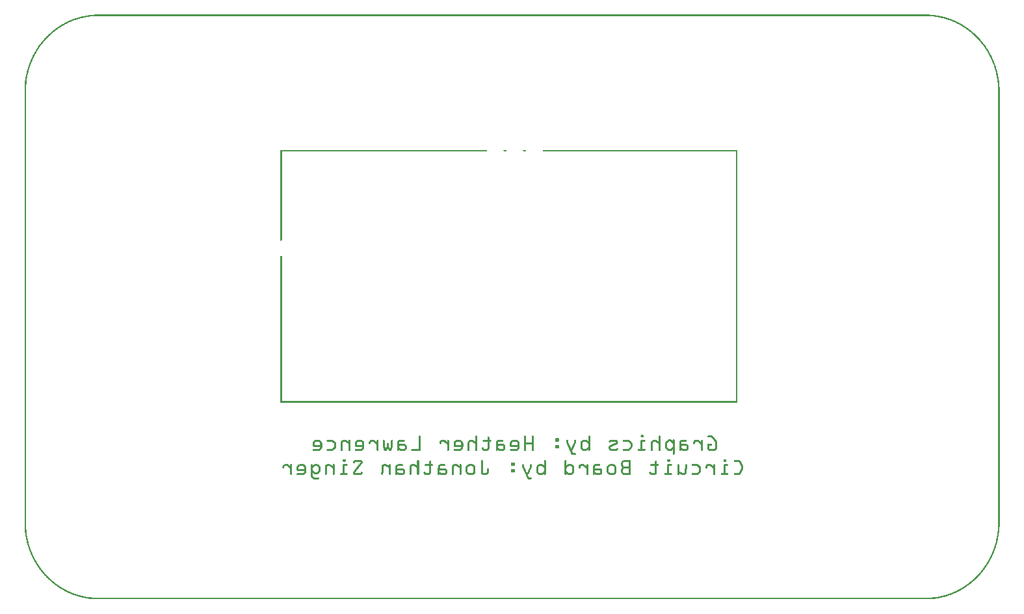
<source format=gbo>
G04 MADE WITH FRITZING*
G04 WWW.FRITZING.ORG*
G04 DOUBLE SIDED*
G04 HOLES PLATED*
G04 CONTOUR ON CENTER OF CONTOUR VECTOR*
%ASAXBY*%
%FSLAX23Y23*%
%MOIN*%
%OFA0B0*%
%SFA1.0B1.0*%
%ADD10R,0.001000X0.001000*%
%LNSILK0*%
G90*
G70*
G54D10*
X359Y3000D02*
X4640Y3000D01*
X346Y2999D02*
X4653Y2999D01*
X336Y2998D02*
X4663Y2998D01*
X328Y2997D02*
X4671Y2997D01*
X321Y2996D02*
X4678Y2996D01*
X315Y2995D02*
X4684Y2995D01*
X310Y2994D02*
X4689Y2994D01*
X305Y2993D02*
X4694Y2993D01*
X300Y2992D02*
X358Y2992D01*
X4641Y2992D02*
X4699Y2992D01*
X296Y2991D02*
X345Y2991D01*
X4654Y2991D02*
X4703Y2991D01*
X291Y2990D02*
X335Y2990D01*
X4664Y2990D02*
X4708Y2990D01*
X287Y2989D02*
X327Y2989D01*
X4672Y2989D02*
X4712Y2989D01*
X284Y2988D02*
X320Y2988D01*
X4679Y2988D02*
X4715Y2988D01*
X280Y2987D02*
X315Y2987D01*
X4684Y2987D02*
X4719Y2987D01*
X276Y2986D02*
X309Y2986D01*
X4690Y2986D02*
X4723Y2986D01*
X273Y2985D02*
X304Y2985D01*
X4695Y2985D02*
X4726Y2985D01*
X270Y2984D02*
X300Y2984D01*
X4699Y2984D02*
X4729Y2984D01*
X267Y2983D02*
X295Y2983D01*
X4704Y2983D02*
X4732Y2983D01*
X264Y2982D02*
X291Y2982D01*
X4708Y2982D02*
X4735Y2982D01*
X261Y2981D02*
X287Y2981D01*
X4712Y2981D02*
X4738Y2981D01*
X258Y2980D02*
X283Y2980D01*
X4716Y2980D02*
X4741Y2980D01*
X255Y2979D02*
X280Y2979D01*
X4719Y2979D02*
X4744Y2979D01*
X252Y2978D02*
X276Y2978D01*
X4723Y2978D02*
X4747Y2978D01*
X249Y2977D02*
X273Y2977D01*
X4726Y2977D02*
X4750Y2977D01*
X247Y2976D02*
X270Y2976D01*
X4729Y2976D02*
X4752Y2976D01*
X244Y2975D02*
X266Y2975D01*
X4733Y2975D02*
X4755Y2975D01*
X242Y2974D02*
X264Y2974D01*
X4735Y2974D02*
X4757Y2974D01*
X240Y2973D02*
X261Y2973D01*
X4738Y2973D02*
X4759Y2973D01*
X237Y2972D02*
X258Y2972D01*
X4741Y2972D02*
X4762Y2972D01*
X235Y2971D02*
X255Y2971D01*
X4744Y2971D02*
X4764Y2971D01*
X232Y2970D02*
X252Y2970D01*
X4747Y2970D02*
X4767Y2970D01*
X230Y2969D02*
X250Y2969D01*
X4749Y2969D02*
X4769Y2969D01*
X228Y2968D02*
X247Y2968D01*
X4752Y2968D02*
X4771Y2968D01*
X226Y2967D02*
X245Y2967D01*
X4754Y2967D02*
X4773Y2967D01*
X224Y2966D02*
X242Y2966D01*
X4757Y2966D02*
X4775Y2966D01*
X221Y2965D02*
X240Y2965D01*
X4759Y2965D02*
X4778Y2965D01*
X219Y2964D02*
X237Y2964D01*
X4762Y2964D02*
X4780Y2964D01*
X217Y2963D02*
X235Y2963D01*
X4764Y2963D02*
X4782Y2963D01*
X215Y2962D02*
X233Y2962D01*
X4766Y2962D02*
X4784Y2962D01*
X213Y2961D02*
X230Y2961D01*
X4769Y2961D02*
X4786Y2961D01*
X211Y2960D02*
X228Y2960D01*
X4771Y2960D02*
X4788Y2960D01*
X209Y2959D02*
X226Y2959D01*
X4773Y2959D02*
X4790Y2959D01*
X207Y2958D02*
X224Y2958D01*
X4775Y2958D02*
X4792Y2958D01*
X206Y2957D02*
X222Y2957D01*
X4777Y2957D02*
X4793Y2957D01*
X204Y2956D02*
X220Y2956D01*
X4779Y2956D02*
X4795Y2956D01*
X202Y2955D02*
X218Y2955D01*
X4781Y2955D02*
X4797Y2955D01*
X200Y2954D02*
X216Y2954D01*
X4783Y2954D02*
X4799Y2954D01*
X198Y2953D02*
X214Y2953D01*
X4785Y2953D02*
X4801Y2953D01*
X196Y2952D02*
X212Y2952D01*
X4787Y2952D02*
X4803Y2952D01*
X195Y2951D02*
X210Y2951D01*
X4789Y2951D02*
X4804Y2951D01*
X193Y2950D02*
X208Y2950D01*
X4791Y2950D02*
X4806Y2950D01*
X191Y2949D02*
X206Y2949D01*
X4793Y2949D02*
X4808Y2949D01*
X190Y2948D02*
X204Y2948D01*
X4795Y2948D02*
X4809Y2948D01*
X188Y2947D02*
X203Y2947D01*
X4797Y2947D02*
X4811Y2947D01*
X186Y2946D02*
X201Y2946D01*
X4798Y2946D02*
X4813Y2946D01*
X185Y2945D02*
X199Y2945D01*
X4800Y2945D02*
X4814Y2945D01*
X183Y2944D02*
X197Y2944D01*
X4802Y2944D02*
X4816Y2944D01*
X181Y2943D02*
X196Y2943D01*
X4803Y2943D02*
X4818Y2943D01*
X180Y2942D02*
X194Y2942D01*
X4805Y2942D02*
X4819Y2942D01*
X178Y2941D02*
X192Y2941D01*
X4807Y2941D02*
X4821Y2941D01*
X177Y2940D02*
X191Y2940D01*
X4808Y2940D02*
X4822Y2940D01*
X175Y2939D02*
X189Y2939D01*
X4810Y2939D02*
X4824Y2939D01*
X174Y2938D02*
X187Y2938D01*
X4812Y2938D02*
X4825Y2938D01*
X172Y2937D02*
X186Y2937D01*
X4813Y2937D02*
X4827Y2937D01*
X171Y2936D02*
X184Y2936D01*
X4815Y2936D02*
X4828Y2936D01*
X169Y2935D02*
X183Y2935D01*
X4816Y2935D02*
X4830Y2935D01*
X168Y2934D02*
X181Y2934D01*
X4818Y2934D02*
X4831Y2934D01*
X166Y2933D02*
X180Y2933D01*
X4819Y2933D02*
X4833Y2933D01*
X165Y2932D02*
X178Y2932D01*
X4821Y2932D02*
X4834Y2932D01*
X164Y2931D02*
X177Y2931D01*
X4822Y2931D02*
X4835Y2931D01*
X162Y2930D02*
X175Y2930D01*
X4824Y2930D02*
X4837Y2930D01*
X161Y2929D02*
X174Y2929D01*
X4825Y2929D02*
X4838Y2929D01*
X160Y2928D02*
X172Y2928D01*
X4827Y2928D02*
X4839Y2928D01*
X158Y2927D02*
X171Y2927D01*
X4828Y2927D02*
X4841Y2927D01*
X157Y2926D02*
X169Y2926D01*
X4830Y2926D02*
X4842Y2926D01*
X156Y2925D02*
X168Y2925D01*
X4831Y2925D02*
X4843Y2925D01*
X154Y2924D02*
X167Y2924D01*
X4832Y2924D02*
X4845Y2924D01*
X153Y2923D02*
X165Y2923D01*
X4834Y2923D02*
X4846Y2923D01*
X152Y2922D02*
X164Y2922D01*
X4835Y2922D02*
X4848Y2922D01*
X150Y2921D02*
X162Y2921D01*
X4837Y2921D02*
X4849Y2921D01*
X149Y2920D02*
X161Y2920D01*
X4838Y2920D02*
X4850Y2920D01*
X148Y2919D02*
X160Y2919D01*
X4839Y2919D02*
X4851Y2919D01*
X147Y2918D02*
X158Y2918D01*
X4841Y2918D02*
X4852Y2918D01*
X145Y2917D02*
X157Y2917D01*
X4842Y2917D02*
X4854Y2917D01*
X144Y2916D02*
X156Y2916D01*
X4843Y2916D02*
X4855Y2916D01*
X143Y2915D02*
X154Y2915D01*
X4845Y2915D02*
X4856Y2915D01*
X142Y2914D02*
X153Y2914D01*
X4846Y2914D02*
X4857Y2914D01*
X140Y2913D02*
X152Y2913D01*
X4847Y2913D02*
X4859Y2913D01*
X139Y2912D02*
X151Y2912D01*
X4848Y2912D02*
X4860Y2912D01*
X138Y2911D02*
X150Y2911D01*
X4849Y2911D02*
X4861Y2911D01*
X137Y2910D02*
X148Y2910D01*
X4851Y2910D02*
X4862Y2910D01*
X136Y2909D02*
X147Y2909D01*
X4852Y2909D02*
X4863Y2909D01*
X135Y2908D02*
X146Y2908D01*
X4853Y2908D02*
X4864Y2908D01*
X134Y2907D02*
X145Y2907D01*
X4854Y2907D02*
X4865Y2907D01*
X132Y2906D02*
X143Y2906D01*
X4856Y2906D02*
X4867Y2906D01*
X131Y2905D02*
X142Y2905D01*
X4857Y2905D02*
X4868Y2905D01*
X130Y2904D02*
X141Y2904D01*
X4858Y2904D02*
X4869Y2904D01*
X129Y2903D02*
X140Y2903D01*
X4859Y2903D02*
X4870Y2903D01*
X128Y2902D02*
X139Y2902D01*
X4860Y2902D02*
X4871Y2902D01*
X127Y2901D02*
X138Y2901D01*
X4861Y2901D02*
X4872Y2901D01*
X126Y2900D02*
X137Y2900D01*
X4862Y2900D02*
X4873Y2900D01*
X125Y2899D02*
X136Y2899D01*
X4863Y2899D02*
X4874Y2899D01*
X124Y2898D02*
X134Y2898D01*
X4865Y2898D02*
X4875Y2898D01*
X123Y2897D02*
X133Y2897D01*
X4866Y2897D02*
X4876Y2897D01*
X122Y2896D02*
X132Y2896D01*
X4867Y2896D02*
X4877Y2896D01*
X121Y2895D02*
X131Y2895D01*
X4868Y2895D02*
X4878Y2895D01*
X120Y2894D02*
X130Y2894D01*
X4869Y2894D02*
X4879Y2894D01*
X119Y2893D02*
X129Y2893D01*
X4870Y2893D02*
X4881Y2893D01*
X117Y2892D02*
X128Y2892D01*
X4871Y2892D02*
X4882Y2892D01*
X116Y2891D02*
X127Y2891D01*
X4872Y2891D02*
X4883Y2891D01*
X115Y2890D02*
X126Y2890D01*
X4873Y2890D02*
X4884Y2890D01*
X114Y2889D02*
X125Y2889D01*
X4874Y2889D02*
X4885Y2889D01*
X113Y2888D02*
X124Y2888D01*
X4875Y2888D02*
X4886Y2888D01*
X112Y2887D02*
X123Y2887D01*
X4876Y2887D02*
X4887Y2887D01*
X111Y2886D02*
X122Y2886D01*
X4877Y2886D02*
X4888Y2886D01*
X110Y2885D02*
X121Y2885D01*
X4878Y2885D02*
X4889Y2885D01*
X110Y2884D02*
X120Y2884D01*
X4879Y2884D02*
X4889Y2884D01*
X109Y2883D02*
X119Y2883D01*
X4880Y2883D02*
X4890Y2883D01*
X108Y2882D02*
X118Y2882D01*
X4881Y2882D02*
X4891Y2882D01*
X107Y2881D02*
X117Y2881D01*
X4882Y2881D02*
X4892Y2881D01*
X106Y2880D02*
X116Y2880D01*
X4883Y2880D02*
X4893Y2880D01*
X105Y2879D02*
X115Y2879D01*
X4884Y2879D02*
X4894Y2879D01*
X104Y2878D02*
X114Y2878D01*
X4885Y2878D02*
X4895Y2878D01*
X103Y2877D02*
X113Y2877D01*
X4886Y2877D02*
X4896Y2877D01*
X102Y2876D02*
X112Y2876D01*
X4887Y2876D02*
X4897Y2876D01*
X101Y2875D02*
X111Y2875D01*
X4888Y2875D02*
X4898Y2875D01*
X100Y2874D02*
X110Y2874D01*
X4889Y2874D02*
X4899Y2874D01*
X99Y2873D02*
X109Y2873D01*
X4890Y2873D02*
X4900Y2873D01*
X99Y2872D02*
X108Y2872D01*
X4891Y2872D02*
X4900Y2872D01*
X98Y2871D02*
X107Y2871D01*
X4892Y2871D02*
X4901Y2871D01*
X97Y2870D02*
X107Y2870D01*
X4892Y2870D02*
X4902Y2870D01*
X96Y2869D02*
X106Y2869D01*
X4893Y2869D02*
X4903Y2869D01*
X95Y2868D02*
X105Y2868D01*
X4894Y2868D02*
X4904Y2868D01*
X94Y2867D02*
X104Y2867D01*
X4895Y2867D02*
X4905Y2867D01*
X93Y2866D02*
X103Y2866D01*
X4896Y2866D02*
X4906Y2866D01*
X93Y2865D02*
X102Y2865D01*
X4897Y2865D02*
X4906Y2865D01*
X92Y2864D02*
X101Y2864D01*
X4898Y2864D02*
X4907Y2864D01*
X91Y2863D02*
X100Y2863D01*
X4899Y2863D02*
X4908Y2863D01*
X90Y2862D02*
X100Y2862D01*
X4899Y2862D02*
X4909Y2862D01*
X89Y2861D02*
X99Y2861D01*
X4900Y2861D02*
X4910Y2861D01*
X88Y2860D02*
X98Y2860D01*
X4901Y2860D02*
X4911Y2860D01*
X88Y2859D02*
X97Y2859D01*
X4902Y2859D02*
X4911Y2859D01*
X87Y2858D02*
X96Y2858D01*
X4903Y2858D02*
X4912Y2858D01*
X86Y2857D02*
X95Y2857D01*
X4904Y2857D02*
X4913Y2857D01*
X85Y2856D02*
X95Y2856D01*
X4904Y2856D02*
X4914Y2856D01*
X85Y2855D02*
X94Y2855D01*
X4905Y2855D02*
X4914Y2855D01*
X84Y2854D02*
X93Y2854D01*
X4906Y2854D02*
X4915Y2854D01*
X83Y2853D02*
X92Y2853D01*
X4907Y2853D02*
X4916Y2853D01*
X82Y2852D02*
X91Y2852D01*
X4908Y2852D02*
X4917Y2852D01*
X82Y2851D02*
X90Y2851D01*
X4909Y2851D02*
X4918Y2851D01*
X81Y2850D02*
X90Y2850D01*
X4909Y2850D02*
X4918Y2850D01*
X80Y2849D02*
X89Y2849D01*
X4910Y2849D02*
X4919Y2849D01*
X79Y2848D02*
X88Y2848D01*
X4911Y2848D02*
X4920Y2848D01*
X78Y2847D02*
X87Y2847D01*
X4912Y2847D02*
X4921Y2847D01*
X78Y2846D02*
X87Y2846D01*
X4912Y2846D02*
X4921Y2846D01*
X77Y2845D02*
X86Y2845D01*
X4913Y2845D02*
X4922Y2845D01*
X76Y2844D02*
X85Y2844D01*
X4914Y2844D02*
X4923Y2844D01*
X75Y2843D02*
X84Y2843D01*
X4915Y2843D02*
X4924Y2843D01*
X75Y2842D02*
X84Y2842D01*
X4915Y2842D02*
X4924Y2842D01*
X74Y2841D02*
X83Y2841D01*
X4916Y2841D02*
X4925Y2841D01*
X73Y2840D02*
X82Y2840D01*
X4917Y2840D02*
X4926Y2840D01*
X73Y2839D02*
X81Y2839D01*
X4918Y2839D02*
X4926Y2839D01*
X72Y2838D02*
X81Y2838D01*
X4918Y2838D02*
X4927Y2838D01*
X71Y2837D02*
X80Y2837D01*
X4919Y2837D02*
X4928Y2837D01*
X71Y2836D02*
X79Y2836D01*
X4920Y2836D02*
X4928Y2836D01*
X70Y2835D02*
X79Y2835D01*
X4920Y2835D02*
X4929Y2835D01*
X69Y2834D02*
X78Y2834D01*
X4921Y2834D02*
X4930Y2834D01*
X69Y2833D02*
X77Y2833D01*
X4922Y2833D02*
X4930Y2833D01*
X68Y2832D02*
X77Y2832D01*
X4922Y2832D02*
X4931Y2832D01*
X67Y2831D02*
X76Y2831D01*
X4923Y2831D02*
X4932Y2831D01*
X67Y2830D02*
X75Y2830D01*
X4924Y2830D02*
X4932Y2830D01*
X66Y2829D02*
X74Y2829D01*
X4925Y2829D02*
X4933Y2829D01*
X65Y2828D02*
X74Y2828D01*
X4925Y2828D02*
X4934Y2828D01*
X65Y2827D02*
X73Y2827D01*
X4926Y2827D02*
X4934Y2827D01*
X64Y2826D02*
X72Y2826D01*
X4927Y2826D02*
X4935Y2826D01*
X63Y2825D02*
X72Y2825D01*
X4927Y2825D02*
X4936Y2825D01*
X63Y2824D02*
X71Y2824D01*
X4928Y2824D02*
X4936Y2824D01*
X62Y2823D02*
X70Y2823D01*
X4929Y2823D02*
X4937Y2823D01*
X61Y2822D02*
X70Y2822D01*
X4929Y2822D02*
X4938Y2822D01*
X61Y2821D02*
X69Y2821D01*
X4930Y2821D02*
X4938Y2821D01*
X60Y2820D02*
X68Y2820D01*
X4931Y2820D02*
X4939Y2820D01*
X60Y2819D02*
X68Y2819D01*
X4931Y2819D02*
X4939Y2819D01*
X59Y2818D02*
X67Y2818D01*
X4932Y2818D02*
X4940Y2818D01*
X58Y2817D02*
X67Y2817D01*
X4932Y2817D02*
X4941Y2817D01*
X58Y2816D02*
X66Y2816D01*
X4933Y2816D02*
X4941Y2816D01*
X57Y2815D02*
X65Y2815D01*
X4934Y2815D02*
X4942Y2815D01*
X57Y2814D02*
X65Y2814D01*
X4934Y2814D02*
X4943Y2814D01*
X56Y2813D02*
X64Y2813D01*
X4935Y2813D02*
X4943Y2813D01*
X55Y2812D02*
X64Y2812D01*
X4935Y2812D02*
X4944Y2812D01*
X55Y2811D02*
X63Y2811D01*
X4936Y2811D02*
X4944Y2811D01*
X54Y2810D02*
X62Y2810D01*
X4937Y2810D02*
X4945Y2810D01*
X54Y2809D02*
X62Y2809D01*
X4937Y2809D02*
X4945Y2809D01*
X53Y2808D02*
X61Y2808D01*
X4938Y2808D02*
X4946Y2808D01*
X52Y2807D02*
X60Y2807D01*
X4939Y2807D02*
X4947Y2807D01*
X52Y2806D02*
X60Y2806D01*
X4939Y2806D02*
X4947Y2806D01*
X51Y2805D02*
X59Y2805D01*
X4940Y2805D02*
X4948Y2805D01*
X51Y2804D02*
X59Y2804D01*
X4940Y2804D02*
X4948Y2804D01*
X50Y2803D02*
X58Y2803D01*
X4941Y2803D02*
X4949Y2803D01*
X50Y2802D02*
X58Y2802D01*
X4941Y2802D02*
X4949Y2802D01*
X49Y2801D02*
X57Y2801D01*
X4942Y2801D02*
X4950Y2801D01*
X49Y2800D02*
X57Y2800D01*
X4942Y2800D02*
X4950Y2800D01*
X48Y2799D02*
X56Y2799D01*
X4943Y2799D02*
X4951Y2799D01*
X47Y2798D02*
X55Y2798D01*
X4944Y2798D02*
X4952Y2798D01*
X47Y2797D02*
X55Y2797D01*
X4944Y2797D02*
X4952Y2797D01*
X46Y2796D02*
X54Y2796D01*
X4945Y2796D02*
X4953Y2796D01*
X46Y2795D02*
X54Y2795D01*
X4945Y2795D02*
X4953Y2795D01*
X45Y2794D02*
X53Y2794D01*
X4946Y2794D02*
X4954Y2794D01*
X45Y2793D02*
X53Y2793D01*
X4946Y2793D02*
X4954Y2793D01*
X44Y2792D02*
X52Y2792D01*
X4947Y2792D02*
X4955Y2792D01*
X44Y2791D02*
X52Y2791D01*
X4947Y2791D02*
X4955Y2791D01*
X43Y2790D02*
X51Y2790D01*
X4948Y2790D02*
X4956Y2790D01*
X43Y2789D02*
X51Y2789D01*
X4948Y2789D02*
X4956Y2789D01*
X42Y2788D02*
X50Y2788D01*
X4949Y2788D02*
X4957Y2788D01*
X42Y2787D02*
X50Y2787D01*
X4949Y2787D02*
X4957Y2787D01*
X41Y2786D02*
X49Y2786D01*
X4950Y2786D02*
X4958Y2786D01*
X41Y2785D02*
X49Y2785D01*
X4950Y2785D02*
X4958Y2785D01*
X40Y2784D02*
X48Y2784D01*
X4951Y2784D02*
X4959Y2784D01*
X40Y2783D02*
X48Y2783D01*
X4951Y2783D02*
X4959Y2783D01*
X39Y2782D02*
X47Y2782D01*
X4952Y2782D02*
X4960Y2782D01*
X39Y2781D02*
X47Y2781D01*
X4952Y2781D02*
X4960Y2781D01*
X38Y2780D02*
X46Y2780D01*
X4953Y2780D02*
X4961Y2780D01*
X38Y2779D02*
X46Y2779D01*
X4953Y2779D02*
X4961Y2779D01*
X37Y2778D02*
X45Y2778D01*
X4954Y2778D02*
X4962Y2778D01*
X37Y2777D02*
X45Y2777D01*
X4954Y2777D02*
X4962Y2777D01*
X37Y2776D02*
X44Y2776D01*
X4955Y2776D02*
X4962Y2776D01*
X36Y2775D02*
X44Y2775D01*
X4955Y2775D02*
X4963Y2775D01*
X36Y2774D02*
X43Y2774D01*
X4956Y2774D02*
X4963Y2774D01*
X35Y2773D02*
X43Y2773D01*
X4956Y2773D02*
X4964Y2773D01*
X35Y2772D02*
X42Y2772D01*
X4957Y2772D02*
X4964Y2772D01*
X34Y2771D02*
X42Y2771D01*
X4957Y2771D02*
X4965Y2771D01*
X34Y2770D02*
X42Y2770D01*
X4957Y2770D02*
X4965Y2770D01*
X34Y2769D02*
X41Y2769D01*
X4958Y2769D02*
X4965Y2769D01*
X33Y2768D02*
X41Y2768D01*
X4958Y2768D02*
X4966Y2768D01*
X33Y2767D02*
X40Y2767D01*
X4959Y2767D02*
X4966Y2767D01*
X32Y2766D02*
X40Y2766D01*
X4959Y2766D02*
X4967Y2766D01*
X32Y2765D02*
X39Y2765D01*
X4960Y2765D02*
X4967Y2765D01*
X31Y2764D02*
X39Y2764D01*
X4960Y2764D02*
X4968Y2764D01*
X31Y2763D02*
X38Y2763D01*
X4961Y2763D02*
X4968Y2763D01*
X30Y2762D02*
X38Y2762D01*
X4961Y2762D02*
X4969Y2762D01*
X30Y2761D02*
X38Y2761D01*
X4961Y2761D02*
X4969Y2761D01*
X30Y2760D02*
X37Y2760D01*
X4962Y2760D02*
X4969Y2760D01*
X29Y2759D02*
X37Y2759D01*
X4962Y2759D02*
X4970Y2759D01*
X29Y2758D02*
X36Y2758D01*
X4963Y2758D02*
X4970Y2758D01*
X28Y2757D02*
X36Y2757D01*
X4963Y2757D02*
X4971Y2757D01*
X28Y2756D02*
X36Y2756D01*
X4963Y2756D02*
X4971Y2756D01*
X28Y2755D02*
X35Y2755D01*
X4964Y2755D02*
X4971Y2755D01*
X27Y2754D02*
X35Y2754D01*
X4964Y2754D02*
X4972Y2754D01*
X27Y2753D02*
X34Y2753D01*
X4965Y2753D02*
X4972Y2753D01*
X27Y2752D02*
X34Y2752D01*
X4965Y2752D02*
X4972Y2752D01*
X26Y2751D02*
X34Y2751D01*
X4965Y2751D02*
X4973Y2751D01*
X26Y2750D02*
X33Y2750D01*
X4966Y2750D02*
X4973Y2750D01*
X25Y2749D02*
X33Y2749D01*
X4966Y2749D02*
X4974Y2749D01*
X25Y2748D02*
X32Y2748D01*
X4967Y2748D02*
X4974Y2748D01*
X25Y2747D02*
X32Y2747D01*
X4967Y2747D02*
X4974Y2747D01*
X24Y2746D02*
X32Y2746D01*
X4967Y2746D02*
X4975Y2746D01*
X24Y2745D02*
X31Y2745D01*
X4968Y2745D02*
X4975Y2745D01*
X24Y2744D02*
X31Y2744D01*
X4968Y2744D02*
X4975Y2744D01*
X23Y2743D02*
X31Y2743D01*
X4968Y2743D02*
X4976Y2743D01*
X23Y2742D02*
X30Y2742D01*
X4969Y2742D02*
X4976Y2742D01*
X22Y2741D02*
X30Y2741D01*
X4969Y2741D02*
X4977Y2741D01*
X22Y2740D02*
X29Y2740D01*
X4970Y2740D02*
X4977Y2740D01*
X22Y2739D02*
X29Y2739D01*
X4970Y2739D02*
X4977Y2739D01*
X22Y2738D02*
X29Y2738D01*
X4970Y2738D02*
X4977Y2738D01*
X21Y2737D02*
X28Y2737D01*
X4971Y2737D02*
X4978Y2737D01*
X21Y2736D02*
X28Y2736D01*
X4971Y2736D02*
X4978Y2736D01*
X21Y2735D02*
X28Y2735D01*
X4971Y2735D02*
X4978Y2735D01*
X20Y2734D02*
X27Y2734D01*
X4972Y2734D02*
X4979Y2734D01*
X20Y2733D02*
X27Y2733D01*
X4972Y2733D02*
X4979Y2733D01*
X20Y2732D02*
X27Y2732D01*
X4972Y2732D02*
X4979Y2732D01*
X19Y2731D02*
X27Y2731D01*
X4973Y2731D02*
X4980Y2731D01*
X19Y2730D02*
X26Y2730D01*
X4973Y2730D02*
X4980Y2730D01*
X19Y2729D02*
X26Y2729D01*
X4973Y2729D02*
X4980Y2729D01*
X18Y2728D02*
X26Y2728D01*
X4973Y2728D02*
X4981Y2728D01*
X18Y2727D02*
X25Y2727D01*
X4974Y2727D02*
X4981Y2727D01*
X18Y2726D02*
X25Y2726D01*
X4974Y2726D02*
X4981Y2726D01*
X17Y2725D02*
X25Y2725D01*
X4974Y2725D02*
X4982Y2725D01*
X17Y2724D02*
X24Y2724D01*
X4975Y2724D02*
X4982Y2724D01*
X17Y2723D02*
X24Y2723D01*
X4975Y2723D02*
X4982Y2723D01*
X16Y2722D02*
X24Y2722D01*
X4975Y2722D02*
X4983Y2722D01*
X16Y2721D02*
X23Y2721D01*
X4976Y2721D02*
X4983Y2721D01*
X16Y2720D02*
X23Y2720D01*
X4976Y2720D02*
X4983Y2720D01*
X16Y2719D02*
X23Y2719D01*
X4976Y2719D02*
X4983Y2719D01*
X15Y2718D02*
X22Y2718D01*
X4977Y2718D02*
X4984Y2718D01*
X15Y2717D02*
X22Y2717D01*
X4977Y2717D02*
X4984Y2717D01*
X15Y2716D02*
X22Y2716D01*
X4977Y2716D02*
X4984Y2716D01*
X14Y2715D02*
X22Y2715D01*
X4977Y2715D02*
X4985Y2715D01*
X14Y2714D02*
X21Y2714D01*
X4978Y2714D02*
X4985Y2714D01*
X14Y2713D02*
X21Y2713D01*
X4978Y2713D02*
X4985Y2713D01*
X14Y2712D02*
X21Y2712D01*
X4978Y2712D02*
X4985Y2712D01*
X13Y2711D02*
X21Y2711D01*
X4978Y2711D02*
X4986Y2711D01*
X13Y2710D02*
X20Y2710D01*
X4979Y2710D02*
X4986Y2710D01*
X13Y2709D02*
X20Y2709D01*
X4979Y2709D02*
X4986Y2709D01*
X13Y2708D02*
X20Y2708D01*
X4979Y2708D02*
X4986Y2708D01*
X12Y2707D02*
X19Y2707D01*
X4980Y2707D02*
X4987Y2707D01*
X12Y2706D02*
X19Y2706D01*
X4980Y2706D02*
X4987Y2706D01*
X12Y2705D02*
X19Y2705D01*
X4980Y2705D02*
X4987Y2705D01*
X12Y2704D02*
X19Y2704D01*
X4980Y2704D02*
X4987Y2704D01*
X11Y2703D02*
X18Y2703D01*
X4981Y2703D02*
X4988Y2703D01*
X11Y2702D02*
X18Y2702D01*
X4981Y2702D02*
X4988Y2702D01*
X11Y2701D02*
X18Y2701D01*
X4981Y2701D02*
X4988Y2701D01*
X11Y2700D02*
X18Y2700D01*
X4981Y2700D02*
X4988Y2700D01*
X10Y2699D02*
X17Y2699D01*
X4982Y2699D02*
X4989Y2699D01*
X10Y2698D02*
X17Y2698D01*
X4982Y2698D02*
X4989Y2698D01*
X10Y2697D02*
X17Y2697D01*
X4982Y2697D02*
X4989Y2697D01*
X10Y2696D02*
X17Y2696D01*
X4982Y2696D02*
X4989Y2696D01*
X9Y2695D02*
X17Y2695D01*
X4982Y2695D02*
X4990Y2695D01*
X9Y2694D02*
X16Y2694D01*
X4983Y2694D02*
X4990Y2694D01*
X9Y2693D02*
X16Y2693D01*
X4983Y2693D02*
X4990Y2693D01*
X9Y2692D02*
X16Y2692D01*
X4983Y2692D02*
X4990Y2692D01*
X9Y2691D02*
X16Y2691D01*
X4983Y2691D02*
X4990Y2691D01*
X8Y2690D02*
X15Y2690D01*
X4983Y2690D02*
X4991Y2690D01*
X8Y2689D02*
X15Y2689D01*
X4984Y2689D02*
X4991Y2689D01*
X8Y2688D02*
X15Y2688D01*
X4984Y2688D02*
X4991Y2688D01*
X8Y2687D02*
X15Y2687D01*
X4984Y2687D02*
X4991Y2687D01*
X8Y2686D02*
X15Y2686D01*
X4984Y2686D02*
X4991Y2686D01*
X7Y2685D02*
X14Y2685D01*
X4985Y2685D02*
X4992Y2685D01*
X7Y2684D02*
X14Y2684D01*
X4985Y2684D02*
X4992Y2684D01*
X7Y2683D02*
X14Y2683D01*
X4985Y2683D02*
X4992Y2683D01*
X7Y2682D02*
X14Y2682D01*
X4985Y2682D02*
X4992Y2682D01*
X7Y2681D02*
X14Y2681D01*
X4985Y2681D02*
X4992Y2681D01*
X6Y2680D02*
X14Y2680D01*
X4985Y2680D02*
X4993Y2680D01*
X6Y2679D02*
X13Y2679D01*
X4986Y2679D02*
X4993Y2679D01*
X6Y2678D02*
X13Y2678D01*
X4986Y2678D02*
X4993Y2678D01*
X6Y2677D02*
X13Y2677D01*
X4986Y2677D02*
X4993Y2677D01*
X6Y2676D02*
X13Y2676D01*
X4986Y2676D02*
X4993Y2676D01*
X6Y2675D02*
X13Y2675D01*
X4986Y2675D02*
X4993Y2675D01*
X5Y2674D02*
X12Y2674D01*
X4987Y2674D02*
X4994Y2674D01*
X5Y2673D02*
X12Y2673D01*
X4987Y2673D02*
X4994Y2673D01*
X5Y2672D02*
X12Y2672D01*
X4987Y2672D02*
X4994Y2672D01*
X5Y2671D02*
X12Y2671D01*
X4987Y2671D02*
X4994Y2671D01*
X5Y2670D02*
X12Y2670D01*
X4987Y2670D02*
X4994Y2670D01*
X5Y2669D02*
X12Y2669D01*
X4987Y2669D02*
X4994Y2669D01*
X4Y2668D02*
X12Y2668D01*
X4987Y2668D02*
X4995Y2668D01*
X4Y2667D02*
X11Y2667D01*
X4988Y2667D02*
X4995Y2667D01*
X4Y2666D02*
X11Y2666D01*
X4988Y2666D02*
X4995Y2666D01*
X4Y2665D02*
X11Y2665D01*
X4988Y2665D02*
X4995Y2665D01*
X4Y2664D02*
X11Y2664D01*
X4988Y2664D02*
X4995Y2664D01*
X4Y2663D02*
X11Y2663D01*
X4988Y2663D02*
X4995Y2663D01*
X4Y2662D02*
X11Y2662D01*
X4988Y2662D02*
X4995Y2662D01*
X4Y2661D02*
X11Y2661D01*
X4988Y2661D02*
X4995Y2661D01*
X3Y2660D02*
X10Y2660D01*
X4989Y2660D02*
X4996Y2660D01*
X3Y2659D02*
X10Y2659D01*
X4989Y2659D02*
X4996Y2659D01*
X3Y2658D02*
X10Y2658D01*
X4989Y2658D02*
X4996Y2658D01*
X3Y2657D02*
X10Y2657D01*
X4989Y2657D02*
X4996Y2657D01*
X3Y2656D02*
X10Y2656D01*
X4989Y2656D02*
X4996Y2656D01*
X3Y2655D02*
X10Y2655D01*
X4989Y2655D02*
X4996Y2655D01*
X3Y2654D02*
X10Y2654D01*
X4989Y2654D02*
X4996Y2654D01*
X3Y2653D02*
X10Y2653D01*
X4989Y2653D02*
X4996Y2653D01*
X2Y2652D02*
X9Y2652D01*
X4990Y2652D02*
X4997Y2652D01*
X2Y2651D02*
X9Y2651D01*
X4990Y2651D02*
X4997Y2651D01*
X2Y2650D02*
X9Y2650D01*
X4990Y2650D02*
X4997Y2650D01*
X2Y2649D02*
X9Y2649D01*
X4990Y2649D02*
X4997Y2649D01*
X2Y2648D02*
X9Y2648D01*
X4990Y2648D02*
X4997Y2648D01*
X2Y2647D02*
X9Y2647D01*
X4990Y2647D02*
X4997Y2647D01*
X2Y2646D02*
X9Y2646D01*
X4990Y2646D02*
X4997Y2646D01*
X2Y2645D02*
X9Y2645D01*
X4990Y2645D02*
X4997Y2645D01*
X2Y2644D02*
X9Y2644D01*
X4990Y2644D02*
X4997Y2644D01*
X2Y2643D02*
X9Y2643D01*
X4990Y2643D02*
X4997Y2643D01*
X1Y2642D02*
X8Y2642D01*
X4991Y2642D02*
X4998Y2642D01*
X1Y2641D02*
X8Y2641D01*
X4991Y2641D02*
X4998Y2641D01*
X1Y2640D02*
X8Y2640D01*
X4991Y2640D02*
X4998Y2640D01*
X1Y2639D02*
X8Y2639D01*
X4991Y2639D02*
X4998Y2639D01*
X1Y2638D02*
X8Y2638D01*
X4991Y2638D02*
X4998Y2638D01*
X1Y2637D02*
X8Y2637D01*
X4991Y2637D02*
X4998Y2637D01*
X1Y2636D02*
X8Y2636D01*
X4991Y2636D02*
X4998Y2636D01*
X1Y2635D02*
X8Y2635D01*
X4991Y2635D02*
X4998Y2635D01*
X1Y2634D02*
X8Y2634D01*
X4991Y2634D02*
X4998Y2634D01*
X1Y2633D02*
X8Y2633D01*
X4991Y2633D02*
X4998Y2633D01*
X1Y2632D02*
X8Y2632D01*
X4991Y2632D02*
X4998Y2632D01*
X1Y2631D02*
X8Y2631D01*
X4991Y2631D02*
X4998Y2631D01*
X1Y2630D02*
X8Y2630D01*
X4991Y2630D02*
X4998Y2630D01*
X1Y2629D02*
X8Y2629D01*
X4991Y2629D02*
X4998Y2629D01*
X1Y2628D02*
X8Y2628D01*
X4991Y2628D02*
X4999Y2628D01*
X0Y2627D02*
X7Y2627D01*
X4992Y2627D02*
X4999Y2627D01*
X0Y2626D02*
X7Y2626D01*
X4992Y2626D02*
X4999Y2626D01*
X0Y2625D02*
X7Y2625D01*
X4992Y2625D02*
X4999Y2625D01*
X0Y2624D02*
X7Y2624D01*
X4992Y2624D02*
X4999Y2624D01*
X0Y2623D02*
X7Y2623D01*
X4992Y2623D02*
X4999Y2623D01*
X0Y2622D02*
X7Y2622D01*
X4992Y2622D02*
X4999Y2622D01*
X0Y2621D02*
X7Y2621D01*
X4992Y2621D02*
X4999Y2621D01*
X0Y2620D02*
X7Y2620D01*
X4992Y2620D02*
X4999Y2620D01*
X0Y2619D02*
X7Y2619D01*
X4992Y2619D02*
X4999Y2619D01*
X0Y2618D02*
X7Y2618D01*
X4992Y2618D02*
X4999Y2618D01*
X0Y2617D02*
X7Y2617D01*
X4992Y2617D02*
X4999Y2617D01*
X0Y2616D02*
X7Y2616D01*
X4992Y2616D02*
X4999Y2616D01*
X0Y2615D02*
X7Y2615D01*
X4992Y2615D02*
X4999Y2615D01*
X0Y2614D02*
X7Y2614D01*
X4992Y2614D02*
X4999Y2614D01*
X0Y2613D02*
X7Y2613D01*
X4992Y2613D02*
X4999Y2613D01*
X0Y2612D02*
X7Y2612D01*
X4992Y2612D02*
X4999Y2612D01*
X0Y2611D02*
X7Y2611D01*
X4992Y2611D02*
X4999Y2611D01*
X0Y2610D02*
X7Y2610D01*
X4992Y2610D02*
X4999Y2610D01*
X0Y2609D02*
X7Y2609D01*
X4992Y2609D02*
X4999Y2609D01*
X0Y2608D02*
X7Y2608D01*
X4992Y2608D02*
X4999Y2608D01*
X0Y2607D02*
X7Y2607D01*
X4992Y2607D02*
X4999Y2607D01*
X0Y2606D02*
X7Y2606D01*
X4992Y2606D02*
X4999Y2606D01*
X0Y2605D02*
X7Y2605D01*
X4992Y2605D02*
X4999Y2605D01*
X0Y2604D02*
X7Y2604D01*
X4992Y2604D02*
X4999Y2604D01*
X0Y2603D02*
X7Y2603D01*
X4992Y2603D02*
X4999Y2603D01*
X0Y2602D02*
X7Y2602D01*
X4992Y2602D02*
X4999Y2602D01*
X0Y2601D02*
X7Y2601D01*
X4992Y2601D02*
X4999Y2601D01*
X0Y2600D02*
X7Y2600D01*
X4992Y2600D02*
X4999Y2600D01*
X0Y2599D02*
X7Y2599D01*
X4992Y2599D02*
X4999Y2599D01*
X0Y2598D02*
X7Y2598D01*
X4992Y2598D02*
X4999Y2598D01*
X0Y2597D02*
X7Y2597D01*
X4992Y2597D02*
X4999Y2597D01*
X0Y2596D02*
X7Y2596D01*
X4992Y2596D02*
X4999Y2596D01*
X0Y2595D02*
X7Y2595D01*
X4992Y2595D02*
X4999Y2595D01*
X0Y2594D02*
X7Y2594D01*
X4992Y2594D02*
X4999Y2594D01*
X0Y2593D02*
X7Y2593D01*
X4992Y2593D02*
X4999Y2593D01*
X0Y2592D02*
X7Y2592D01*
X4992Y2592D02*
X4999Y2592D01*
X0Y2591D02*
X7Y2591D01*
X4992Y2591D02*
X4999Y2591D01*
X0Y2590D02*
X7Y2590D01*
X4992Y2590D02*
X4999Y2590D01*
X0Y2589D02*
X7Y2589D01*
X4992Y2589D02*
X4999Y2589D01*
X0Y2588D02*
X7Y2588D01*
X4992Y2588D02*
X4999Y2588D01*
X0Y2587D02*
X7Y2587D01*
X4992Y2587D02*
X4999Y2587D01*
X0Y2586D02*
X7Y2586D01*
X4992Y2586D02*
X4999Y2586D01*
X0Y2585D02*
X7Y2585D01*
X4992Y2585D02*
X4999Y2585D01*
X0Y2584D02*
X7Y2584D01*
X4992Y2584D02*
X4999Y2584D01*
X0Y2583D02*
X7Y2583D01*
X4992Y2583D02*
X4999Y2583D01*
X0Y2582D02*
X7Y2582D01*
X4992Y2582D02*
X4999Y2582D01*
X0Y2581D02*
X7Y2581D01*
X4992Y2581D02*
X4999Y2581D01*
X0Y2580D02*
X7Y2580D01*
X4992Y2580D02*
X4999Y2580D01*
X0Y2579D02*
X7Y2579D01*
X4992Y2579D02*
X4999Y2579D01*
X0Y2578D02*
X7Y2578D01*
X4992Y2578D02*
X4999Y2578D01*
X0Y2577D02*
X7Y2577D01*
X4992Y2577D02*
X4999Y2577D01*
X0Y2576D02*
X7Y2576D01*
X4992Y2576D02*
X4999Y2576D01*
X0Y2575D02*
X7Y2575D01*
X4992Y2575D02*
X4999Y2575D01*
X0Y2574D02*
X7Y2574D01*
X4992Y2574D02*
X4999Y2574D01*
X0Y2573D02*
X7Y2573D01*
X4992Y2573D02*
X4999Y2573D01*
X0Y2572D02*
X7Y2572D01*
X4992Y2572D02*
X4999Y2572D01*
X0Y2571D02*
X7Y2571D01*
X4992Y2571D02*
X4999Y2571D01*
X0Y2570D02*
X7Y2570D01*
X4992Y2570D02*
X4999Y2570D01*
X0Y2569D02*
X7Y2569D01*
X4992Y2569D02*
X4999Y2569D01*
X0Y2568D02*
X7Y2568D01*
X4992Y2568D02*
X4999Y2568D01*
X0Y2567D02*
X7Y2567D01*
X4992Y2567D02*
X4999Y2567D01*
X0Y2566D02*
X7Y2566D01*
X4992Y2566D02*
X4999Y2566D01*
X0Y2565D02*
X7Y2565D01*
X4992Y2565D02*
X4999Y2565D01*
X0Y2564D02*
X7Y2564D01*
X4992Y2564D02*
X4999Y2564D01*
X0Y2563D02*
X7Y2563D01*
X4992Y2563D02*
X4999Y2563D01*
X0Y2562D02*
X7Y2562D01*
X4992Y2562D02*
X4999Y2562D01*
X0Y2561D02*
X7Y2561D01*
X4992Y2561D02*
X4999Y2561D01*
X0Y2560D02*
X7Y2560D01*
X4992Y2560D02*
X4999Y2560D01*
X0Y2559D02*
X7Y2559D01*
X4992Y2559D02*
X4999Y2559D01*
X0Y2558D02*
X7Y2558D01*
X4992Y2558D02*
X4999Y2558D01*
X0Y2557D02*
X7Y2557D01*
X4992Y2557D02*
X4999Y2557D01*
X0Y2556D02*
X7Y2556D01*
X4992Y2556D02*
X4999Y2556D01*
X0Y2555D02*
X7Y2555D01*
X4992Y2555D02*
X4999Y2555D01*
X0Y2554D02*
X7Y2554D01*
X4992Y2554D02*
X4999Y2554D01*
X0Y2553D02*
X7Y2553D01*
X4992Y2553D02*
X4999Y2553D01*
X0Y2552D02*
X7Y2552D01*
X4992Y2552D02*
X4999Y2552D01*
X0Y2551D02*
X7Y2551D01*
X4992Y2551D02*
X4999Y2551D01*
X0Y2550D02*
X7Y2550D01*
X4992Y2550D02*
X4999Y2550D01*
X0Y2549D02*
X7Y2549D01*
X4992Y2549D02*
X4999Y2549D01*
X0Y2548D02*
X7Y2548D01*
X4992Y2548D02*
X4999Y2548D01*
X0Y2547D02*
X7Y2547D01*
X4992Y2547D02*
X4999Y2547D01*
X0Y2546D02*
X7Y2546D01*
X4992Y2546D02*
X4999Y2546D01*
X0Y2545D02*
X7Y2545D01*
X4992Y2545D02*
X4999Y2545D01*
X0Y2544D02*
X7Y2544D01*
X4992Y2544D02*
X4999Y2544D01*
X0Y2543D02*
X7Y2543D01*
X4992Y2543D02*
X4999Y2543D01*
X0Y2542D02*
X7Y2542D01*
X4992Y2542D02*
X4999Y2542D01*
X0Y2541D02*
X7Y2541D01*
X4992Y2541D02*
X4999Y2541D01*
X0Y2540D02*
X7Y2540D01*
X4992Y2540D02*
X4999Y2540D01*
X0Y2539D02*
X7Y2539D01*
X4992Y2539D02*
X4999Y2539D01*
X0Y2538D02*
X7Y2538D01*
X4992Y2538D02*
X4999Y2538D01*
X0Y2537D02*
X7Y2537D01*
X4992Y2537D02*
X4999Y2537D01*
X0Y2536D02*
X7Y2536D01*
X4992Y2536D02*
X4999Y2536D01*
X0Y2535D02*
X7Y2535D01*
X4992Y2535D02*
X4999Y2535D01*
X0Y2534D02*
X7Y2534D01*
X4992Y2534D02*
X4999Y2534D01*
X0Y2533D02*
X7Y2533D01*
X4992Y2533D02*
X4999Y2533D01*
X0Y2532D02*
X7Y2532D01*
X4992Y2532D02*
X4999Y2532D01*
X0Y2531D02*
X7Y2531D01*
X4992Y2531D02*
X4999Y2531D01*
X0Y2530D02*
X7Y2530D01*
X4992Y2530D02*
X4999Y2530D01*
X0Y2529D02*
X7Y2529D01*
X4992Y2529D02*
X4999Y2529D01*
X0Y2528D02*
X7Y2528D01*
X4992Y2528D02*
X4999Y2528D01*
X0Y2527D02*
X7Y2527D01*
X4992Y2527D02*
X4999Y2527D01*
X0Y2526D02*
X7Y2526D01*
X4992Y2526D02*
X4999Y2526D01*
X0Y2525D02*
X7Y2525D01*
X4992Y2525D02*
X4999Y2525D01*
X0Y2524D02*
X7Y2524D01*
X4992Y2524D02*
X4999Y2524D01*
X0Y2523D02*
X7Y2523D01*
X4992Y2523D02*
X4999Y2523D01*
X0Y2522D02*
X7Y2522D01*
X4992Y2522D02*
X4999Y2522D01*
X0Y2521D02*
X7Y2521D01*
X4992Y2521D02*
X4999Y2521D01*
X0Y2520D02*
X7Y2520D01*
X4992Y2520D02*
X4999Y2520D01*
X0Y2519D02*
X7Y2519D01*
X4992Y2519D02*
X4999Y2519D01*
X0Y2518D02*
X7Y2518D01*
X4992Y2518D02*
X4999Y2518D01*
X0Y2517D02*
X7Y2517D01*
X4992Y2517D02*
X4999Y2517D01*
X0Y2516D02*
X7Y2516D01*
X4992Y2516D02*
X4999Y2516D01*
X0Y2515D02*
X7Y2515D01*
X4992Y2515D02*
X4999Y2515D01*
X0Y2514D02*
X7Y2514D01*
X4992Y2514D02*
X4999Y2514D01*
X0Y2513D02*
X7Y2513D01*
X4992Y2513D02*
X4999Y2513D01*
X0Y2512D02*
X7Y2512D01*
X4992Y2512D02*
X4999Y2512D01*
X0Y2511D02*
X7Y2511D01*
X4992Y2511D02*
X4999Y2511D01*
X0Y2510D02*
X7Y2510D01*
X4992Y2510D02*
X4999Y2510D01*
X0Y2509D02*
X7Y2509D01*
X4992Y2509D02*
X4999Y2509D01*
X0Y2508D02*
X7Y2508D01*
X4992Y2508D02*
X4999Y2508D01*
X0Y2507D02*
X7Y2507D01*
X4992Y2507D02*
X4999Y2507D01*
X0Y2506D02*
X7Y2506D01*
X4992Y2506D02*
X4999Y2506D01*
X0Y2505D02*
X7Y2505D01*
X4992Y2505D02*
X4999Y2505D01*
X0Y2504D02*
X7Y2504D01*
X4992Y2504D02*
X4999Y2504D01*
X0Y2503D02*
X7Y2503D01*
X4992Y2503D02*
X4999Y2503D01*
X0Y2502D02*
X7Y2502D01*
X4992Y2502D02*
X4999Y2502D01*
X0Y2501D02*
X7Y2501D01*
X4992Y2501D02*
X4999Y2501D01*
X0Y2500D02*
X7Y2500D01*
X4992Y2500D02*
X4999Y2500D01*
X0Y2499D02*
X7Y2499D01*
X4992Y2499D02*
X4999Y2499D01*
X0Y2498D02*
X7Y2498D01*
X4992Y2498D02*
X4999Y2498D01*
X0Y2497D02*
X7Y2497D01*
X4992Y2497D02*
X4999Y2497D01*
X0Y2496D02*
X7Y2496D01*
X4992Y2496D02*
X4999Y2496D01*
X0Y2495D02*
X7Y2495D01*
X4992Y2495D02*
X4999Y2495D01*
X0Y2494D02*
X7Y2494D01*
X4992Y2494D02*
X4999Y2494D01*
X0Y2493D02*
X7Y2493D01*
X4992Y2493D02*
X4999Y2493D01*
X0Y2492D02*
X7Y2492D01*
X4992Y2492D02*
X4999Y2492D01*
X0Y2491D02*
X7Y2491D01*
X4992Y2491D02*
X4999Y2491D01*
X0Y2490D02*
X7Y2490D01*
X4992Y2490D02*
X4999Y2490D01*
X0Y2489D02*
X7Y2489D01*
X4992Y2489D02*
X4999Y2489D01*
X0Y2488D02*
X7Y2488D01*
X4992Y2488D02*
X4999Y2488D01*
X0Y2487D02*
X7Y2487D01*
X4992Y2487D02*
X4999Y2487D01*
X0Y2486D02*
X7Y2486D01*
X4992Y2486D02*
X4999Y2486D01*
X0Y2485D02*
X7Y2485D01*
X4992Y2485D02*
X4999Y2485D01*
X0Y2484D02*
X7Y2484D01*
X4992Y2484D02*
X4999Y2484D01*
X0Y2483D02*
X7Y2483D01*
X4992Y2483D02*
X4999Y2483D01*
X0Y2482D02*
X7Y2482D01*
X4992Y2482D02*
X4999Y2482D01*
X0Y2481D02*
X7Y2481D01*
X4992Y2481D02*
X4999Y2481D01*
X0Y2480D02*
X7Y2480D01*
X4992Y2480D02*
X4999Y2480D01*
X0Y2479D02*
X7Y2479D01*
X4992Y2479D02*
X4999Y2479D01*
X0Y2478D02*
X7Y2478D01*
X4992Y2478D02*
X4999Y2478D01*
X0Y2477D02*
X7Y2477D01*
X4992Y2477D02*
X4999Y2477D01*
X0Y2476D02*
X7Y2476D01*
X4992Y2476D02*
X4999Y2476D01*
X0Y2475D02*
X7Y2475D01*
X4992Y2475D02*
X4999Y2475D01*
X0Y2474D02*
X7Y2474D01*
X4992Y2474D02*
X4999Y2474D01*
X0Y2473D02*
X7Y2473D01*
X4992Y2473D02*
X4999Y2473D01*
X0Y2472D02*
X7Y2472D01*
X4992Y2472D02*
X4999Y2472D01*
X0Y2471D02*
X7Y2471D01*
X4992Y2471D02*
X4999Y2471D01*
X0Y2470D02*
X7Y2470D01*
X4992Y2470D02*
X4999Y2470D01*
X0Y2469D02*
X7Y2469D01*
X4992Y2469D02*
X4999Y2469D01*
X0Y2468D02*
X7Y2468D01*
X4992Y2468D02*
X4999Y2468D01*
X0Y2467D02*
X7Y2467D01*
X4992Y2467D02*
X4999Y2467D01*
X0Y2466D02*
X7Y2466D01*
X4992Y2466D02*
X4999Y2466D01*
X0Y2465D02*
X7Y2465D01*
X4992Y2465D02*
X4999Y2465D01*
X0Y2464D02*
X7Y2464D01*
X4992Y2464D02*
X4999Y2464D01*
X0Y2463D02*
X7Y2463D01*
X4992Y2463D02*
X4999Y2463D01*
X0Y2462D02*
X7Y2462D01*
X4992Y2462D02*
X4999Y2462D01*
X0Y2461D02*
X7Y2461D01*
X4992Y2461D02*
X4999Y2461D01*
X0Y2460D02*
X7Y2460D01*
X4992Y2460D02*
X4999Y2460D01*
X0Y2459D02*
X7Y2459D01*
X4992Y2459D02*
X4999Y2459D01*
X0Y2458D02*
X7Y2458D01*
X4992Y2458D02*
X4999Y2458D01*
X0Y2457D02*
X7Y2457D01*
X4992Y2457D02*
X4999Y2457D01*
X0Y2456D02*
X7Y2456D01*
X4992Y2456D02*
X4999Y2456D01*
X0Y2455D02*
X7Y2455D01*
X4992Y2455D02*
X4999Y2455D01*
X0Y2454D02*
X7Y2454D01*
X4992Y2454D02*
X4999Y2454D01*
X0Y2453D02*
X7Y2453D01*
X4992Y2453D02*
X4999Y2453D01*
X0Y2452D02*
X7Y2452D01*
X4992Y2452D02*
X4999Y2452D01*
X0Y2451D02*
X7Y2451D01*
X4992Y2451D02*
X4999Y2451D01*
X0Y2450D02*
X7Y2450D01*
X4992Y2450D02*
X4999Y2450D01*
X0Y2449D02*
X7Y2449D01*
X4992Y2449D02*
X4999Y2449D01*
X0Y2448D02*
X7Y2448D01*
X4992Y2448D02*
X4999Y2448D01*
X0Y2447D02*
X7Y2447D01*
X4992Y2447D02*
X4999Y2447D01*
X0Y2446D02*
X7Y2446D01*
X4992Y2446D02*
X4999Y2446D01*
X0Y2445D02*
X7Y2445D01*
X4992Y2445D02*
X4999Y2445D01*
X0Y2444D02*
X7Y2444D01*
X4992Y2444D02*
X4999Y2444D01*
X0Y2443D02*
X7Y2443D01*
X4992Y2443D02*
X4999Y2443D01*
X0Y2442D02*
X7Y2442D01*
X4992Y2442D02*
X4999Y2442D01*
X0Y2441D02*
X7Y2441D01*
X4992Y2441D02*
X4999Y2441D01*
X0Y2440D02*
X7Y2440D01*
X4992Y2440D02*
X4999Y2440D01*
X0Y2439D02*
X7Y2439D01*
X4992Y2439D02*
X4999Y2439D01*
X0Y2438D02*
X7Y2438D01*
X4992Y2438D02*
X4999Y2438D01*
X0Y2437D02*
X7Y2437D01*
X4992Y2437D02*
X4999Y2437D01*
X0Y2436D02*
X7Y2436D01*
X4992Y2436D02*
X4999Y2436D01*
X0Y2435D02*
X7Y2435D01*
X4992Y2435D02*
X4999Y2435D01*
X0Y2434D02*
X7Y2434D01*
X4992Y2434D02*
X4999Y2434D01*
X0Y2433D02*
X7Y2433D01*
X4992Y2433D02*
X4999Y2433D01*
X0Y2432D02*
X7Y2432D01*
X4992Y2432D02*
X4999Y2432D01*
X0Y2431D02*
X7Y2431D01*
X4992Y2431D02*
X4999Y2431D01*
X0Y2430D02*
X7Y2430D01*
X4992Y2430D02*
X4999Y2430D01*
X0Y2429D02*
X7Y2429D01*
X4992Y2429D02*
X4999Y2429D01*
X0Y2428D02*
X7Y2428D01*
X4992Y2428D02*
X4999Y2428D01*
X0Y2427D02*
X7Y2427D01*
X4992Y2427D02*
X4999Y2427D01*
X0Y2426D02*
X7Y2426D01*
X4992Y2426D02*
X4999Y2426D01*
X0Y2425D02*
X7Y2425D01*
X4992Y2425D02*
X4999Y2425D01*
X0Y2424D02*
X7Y2424D01*
X4992Y2424D02*
X4999Y2424D01*
X0Y2423D02*
X7Y2423D01*
X4992Y2423D02*
X4999Y2423D01*
X0Y2422D02*
X7Y2422D01*
X4992Y2422D02*
X4999Y2422D01*
X0Y2421D02*
X7Y2421D01*
X4992Y2421D02*
X4999Y2421D01*
X0Y2420D02*
X7Y2420D01*
X4992Y2420D02*
X4999Y2420D01*
X0Y2419D02*
X7Y2419D01*
X4992Y2419D02*
X4999Y2419D01*
X0Y2418D02*
X7Y2418D01*
X4992Y2418D02*
X4999Y2418D01*
X0Y2417D02*
X7Y2417D01*
X4992Y2417D02*
X4999Y2417D01*
X0Y2416D02*
X7Y2416D01*
X4992Y2416D02*
X4999Y2416D01*
X0Y2415D02*
X7Y2415D01*
X4992Y2415D02*
X4999Y2415D01*
X0Y2414D02*
X7Y2414D01*
X4992Y2414D02*
X4999Y2414D01*
X0Y2413D02*
X7Y2413D01*
X4992Y2413D02*
X4999Y2413D01*
X0Y2412D02*
X7Y2412D01*
X4992Y2412D02*
X4999Y2412D01*
X0Y2411D02*
X7Y2411D01*
X4992Y2411D02*
X4999Y2411D01*
X0Y2410D02*
X7Y2410D01*
X4992Y2410D02*
X4999Y2410D01*
X0Y2409D02*
X7Y2409D01*
X4992Y2409D02*
X4999Y2409D01*
X0Y2408D02*
X7Y2408D01*
X4992Y2408D02*
X4999Y2408D01*
X0Y2407D02*
X7Y2407D01*
X4992Y2407D02*
X4999Y2407D01*
X0Y2406D02*
X7Y2406D01*
X4992Y2406D02*
X4999Y2406D01*
X0Y2405D02*
X7Y2405D01*
X4992Y2405D02*
X4999Y2405D01*
X0Y2404D02*
X7Y2404D01*
X4992Y2404D02*
X4999Y2404D01*
X0Y2403D02*
X7Y2403D01*
X4992Y2403D02*
X4999Y2403D01*
X0Y2402D02*
X7Y2402D01*
X4992Y2402D02*
X4999Y2402D01*
X0Y2401D02*
X7Y2401D01*
X4992Y2401D02*
X4999Y2401D01*
X0Y2400D02*
X7Y2400D01*
X4992Y2400D02*
X4999Y2400D01*
X0Y2399D02*
X7Y2399D01*
X4992Y2399D02*
X4999Y2399D01*
X0Y2398D02*
X7Y2398D01*
X4992Y2398D02*
X4999Y2398D01*
X0Y2397D02*
X7Y2397D01*
X4992Y2397D02*
X4999Y2397D01*
X0Y2396D02*
X7Y2396D01*
X4992Y2396D02*
X4999Y2396D01*
X0Y2395D02*
X7Y2395D01*
X4992Y2395D02*
X4999Y2395D01*
X0Y2394D02*
X7Y2394D01*
X4992Y2394D02*
X4999Y2394D01*
X0Y2393D02*
X7Y2393D01*
X4992Y2393D02*
X4999Y2393D01*
X0Y2392D02*
X7Y2392D01*
X4992Y2392D02*
X4999Y2392D01*
X0Y2391D02*
X7Y2391D01*
X4992Y2391D02*
X4999Y2391D01*
X0Y2390D02*
X7Y2390D01*
X4992Y2390D02*
X4999Y2390D01*
X0Y2389D02*
X7Y2389D01*
X4992Y2389D02*
X4999Y2389D01*
X0Y2388D02*
X7Y2388D01*
X4992Y2388D02*
X4999Y2388D01*
X0Y2387D02*
X7Y2387D01*
X4992Y2387D02*
X4999Y2387D01*
X0Y2386D02*
X7Y2386D01*
X4992Y2386D02*
X4999Y2386D01*
X0Y2385D02*
X7Y2385D01*
X4992Y2385D02*
X4999Y2385D01*
X0Y2384D02*
X7Y2384D01*
X4992Y2384D02*
X4999Y2384D01*
X0Y2383D02*
X7Y2383D01*
X4992Y2383D02*
X4999Y2383D01*
X0Y2382D02*
X7Y2382D01*
X4992Y2382D02*
X4999Y2382D01*
X0Y2381D02*
X7Y2381D01*
X4992Y2381D02*
X4999Y2381D01*
X0Y2380D02*
X7Y2380D01*
X4992Y2380D02*
X4999Y2380D01*
X0Y2379D02*
X7Y2379D01*
X4992Y2379D02*
X4999Y2379D01*
X0Y2378D02*
X7Y2378D01*
X4992Y2378D02*
X4999Y2378D01*
X0Y2377D02*
X7Y2377D01*
X4992Y2377D02*
X4999Y2377D01*
X0Y2376D02*
X7Y2376D01*
X4992Y2376D02*
X4999Y2376D01*
X0Y2375D02*
X7Y2375D01*
X4992Y2375D02*
X4999Y2375D01*
X0Y2374D02*
X7Y2374D01*
X4992Y2374D02*
X4999Y2374D01*
X0Y2373D02*
X7Y2373D01*
X4992Y2373D02*
X4999Y2373D01*
X0Y2372D02*
X7Y2372D01*
X4992Y2372D02*
X4999Y2372D01*
X0Y2371D02*
X7Y2371D01*
X4992Y2371D02*
X4999Y2371D01*
X0Y2370D02*
X7Y2370D01*
X4992Y2370D02*
X4999Y2370D01*
X0Y2369D02*
X7Y2369D01*
X4992Y2369D02*
X4999Y2369D01*
X0Y2368D02*
X7Y2368D01*
X4992Y2368D02*
X4999Y2368D01*
X0Y2367D02*
X7Y2367D01*
X4992Y2367D02*
X4999Y2367D01*
X0Y2366D02*
X7Y2366D01*
X4992Y2366D02*
X4999Y2366D01*
X0Y2365D02*
X7Y2365D01*
X4992Y2365D02*
X4999Y2365D01*
X0Y2364D02*
X7Y2364D01*
X4992Y2364D02*
X4999Y2364D01*
X0Y2363D02*
X7Y2363D01*
X4992Y2363D02*
X4999Y2363D01*
X0Y2362D02*
X7Y2362D01*
X4992Y2362D02*
X4999Y2362D01*
X0Y2361D02*
X7Y2361D01*
X4992Y2361D02*
X4999Y2361D01*
X0Y2360D02*
X7Y2360D01*
X4992Y2360D02*
X4999Y2360D01*
X0Y2359D02*
X7Y2359D01*
X4992Y2359D02*
X4999Y2359D01*
X0Y2358D02*
X7Y2358D01*
X4992Y2358D02*
X4999Y2358D01*
X0Y2357D02*
X7Y2357D01*
X4992Y2357D02*
X4999Y2357D01*
X0Y2356D02*
X7Y2356D01*
X4992Y2356D02*
X4999Y2356D01*
X0Y2355D02*
X7Y2355D01*
X4992Y2355D02*
X4999Y2355D01*
X0Y2354D02*
X7Y2354D01*
X4992Y2354D02*
X4999Y2354D01*
X0Y2353D02*
X7Y2353D01*
X4992Y2353D02*
X4999Y2353D01*
X0Y2352D02*
X7Y2352D01*
X4992Y2352D02*
X4999Y2352D01*
X0Y2351D02*
X7Y2351D01*
X4992Y2351D02*
X4999Y2351D01*
X0Y2350D02*
X7Y2350D01*
X4992Y2350D02*
X4999Y2350D01*
X0Y2349D02*
X7Y2349D01*
X4992Y2349D02*
X4999Y2349D01*
X0Y2348D02*
X7Y2348D01*
X4992Y2348D02*
X4999Y2348D01*
X0Y2347D02*
X7Y2347D01*
X4992Y2347D02*
X4999Y2347D01*
X0Y2346D02*
X7Y2346D01*
X4992Y2346D02*
X4999Y2346D01*
X0Y2345D02*
X7Y2345D01*
X4992Y2345D02*
X4999Y2345D01*
X0Y2344D02*
X7Y2344D01*
X4992Y2344D02*
X4999Y2344D01*
X0Y2343D02*
X7Y2343D01*
X4992Y2343D02*
X4999Y2343D01*
X0Y2342D02*
X7Y2342D01*
X4992Y2342D02*
X4999Y2342D01*
X0Y2341D02*
X7Y2341D01*
X4992Y2341D02*
X4999Y2341D01*
X0Y2340D02*
X7Y2340D01*
X4992Y2340D02*
X4999Y2340D01*
X0Y2339D02*
X7Y2339D01*
X4992Y2339D02*
X4999Y2339D01*
X0Y2338D02*
X7Y2338D01*
X4992Y2338D02*
X4999Y2338D01*
X0Y2337D02*
X7Y2337D01*
X4992Y2337D02*
X4999Y2337D01*
X0Y2336D02*
X7Y2336D01*
X4992Y2336D02*
X4999Y2336D01*
X0Y2335D02*
X7Y2335D01*
X4992Y2335D02*
X4999Y2335D01*
X0Y2334D02*
X7Y2334D01*
X4992Y2334D02*
X4999Y2334D01*
X0Y2333D02*
X7Y2333D01*
X4992Y2333D02*
X4999Y2333D01*
X0Y2332D02*
X7Y2332D01*
X4992Y2332D02*
X4999Y2332D01*
X0Y2331D02*
X7Y2331D01*
X4992Y2331D02*
X4999Y2331D01*
X0Y2330D02*
X7Y2330D01*
X4992Y2330D02*
X4999Y2330D01*
X0Y2329D02*
X7Y2329D01*
X4992Y2329D02*
X4999Y2329D01*
X0Y2328D02*
X7Y2328D01*
X4992Y2328D02*
X4999Y2328D01*
X0Y2327D02*
X7Y2327D01*
X4992Y2327D02*
X4999Y2327D01*
X0Y2326D02*
X7Y2326D01*
X4992Y2326D02*
X4999Y2326D01*
X0Y2325D02*
X7Y2325D01*
X4992Y2325D02*
X4999Y2325D01*
X0Y2324D02*
X7Y2324D01*
X4992Y2324D02*
X4999Y2324D01*
X0Y2323D02*
X7Y2323D01*
X4992Y2323D02*
X4999Y2323D01*
X0Y2322D02*
X7Y2322D01*
X4992Y2322D02*
X4999Y2322D01*
X0Y2321D02*
X7Y2321D01*
X4992Y2321D02*
X4999Y2321D01*
X0Y2320D02*
X7Y2320D01*
X4992Y2320D02*
X4999Y2320D01*
X0Y2319D02*
X7Y2319D01*
X4992Y2319D02*
X4999Y2319D01*
X0Y2318D02*
X7Y2318D01*
X4992Y2318D02*
X4999Y2318D01*
X0Y2317D02*
X7Y2317D01*
X4992Y2317D02*
X4999Y2317D01*
X0Y2316D02*
X7Y2316D01*
X4992Y2316D02*
X4999Y2316D01*
X0Y2315D02*
X7Y2315D01*
X4992Y2315D02*
X4999Y2315D01*
X0Y2314D02*
X7Y2314D01*
X4992Y2314D02*
X4999Y2314D01*
X0Y2313D02*
X7Y2313D01*
X4992Y2313D02*
X4999Y2313D01*
X0Y2312D02*
X7Y2312D01*
X4992Y2312D02*
X4999Y2312D01*
X0Y2311D02*
X7Y2311D01*
X4992Y2311D02*
X4999Y2311D01*
X0Y2310D02*
X7Y2310D01*
X4992Y2310D02*
X4999Y2310D01*
X0Y2309D02*
X7Y2309D01*
X4992Y2309D02*
X4999Y2309D01*
X0Y2308D02*
X7Y2308D01*
X4992Y2308D02*
X4999Y2308D01*
X0Y2307D02*
X7Y2307D01*
X4992Y2307D02*
X4999Y2307D01*
X0Y2306D02*
X7Y2306D01*
X4992Y2306D02*
X4999Y2306D01*
X0Y2305D02*
X7Y2305D01*
X1313Y2305D02*
X2370Y2305D01*
X2456Y2305D02*
X2470Y2305D01*
X2556Y2305D02*
X2569Y2305D01*
X2658Y2305D02*
X3654Y2305D01*
X4992Y2305D02*
X4999Y2305D01*
X0Y2304D02*
X7Y2304D01*
X1313Y2304D02*
X2370Y2304D01*
X2456Y2304D02*
X2470Y2304D01*
X2556Y2304D02*
X2569Y2304D01*
X2658Y2304D02*
X3654Y2304D01*
X4992Y2304D02*
X4999Y2304D01*
X0Y2303D02*
X7Y2303D01*
X1313Y2303D02*
X2370Y2303D01*
X2457Y2303D02*
X2470Y2303D01*
X2557Y2303D02*
X2569Y2303D01*
X2658Y2303D02*
X3654Y2303D01*
X4992Y2303D02*
X4999Y2303D01*
X0Y2302D02*
X7Y2302D01*
X1313Y2302D02*
X2370Y2302D01*
X2457Y2302D02*
X2470Y2302D01*
X2557Y2302D02*
X2569Y2302D01*
X2658Y2302D02*
X3654Y2302D01*
X4992Y2302D02*
X4999Y2302D01*
X0Y2301D02*
X7Y2301D01*
X1313Y2301D02*
X2369Y2301D01*
X2457Y2301D02*
X2469Y2301D01*
X2557Y2301D02*
X2569Y2301D01*
X2658Y2301D02*
X3654Y2301D01*
X4992Y2301D02*
X4999Y2301D01*
X0Y2300D02*
X7Y2300D01*
X1313Y2300D02*
X2369Y2300D01*
X2457Y2300D02*
X2469Y2300D01*
X2557Y2300D02*
X2569Y2300D01*
X2658Y2300D02*
X3654Y2300D01*
X4992Y2300D02*
X4999Y2300D01*
X0Y2299D02*
X7Y2299D01*
X1313Y2299D02*
X2369Y2299D01*
X2457Y2299D02*
X2469Y2299D01*
X2557Y2299D02*
X2569Y2299D01*
X2658Y2299D02*
X3654Y2299D01*
X4992Y2299D02*
X4999Y2299D01*
X0Y2298D02*
X7Y2298D01*
X1313Y2298D02*
X2369Y2298D01*
X2457Y2298D02*
X2469Y2298D01*
X2557Y2298D02*
X2569Y2298D01*
X2658Y2298D02*
X3654Y2298D01*
X4992Y2298D02*
X4999Y2298D01*
X0Y2297D02*
X7Y2297D01*
X1313Y2297D02*
X1320Y2297D01*
X3647Y2297D02*
X3654Y2297D01*
X4992Y2297D02*
X4999Y2297D01*
X0Y2296D02*
X7Y2296D01*
X1313Y2296D02*
X1320Y2296D01*
X3647Y2296D02*
X3654Y2296D01*
X4992Y2296D02*
X4999Y2296D01*
X0Y2295D02*
X7Y2295D01*
X1313Y2295D02*
X1320Y2295D01*
X3647Y2295D02*
X3654Y2295D01*
X4992Y2295D02*
X4999Y2295D01*
X0Y2294D02*
X7Y2294D01*
X1313Y2294D02*
X1320Y2294D01*
X3647Y2294D02*
X3654Y2294D01*
X4992Y2294D02*
X4999Y2294D01*
X0Y2293D02*
X7Y2293D01*
X1313Y2293D02*
X1320Y2293D01*
X3647Y2293D02*
X3654Y2293D01*
X4992Y2293D02*
X4999Y2293D01*
X0Y2292D02*
X7Y2292D01*
X1313Y2292D02*
X1320Y2292D01*
X3647Y2292D02*
X3654Y2292D01*
X4992Y2292D02*
X4999Y2292D01*
X0Y2291D02*
X7Y2291D01*
X1313Y2291D02*
X1320Y2291D01*
X3647Y2291D02*
X3654Y2291D01*
X4992Y2291D02*
X4999Y2291D01*
X0Y2290D02*
X7Y2290D01*
X1313Y2290D02*
X1320Y2290D01*
X3647Y2290D02*
X3654Y2290D01*
X4992Y2290D02*
X4999Y2290D01*
X0Y2289D02*
X7Y2289D01*
X1313Y2289D02*
X1320Y2289D01*
X3647Y2289D02*
X3654Y2289D01*
X4992Y2289D02*
X4999Y2289D01*
X0Y2288D02*
X7Y2288D01*
X1313Y2288D02*
X1320Y2288D01*
X3647Y2288D02*
X3654Y2288D01*
X4992Y2288D02*
X4999Y2288D01*
X0Y2287D02*
X7Y2287D01*
X1313Y2287D02*
X1320Y2287D01*
X3647Y2287D02*
X3654Y2287D01*
X4992Y2287D02*
X4999Y2287D01*
X0Y2286D02*
X7Y2286D01*
X1313Y2286D02*
X1320Y2286D01*
X3647Y2286D02*
X3654Y2286D01*
X4992Y2286D02*
X4999Y2286D01*
X0Y2285D02*
X7Y2285D01*
X1313Y2285D02*
X1320Y2285D01*
X3647Y2285D02*
X3654Y2285D01*
X4992Y2285D02*
X4999Y2285D01*
X0Y2284D02*
X7Y2284D01*
X1313Y2284D02*
X1320Y2284D01*
X3647Y2284D02*
X3654Y2284D01*
X4992Y2284D02*
X4999Y2284D01*
X0Y2283D02*
X7Y2283D01*
X1313Y2283D02*
X1320Y2283D01*
X3647Y2283D02*
X3654Y2283D01*
X4992Y2283D02*
X4999Y2283D01*
X0Y2282D02*
X7Y2282D01*
X1313Y2282D02*
X1320Y2282D01*
X3647Y2282D02*
X3654Y2282D01*
X4992Y2282D02*
X4999Y2282D01*
X0Y2281D02*
X7Y2281D01*
X1313Y2281D02*
X1320Y2281D01*
X3647Y2281D02*
X3654Y2281D01*
X4992Y2281D02*
X4999Y2281D01*
X0Y2280D02*
X7Y2280D01*
X1313Y2280D02*
X1320Y2280D01*
X3647Y2280D02*
X3654Y2280D01*
X4992Y2280D02*
X4999Y2280D01*
X0Y2279D02*
X7Y2279D01*
X1313Y2279D02*
X1320Y2279D01*
X3647Y2279D02*
X3654Y2279D01*
X4992Y2279D02*
X4999Y2279D01*
X0Y2278D02*
X7Y2278D01*
X1313Y2278D02*
X1320Y2278D01*
X3647Y2278D02*
X3654Y2278D01*
X4992Y2278D02*
X4999Y2278D01*
X0Y2277D02*
X7Y2277D01*
X1313Y2277D02*
X1320Y2277D01*
X3647Y2277D02*
X3654Y2277D01*
X4992Y2277D02*
X4999Y2277D01*
X0Y2276D02*
X7Y2276D01*
X1313Y2276D02*
X1320Y2276D01*
X3647Y2276D02*
X3654Y2276D01*
X4992Y2276D02*
X4999Y2276D01*
X0Y2275D02*
X7Y2275D01*
X1313Y2275D02*
X1320Y2275D01*
X3647Y2275D02*
X3654Y2275D01*
X4992Y2275D02*
X4999Y2275D01*
X0Y2274D02*
X7Y2274D01*
X1313Y2274D02*
X1320Y2274D01*
X3647Y2274D02*
X3654Y2274D01*
X4992Y2274D02*
X4999Y2274D01*
X0Y2273D02*
X7Y2273D01*
X1313Y2273D02*
X1320Y2273D01*
X3647Y2273D02*
X3654Y2273D01*
X4992Y2273D02*
X4999Y2273D01*
X0Y2272D02*
X7Y2272D01*
X1313Y2272D02*
X1320Y2272D01*
X3647Y2272D02*
X3654Y2272D01*
X4992Y2272D02*
X4999Y2272D01*
X0Y2271D02*
X7Y2271D01*
X1313Y2271D02*
X1320Y2271D01*
X3647Y2271D02*
X3654Y2271D01*
X4992Y2271D02*
X4999Y2271D01*
X0Y2270D02*
X7Y2270D01*
X1313Y2270D02*
X1320Y2270D01*
X3647Y2270D02*
X3654Y2270D01*
X4992Y2270D02*
X4999Y2270D01*
X0Y2269D02*
X7Y2269D01*
X1313Y2269D02*
X1320Y2269D01*
X3647Y2269D02*
X3654Y2269D01*
X4992Y2269D02*
X4999Y2269D01*
X0Y2268D02*
X7Y2268D01*
X1313Y2268D02*
X1320Y2268D01*
X3647Y2268D02*
X3654Y2268D01*
X4992Y2268D02*
X4999Y2268D01*
X0Y2267D02*
X7Y2267D01*
X1313Y2267D02*
X1320Y2267D01*
X3647Y2267D02*
X3654Y2267D01*
X4992Y2267D02*
X4999Y2267D01*
X0Y2266D02*
X7Y2266D01*
X1313Y2266D02*
X1320Y2266D01*
X3647Y2266D02*
X3654Y2266D01*
X4992Y2266D02*
X4999Y2266D01*
X0Y2265D02*
X7Y2265D01*
X1313Y2265D02*
X1320Y2265D01*
X3647Y2265D02*
X3654Y2265D01*
X4992Y2265D02*
X4999Y2265D01*
X0Y2264D02*
X7Y2264D01*
X1313Y2264D02*
X1320Y2264D01*
X3647Y2264D02*
X3654Y2264D01*
X4992Y2264D02*
X4999Y2264D01*
X0Y2263D02*
X7Y2263D01*
X1313Y2263D02*
X1320Y2263D01*
X3647Y2263D02*
X3654Y2263D01*
X4992Y2263D02*
X4999Y2263D01*
X0Y2262D02*
X7Y2262D01*
X1313Y2262D02*
X1320Y2262D01*
X3647Y2262D02*
X3654Y2262D01*
X4992Y2262D02*
X4999Y2262D01*
X0Y2261D02*
X7Y2261D01*
X1313Y2261D02*
X1320Y2261D01*
X3647Y2261D02*
X3654Y2261D01*
X4992Y2261D02*
X4999Y2261D01*
X0Y2260D02*
X7Y2260D01*
X1313Y2260D02*
X1320Y2260D01*
X3647Y2260D02*
X3654Y2260D01*
X4992Y2260D02*
X4999Y2260D01*
X0Y2259D02*
X7Y2259D01*
X1313Y2259D02*
X1320Y2259D01*
X3647Y2259D02*
X3654Y2259D01*
X4992Y2259D02*
X4999Y2259D01*
X0Y2258D02*
X7Y2258D01*
X1313Y2258D02*
X1320Y2258D01*
X3647Y2258D02*
X3654Y2258D01*
X4992Y2258D02*
X4999Y2258D01*
X0Y2257D02*
X7Y2257D01*
X1313Y2257D02*
X1320Y2257D01*
X3647Y2257D02*
X3654Y2257D01*
X4992Y2257D02*
X4999Y2257D01*
X0Y2256D02*
X7Y2256D01*
X1313Y2256D02*
X1320Y2256D01*
X3647Y2256D02*
X3654Y2256D01*
X4992Y2256D02*
X4999Y2256D01*
X0Y2255D02*
X7Y2255D01*
X1313Y2255D02*
X1320Y2255D01*
X3647Y2255D02*
X3654Y2255D01*
X4992Y2255D02*
X4999Y2255D01*
X0Y2254D02*
X7Y2254D01*
X1313Y2254D02*
X1320Y2254D01*
X3647Y2254D02*
X3654Y2254D01*
X4992Y2254D02*
X4999Y2254D01*
X0Y2253D02*
X7Y2253D01*
X1313Y2253D02*
X1320Y2253D01*
X3647Y2253D02*
X3654Y2253D01*
X4992Y2253D02*
X4999Y2253D01*
X0Y2252D02*
X7Y2252D01*
X1313Y2252D02*
X1320Y2252D01*
X3647Y2252D02*
X3654Y2252D01*
X4992Y2252D02*
X4999Y2252D01*
X0Y2251D02*
X7Y2251D01*
X1313Y2251D02*
X1320Y2251D01*
X3647Y2251D02*
X3654Y2251D01*
X4992Y2251D02*
X4999Y2251D01*
X0Y2250D02*
X7Y2250D01*
X1313Y2250D02*
X1320Y2250D01*
X3647Y2250D02*
X3654Y2250D01*
X4992Y2250D02*
X4999Y2250D01*
X0Y2249D02*
X7Y2249D01*
X1313Y2249D02*
X1320Y2249D01*
X3647Y2249D02*
X3654Y2249D01*
X4992Y2249D02*
X4999Y2249D01*
X0Y2248D02*
X7Y2248D01*
X1313Y2248D02*
X1320Y2248D01*
X3647Y2248D02*
X3654Y2248D01*
X4992Y2248D02*
X4999Y2248D01*
X0Y2247D02*
X7Y2247D01*
X1313Y2247D02*
X1320Y2247D01*
X3647Y2247D02*
X3654Y2247D01*
X4992Y2247D02*
X4999Y2247D01*
X0Y2246D02*
X7Y2246D01*
X1313Y2246D02*
X1320Y2246D01*
X3647Y2246D02*
X3654Y2246D01*
X4992Y2246D02*
X4999Y2246D01*
X0Y2245D02*
X7Y2245D01*
X1313Y2245D02*
X1320Y2245D01*
X3647Y2245D02*
X3654Y2245D01*
X4992Y2245D02*
X4999Y2245D01*
X0Y2244D02*
X7Y2244D01*
X1313Y2244D02*
X1320Y2244D01*
X3647Y2244D02*
X3654Y2244D01*
X4992Y2244D02*
X4999Y2244D01*
X0Y2243D02*
X7Y2243D01*
X1313Y2243D02*
X1320Y2243D01*
X3647Y2243D02*
X3654Y2243D01*
X4992Y2243D02*
X4999Y2243D01*
X0Y2242D02*
X7Y2242D01*
X1313Y2242D02*
X1320Y2242D01*
X3647Y2242D02*
X3654Y2242D01*
X4992Y2242D02*
X4999Y2242D01*
X0Y2241D02*
X7Y2241D01*
X1313Y2241D02*
X1320Y2241D01*
X3647Y2241D02*
X3654Y2241D01*
X4992Y2241D02*
X4999Y2241D01*
X0Y2240D02*
X7Y2240D01*
X1313Y2240D02*
X1320Y2240D01*
X3647Y2240D02*
X3654Y2240D01*
X4992Y2240D02*
X4999Y2240D01*
X0Y2239D02*
X7Y2239D01*
X1313Y2239D02*
X1320Y2239D01*
X3647Y2239D02*
X3654Y2239D01*
X4992Y2239D02*
X4999Y2239D01*
X0Y2238D02*
X7Y2238D01*
X1313Y2238D02*
X1320Y2238D01*
X3647Y2238D02*
X3654Y2238D01*
X4992Y2238D02*
X4999Y2238D01*
X0Y2237D02*
X7Y2237D01*
X1313Y2237D02*
X1320Y2237D01*
X3647Y2237D02*
X3654Y2237D01*
X4992Y2237D02*
X4999Y2237D01*
X0Y2236D02*
X7Y2236D01*
X1313Y2236D02*
X1320Y2236D01*
X3647Y2236D02*
X3654Y2236D01*
X4992Y2236D02*
X4999Y2236D01*
X0Y2235D02*
X7Y2235D01*
X1313Y2235D02*
X1320Y2235D01*
X3647Y2235D02*
X3654Y2235D01*
X4992Y2235D02*
X4999Y2235D01*
X0Y2234D02*
X7Y2234D01*
X1313Y2234D02*
X1320Y2234D01*
X3647Y2234D02*
X3654Y2234D01*
X4992Y2234D02*
X4999Y2234D01*
X0Y2233D02*
X7Y2233D01*
X1313Y2233D02*
X1320Y2233D01*
X3647Y2233D02*
X3654Y2233D01*
X4992Y2233D02*
X4999Y2233D01*
X0Y2232D02*
X7Y2232D01*
X1313Y2232D02*
X1320Y2232D01*
X3647Y2232D02*
X3654Y2232D01*
X4992Y2232D02*
X4999Y2232D01*
X0Y2231D02*
X7Y2231D01*
X1313Y2231D02*
X1320Y2231D01*
X3647Y2231D02*
X3654Y2231D01*
X4992Y2231D02*
X4999Y2231D01*
X0Y2230D02*
X7Y2230D01*
X1313Y2230D02*
X1320Y2230D01*
X3647Y2230D02*
X3654Y2230D01*
X4992Y2230D02*
X4999Y2230D01*
X0Y2229D02*
X7Y2229D01*
X1313Y2229D02*
X1320Y2229D01*
X3647Y2229D02*
X3654Y2229D01*
X4992Y2229D02*
X4999Y2229D01*
X0Y2228D02*
X7Y2228D01*
X1313Y2228D02*
X1320Y2228D01*
X3647Y2228D02*
X3654Y2228D01*
X4992Y2228D02*
X4999Y2228D01*
X0Y2227D02*
X7Y2227D01*
X1313Y2227D02*
X1320Y2227D01*
X3647Y2227D02*
X3654Y2227D01*
X4992Y2227D02*
X4999Y2227D01*
X0Y2226D02*
X7Y2226D01*
X1313Y2226D02*
X1320Y2226D01*
X3647Y2226D02*
X3654Y2226D01*
X4992Y2226D02*
X4999Y2226D01*
X0Y2225D02*
X7Y2225D01*
X1313Y2225D02*
X1320Y2225D01*
X3647Y2225D02*
X3654Y2225D01*
X4992Y2225D02*
X4999Y2225D01*
X0Y2224D02*
X7Y2224D01*
X1313Y2224D02*
X1320Y2224D01*
X3647Y2224D02*
X3654Y2224D01*
X4992Y2224D02*
X4999Y2224D01*
X0Y2223D02*
X7Y2223D01*
X1313Y2223D02*
X1320Y2223D01*
X3647Y2223D02*
X3654Y2223D01*
X4992Y2223D02*
X4999Y2223D01*
X0Y2222D02*
X7Y2222D01*
X1313Y2222D02*
X1320Y2222D01*
X3647Y2222D02*
X3654Y2222D01*
X4992Y2222D02*
X4999Y2222D01*
X0Y2221D02*
X7Y2221D01*
X1313Y2221D02*
X1320Y2221D01*
X3647Y2221D02*
X3654Y2221D01*
X4992Y2221D02*
X4999Y2221D01*
X0Y2220D02*
X7Y2220D01*
X1313Y2220D02*
X1320Y2220D01*
X3647Y2220D02*
X3654Y2220D01*
X4992Y2220D02*
X4999Y2220D01*
X0Y2219D02*
X7Y2219D01*
X1313Y2219D02*
X1320Y2219D01*
X3647Y2219D02*
X3654Y2219D01*
X4992Y2219D02*
X4999Y2219D01*
X0Y2218D02*
X7Y2218D01*
X1313Y2218D02*
X1320Y2218D01*
X3647Y2218D02*
X3654Y2218D01*
X4992Y2218D02*
X4999Y2218D01*
X0Y2217D02*
X7Y2217D01*
X1313Y2217D02*
X1320Y2217D01*
X3647Y2217D02*
X3654Y2217D01*
X4992Y2217D02*
X4999Y2217D01*
X0Y2216D02*
X7Y2216D01*
X1313Y2216D02*
X1320Y2216D01*
X3647Y2216D02*
X3654Y2216D01*
X4992Y2216D02*
X4999Y2216D01*
X0Y2215D02*
X7Y2215D01*
X1313Y2215D02*
X1320Y2215D01*
X3647Y2215D02*
X3654Y2215D01*
X4992Y2215D02*
X4999Y2215D01*
X0Y2214D02*
X7Y2214D01*
X1313Y2214D02*
X1320Y2214D01*
X3647Y2214D02*
X3654Y2214D01*
X4992Y2214D02*
X4999Y2214D01*
X0Y2213D02*
X7Y2213D01*
X1313Y2213D02*
X1320Y2213D01*
X3647Y2213D02*
X3654Y2213D01*
X4992Y2213D02*
X4999Y2213D01*
X0Y2212D02*
X7Y2212D01*
X1313Y2212D02*
X1320Y2212D01*
X3647Y2212D02*
X3654Y2212D01*
X4992Y2212D02*
X4999Y2212D01*
X0Y2211D02*
X7Y2211D01*
X1313Y2211D02*
X1320Y2211D01*
X3647Y2211D02*
X3654Y2211D01*
X4992Y2211D02*
X4999Y2211D01*
X0Y2210D02*
X7Y2210D01*
X1313Y2210D02*
X1320Y2210D01*
X3647Y2210D02*
X3654Y2210D01*
X4992Y2210D02*
X4999Y2210D01*
X0Y2209D02*
X7Y2209D01*
X1313Y2209D02*
X1320Y2209D01*
X3647Y2209D02*
X3654Y2209D01*
X4992Y2209D02*
X4999Y2209D01*
X0Y2208D02*
X7Y2208D01*
X1313Y2208D02*
X1320Y2208D01*
X3647Y2208D02*
X3654Y2208D01*
X4992Y2208D02*
X4999Y2208D01*
X0Y2207D02*
X7Y2207D01*
X1313Y2207D02*
X1320Y2207D01*
X3647Y2207D02*
X3654Y2207D01*
X4992Y2207D02*
X4999Y2207D01*
X0Y2206D02*
X7Y2206D01*
X1313Y2206D02*
X1320Y2206D01*
X3647Y2206D02*
X3654Y2206D01*
X4992Y2206D02*
X4999Y2206D01*
X0Y2205D02*
X7Y2205D01*
X1313Y2205D02*
X1320Y2205D01*
X3647Y2205D02*
X3654Y2205D01*
X4992Y2205D02*
X4999Y2205D01*
X0Y2204D02*
X7Y2204D01*
X1313Y2204D02*
X1320Y2204D01*
X3647Y2204D02*
X3654Y2204D01*
X4992Y2204D02*
X4999Y2204D01*
X0Y2203D02*
X7Y2203D01*
X1313Y2203D02*
X1320Y2203D01*
X3647Y2203D02*
X3654Y2203D01*
X4992Y2203D02*
X4999Y2203D01*
X0Y2202D02*
X7Y2202D01*
X1313Y2202D02*
X1320Y2202D01*
X3647Y2202D02*
X3654Y2202D01*
X4992Y2202D02*
X4999Y2202D01*
X0Y2201D02*
X7Y2201D01*
X1313Y2201D02*
X1320Y2201D01*
X3647Y2201D02*
X3654Y2201D01*
X4992Y2201D02*
X4999Y2201D01*
X0Y2200D02*
X7Y2200D01*
X1313Y2200D02*
X1320Y2200D01*
X3647Y2200D02*
X3654Y2200D01*
X4992Y2200D02*
X4999Y2200D01*
X0Y2199D02*
X7Y2199D01*
X1313Y2199D02*
X1320Y2199D01*
X3647Y2199D02*
X3654Y2199D01*
X4992Y2199D02*
X4999Y2199D01*
X0Y2198D02*
X7Y2198D01*
X1313Y2198D02*
X1320Y2198D01*
X3647Y2198D02*
X3654Y2198D01*
X4992Y2198D02*
X4999Y2198D01*
X0Y2197D02*
X7Y2197D01*
X1313Y2197D02*
X1320Y2197D01*
X3647Y2197D02*
X3654Y2197D01*
X4992Y2197D02*
X4999Y2197D01*
X0Y2196D02*
X7Y2196D01*
X1313Y2196D02*
X1320Y2196D01*
X3647Y2196D02*
X3654Y2196D01*
X4992Y2196D02*
X4999Y2196D01*
X0Y2195D02*
X7Y2195D01*
X1313Y2195D02*
X1320Y2195D01*
X3647Y2195D02*
X3654Y2195D01*
X4992Y2195D02*
X4999Y2195D01*
X0Y2194D02*
X7Y2194D01*
X1313Y2194D02*
X1320Y2194D01*
X3647Y2194D02*
X3654Y2194D01*
X4992Y2194D02*
X4999Y2194D01*
X0Y2193D02*
X7Y2193D01*
X1313Y2193D02*
X1320Y2193D01*
X3647Y2193D02*
X3654Y2193D01*
X4992Y2193D02*
X4999Y2193D01*
X0Y2192D02*
X7Y2192D01*
X1313Y2192D02*
X1320Y2192D01*
X3647Y2192D02*
X3654Y2192D01*
X4992Y2192D02*
X4999Y2192D01*
X0Y2191D02*
X7Y2191D01*
X1313Y2191D02*
X1320Y2191D01*
X3647Y2191D02*
X3654Y2191D01*
X4992Y2191D02*
X4999Y2191D01*
X0Y2190D02*
X7Y2190D01*
X1313Y2190D02*
X1320Y2190D01*
X3647Y2190D02*
X3654Y2190D01*
X4992Y2190D02*
X4999Y2190D01*
X0Y2189D02*
X7Y2189D01*
X1313Y2189D02*
X1320Y2189D01*
X3647Y2189D02*
X3654Y2189D01*
X4992Y2189D02*
X4999Y2189D01*
X0Y2188D02*
X7Y2188D01*
X1313Y2188D02*
X1320Y2188D01*
X3647Y2188D02*
X3654Y2188D01*
X4992Y2188D02*
X4999Y2188D01*
X0Y2187D02*
X7Y2187D01*
X1313Y2187D02*
X1320Y2187D01*
X3647Y2187D02*
X3654Y2187D01*
X4992Y2187D02*
X4999Y2187D01*
X0Y2186D02*
X7Y2186D01*
X1313Y2186D02*
X1320Y2186D01*
X3647Y2186D02*
X3654Y2186D01*
X4992Y2186D02*
X4999Y2186D01*
X0Y2185D02*
X7Y2185D01*
X1313Y2185D02*
X1320Y2185D01*
X3647Y2185D02*
X3654Y2185D01*
X4992Y2185D02*
X4999Y2185D01*
X0Y2184D02*
X7Y2184D01*
X1313Y2184D02*
X1320Y2184D01*
X3647Y2184D02*
X3654Y2184D01*
X4992Y2184D02*
X4999Y2184D01*
X0Y2183D02*
X7Y2183D01*
X1313Y2183D02*
X1320Y2183D01*
X3647Y2183D02*
X3654Y2183D01*
X4992Y2183D02*
X4999Y2183D01*
X0Y2182D02*
X7Y2182D01*
X1313Y2182D02*
X1320Y2182D01*
X3647Y2182D02*
X3654Y2182D01*
X4992Y2182D02*
X4999Y2182D01*
X0Y2181D02*
X7Y2181D01*
X1313Y2181D02*
X1320Y2181D01*
X3647Y2181D02*
X3654Y2181D01*
X4992Y2181D02*
X4999Y2181D01*
X0Y2180D02*
X7Y2180D01*
X1313Y2180D02*
X1320Y2180D01*
X3647Y2180D02*
X3654Y2180D01*
X4992Y2180D02*
X4999Y2180D01*
X0Y2179D02*
X7Y2179D01*
X1313Y2179D02*
X1320Y2179D01*
X3647Y2179D02*
X3654Y2179D01*
X4992Y2179D02*
X4999Y2179D01*
X0Y2178D02*
X7Y2178D01*
X1313Y2178D02*
X1320Y2178D01*
X3647Y2178D02*
X3654Y2178D01*
X4992Y2178D02*
X4999Y2178D01*
X0Y2177D02*
X7Y2177D01*
X1313Y2177D02*
X1320Y2177D01*
X3647Y2177D02*
X3654Y2177D01*
X4992Y2177D02*
X4999Y2177D01*
X0Y2176D02*
X7Y2176D01*
X1313Y2176D02*
X1320Y2176D01*
X3647Y2176D02*
X3654Y2176D01*
X4992Y2176D02*
X4999Y2176D01*
X0Y2175D02*
X7Y2175D01*
X1313Y2175D02*
X1320Y2175D01*
X3647Y2175D02*
X3654Y2175D01*
X4992Y2175D02*
X4999Y2175D01*
X0Y2174D02*
X7Y2174D01*
X1313Y2174D02*
X1320Y2174D01*
X3647Y2174D02*
X3654Y2174D01*
X4992Y2174D02*
X4999Y2174D01*
X0Y2173D02*
X7Y2173D01*
X1313Y2173D02*
X1320Y2173D01*
X3647Y2173D02*
X3654Y2173D01*
X4992Y2173D02*
X4999Y2173D01*
X0Y2172D02*
X7Y2172D01*
X1313Y2172D02*
X1320Y2172D01*
X3647Y2172D02*
X3654Y2172D01*
X4992Y2172D02*
X4999Y2172D01*
X0Y2171D02*
X7Y2171D01*
X1313Y2171D02*
X1320Y2171D01*
X3647Y2171D02*
X3654Y2171D01*
X4992Y2171D02*
X4999Y2171D01*
X0Y2170D02*
X7Y2170D01*
X1313Y2170D02*
X1320Y2170D01*
X3647Y2170D02*
X3654Y2170D01*
X4992Y2170D02*
X4999Y2170D01*
X0Y2169D02*
X7Y2169D01*
X1313Y2169D02*
X1320Y2169D01*
X3647Y2169D02*
X3654Y2169D01*
X4992Y2169D02*
X4999Y2169D01*
X0Y2168D02*
X7Y2168D01*
X1313Y2168D02*
X1320Y2168D01*
X3647Y2168D02*
X3654Y2168D01*
X4992Y2168D02*
X4999Y2168D01*
X0Y2167D02*
X7Y2167D01*
X1313Y2167D02*
X1320Y2167D01*
X3647Y2167D02*
X3654Y2167D01*
X4992Y2167D02*
X4999Y2167D01*
X0Y2166D02*
X7Y2166D01*
X1313Y2166D02*
X1320Y2166D01*
X3647Y2166D02*
X3654Y2166D01*
X4992Y2166D02*
X4999Y2166D01*
X0Y2165D02*
X7Y2165D01*
X1313Y2165D02*
X1320Y2165D01*
X3647Y2165D02*
X3654Y2165D01*
X4992Y2165D02*
X4999Y2165D01*
X0Y2164D02*
X7Y2164D01*
X1313Y2164D02*
X1320Y2164D01*
X3647Y2164D02*
X3654Y2164D01*
X4992Y2164D02*
X4999Y2164D01*
X0Y2163D02*
X7Y2163D01*
X1313Y2163D02*
X1320Y2163D01*
X3647Y2163D02*
X3654Y2163D01*
X4992Y2163D02*
X4999Y2163D01*
X0Y2162D02*
X7Y2162D01*
X1313Y2162D02*
X1320Y2162D01*
X3647Y2162D02*
X3654Y2162D01*
X4992Y2162D02*
X4999Y2162D01*
X0Y2161D02*
X7Y2161D01*
X1313Y2161D02*
X1320Y2161D01*
X3647Y2161D02*
X3654Y2161D01*
X4992Y2161D02*
X4999Y2161D01*
X0Y2160D02*
X7Y2160D01*
X1313Y2160D02*
X1320Y2160D01*
X3647Y2160D02*
X3654Y2160D01*
X4992Y2160D02*
X4999Y2160D01*
X0Y2159D02*
X7Y2159D01*
X1313Y2159D02*
X1320Y2159D01*
X3647Y2159D02*
X3654Y2159D01*
X4992Y2159D02*
X4999Y2159D01*
X0Y2158D02*
X7Y2158D01*
X1313Y2158D02*
X1320Y2158D01*
X3647Y2158D02*
X3654Y2158D01*
X4992Y2158D02*
X4999Y2158D01*
X0Y2157D02*
X7Y2157D01*
X1313Y2157D02*
X1320Y2157D01*
X3647Y2157D02*
X3654Y2157D01*
X4992Y2157D02*
X4999Y2157D01*
X0Y2156D02*
X7Y2156D01*
X1313Y2156D02*
X1320Y2156D01*
X3647Y2156D02*
X3654Y2156D01*
X4992Y2156D02*
X4999Y2156D01*
X0Y2155D02*
X7Y2155D01*
X1313Y2155D02*
X1320Y2155D01*
X3647Y2155D02*
X3654Y2155D01*
X4992Y2155D02*
X4999Y2155D01*
X0Y2154D02*
X7Y2154D01*
X1313Y2154D02*
X1320Y2154D01*
X3647Y2154D02*
X3654Y2154D01*
X4992Y2154D02*
X4999Y2154D01*
X0Y2153D02*
X7Y2153D01*
X1313Y2153D02*
X1320Y2153D01*
X3647Y2153D02*
X3654Y2153D01*
X4992Y2153D02*
X4999Y2153D01*
X0Y2152D02*
X7Y2152D01*
X1313Y2152D02*
X1320Y2152D01*
X3647Y2152D02*
X3654Y2152D01*
X4992Y2152D02*
X4999Y2152D01*
X0Y2151D02*
X7Y2151D01*
X1313Y2151D02*
X1320Y2151D01*
X3647Y2151D02*
X3654Y2151D01*
X4992Y2151D02*
X4999Y2151D01*
X0Y2150D02*
X7Y2150D01*
X1313Y2150D02*
X1320Y2150D01*
X3647Y2150D02*
X3654Y2150D01*
X4992Y2150D02*
X4999Y2150D01*
X0Y2149D02*
X7Y2149D01*
X1313Y2149D02*
X1320Y2149D01*
X3647Y2149D02*
X3654Y2149D01*
X4992Y2149D02*
X4999Y2149D01*
X0Y2148D02*
X7Y2148D01*
X1313Y2148D02*
X1320Y2148D01*
X3647Y2148D02*
X3654Y2148D01*
X4992Y2148D02*
X4999Y2148D01*
X0Y2147D02*
X7Y2147D01*
X1313Y2147D02*
X1320Y2147D01*
X3647Y2147D02*
X3654Y2147D01*
X4992Y2147D02*
X4999Y2147D01*
X0Y2146D02*
X7Y2146D01*
X1313Y2146D02*
X1320Y2146D01*
X3647Y2146D02*
X3654Y2146D01*
X4992Y2146D02*
X4999Y2146D01*
X0Y2145D02*
X7Y2145D01*
X1313Y2145D02*
X1320Y2145D01*
X3647Y2145D02*
X3654Y2145D01*
X4992Y2145D02*
X4999Y2145D01*
X0Y2144D02*
X7Y2144D01*
X1313Y2144D02*
X1320Y2144D01*
X3647Y2144D02*
X3654Y2144D01*
X4992Y2144D02*
X4999Y2144D01*
X0Y2143D02*
X7Y2143D01*
X1313Y2143D02*
X1320Y2143D01*
X3647Y2143D02*
X3654Y2143D01*
X4992Y2143D02*
X4999Y2143D01*
X0Y2142D02*
X7Y2142D01*
X1313Y2142D02*
X1320Y2142D01*
X3647Y2142D02*
X3654Y2142D01*
X4992Y2142D02*
X4999Y2142D01*
X0Y2141D02*
X7Y2141D01*
X1313Y2141D02*
X1320Y2141D01*
X3647Y2141D02*
X3654Y2141D01*
X4992Y2141D02*
X4999Y2141D01*
X0Y2140D02*
X7Y2140D01*
X1313Y2140D02*
X1320Y2140D01*
X3647Y2140D02*
X3654Y2140D01*
X4992Y2140D02*
X4999Y2140D01*
X0Y2139D02*
X7Y2139D01*
X1313Y2139D02*
X1320Y2139D01*
X3647Y2139D02*
X3654Y2139D01*
X4992Y2139D02*
X4999Y2139D01*
X0Y2138D02*
X7Y2138D01*
X1313Y2138D02*
X1320Y2138D01*
X3647Y2138D02*
X3654Y2138D01*
X4992Y2138D02*
X4999Y2138D01*
X0Y2137D02*
X7Y2137D01*
X1313Y2137D02*
X1320Y2137D01*
X3647Y2137D02*
X3654Y2137D01*
X4992Y2137D02*
X4999Y2137D01*
X0Y2136D02*
X7Y2136D01*
X1313Y2136D02*
X1320Y2136D01*
X3647Y2136D02*
X3654Y2136D01*
X4992Y2136D02*
X4999Y2136D01*
X0Y2135D02*
X7Y2135D01*
X1313Y2135D02*
X1320Y2135D01*
X3647Y2135D02*
X3654Y2135D01*
X4992Y2135D02*
X4999Y2135D01*
X0Y2134D02*
X7Y2134D01*
X1313Y2134D02*
X1320Y2134D01*
X3647Y2134D02*
X3654Y2134D01*
X4992Y2134D02*
X4999Y2134D01*
X0Y2133D02*
X7Y2133D01*
X1313Y2133D02*
X1320Y2133D01*
X3647Y2133D02*
X3654Y2133D01*
X4992Y2133D02*
X4999Y2133D01*
X0Y2132D02*
X7Y2132D01*
X1313Y2132D02*
X1320Y2132D01*
X3647Y2132D02*
X3654Y2132D01*
X4992Y2132D02*
X4999Y2132D01*
X0Y2131D02*
X7Y2131D01*
X1313Y2131D02*
X1320Y2131D01*
X3647Y2131D02*
X3654Y2131D01*
X4992Y2131D02*
X4999Y2131D01*
X0Y2130D02*
X7Y2130D01*
X1313Y2130D02*
X1320Y2130D01*
X3647Y2130D02*
X3654Y2130D01*
X4992Y2130D02*
X4999Y2130D01*
X0Y2129D02*
X7Y2129D01*
X1313Y2129D02*
X1320Y2129D01*
X3647Y2129D02*
X3654Y2129D01*
X4992Y2129D02*
X4999Y2129D01*
X0Y2128D02*
X7Y2128D01*
X1313Y2128D02*
X1320Y2128D01*
X3647Y2128D02*
X3654Y2128D01*
X4992Y2128D02*
X4999Y2128D01*
X0Y2127D02*
X7Y2127D01*
X1313Y2127D02*
X1320Y2127D01*
X3647Y2127D02*
X3654Y2127D01*
X4992Y2127D02*
X4999Y2127D01*
X0Y2126D02*
X7Y2126D01*
X1313Y2126D02*
X1320Y2126D01*
X3647Y2126D02*
X3654Y2126D01*
X4992Y2126D02*
X4999Y2126D01*
X0Y2125D02*
X7Y2125D01*
X1313Y2125D02*
X1320Y2125D01*
X3647Y2125D02*
X3654Y2125D01*
X4992Y2125D02*
X4999Y2125D01*
X0Y2124D02*
X7Y2124D01*
X1313Y2124D02*
X1320Y2124D01*
X3647Y2124D02*
X3654Y2124D01*
X4992Y2124D02*
X4999Y2124D01*
X0Y2123D02*
X7Y2123D01*
X1313Y2123D02*
X1320Y2123D01*
X3647Y2123D02*
X3654Y2123D01*
X4992Y2123D02*
X4999Y2123D01*
X0Y2122D02*
X7Y2122D01*
X1313Y2122D02*
X1320Y2122D01*
X3647Y2122D02*
X3654Y2122D01*
X4992Y2122D02*
X4999Y2122D01*
X0Y2121D02*
X7Y2121D01*
X1313Y2121D02*
X1320Y2121D01*
X3647Y2121D02*
X3654Y2121D01*
X4992Y2121D02*
X4999Y2121D01*
X0Y2120D02*
X7Y2120D01*
X1313Y2120D02*
X1320Y2120D01*
X3647Y2120D02*
X3654Y2120D01*
X4992Y2120D02*
X4999Y2120D01*
X0Y2119D02*
X7Y2119D01*
X1313Y2119D02*
X1320Y2119D01*
X3647Y2119D02*
X3654Y2119D01*
X4992Y2119D02*
X4999Y2119D01*
X0Y2118D02*
X7Y2118D01*
X1313Y2118D02*
X1320Y2118D01*
X3647Y2118D02*
X3654Y2118D01*
X4992Y2118D02*
X4999Y2118D01*
X0Y2117D02*
X7Y2117D01*
X1313Y2117D02*
X1320Y2117D01*
X3647Y2117D02*
X3654Y2117D01*
X4992Y2117D02*
X4999Y2117D01*
X0Y2116D02*
X7Y2116D01*
X1313Y2116D02*
X1320Y2116D01*
X3647Y2116D02*
X3654Y2116D01*
X4992Y2116D02*
X4999Y2116D01*
X0Y2115D02*
X7Y2115D01*
X1313Y2115D02*
X1320Y2115D01*
X3647Y2115D02*
X3654Y2115D01*
X4992Y2115D02*
X4999Y2115D01*
X0Y2114D02*
X7Y2114D01*
X1313Y2114D02*
X1320Y2114D01*
X3647Y2114D02*
X3654Y2114D01*
X4992Y2114D02*
X4999Y2114D01*
X0Y2113D02*
X7Y2113D01*
X1313Y2113D02*
X1320Y2113D01*
X3647Y2113D02*
X3654Y2113D01*
X4992Y2113D02*
X4999Y2113D01*
X0Y2112D02*
X7Y2112D01*
X1313Y2112D02*
X1320Y2112D01*
X3647Y2112D02*
X3654Y2112D01*
X4992Y2112D02*
X4999Y2112D01*
X0Y2111D02*
X7Y2111D01*
X1313Y2111D02*
X1320Y2111D01*
X3647Y2111D02*
X3654Y2111D01*
X4992Y2111D02*
X4999Y2111D01*
X0Y2110D02*
X7Y2110D01*
X1313Y2110D02*
X1320Y2110D01*
X3647Y2110D02*
X3654Y2110D01*
X4992Y2110D02*
X4999Y2110D01*
X0Y2109D02*
X7Y2109D01*
X1313Y2109D02*
X1320Y2109D01*
X3647Y2109D02*
X3654Y2109D01*
X4992Y2109D02*
X4999Y2109D01*
X0Y2108D02*
X7Y2108D01*
X1313Y2108D02*
X1320Y2108D01*
X3647Y2108D02*
X3654Y2108D01*
X4992Y2108D02*
X4999Y2108D01*
X0Y2107D02*
X7Y2107D01*
X1313Y2107D02*
X1320Y2107D01*
X3647Y2107D02*
X3654Y2107D01*
X4992Y2107D02*
X4999Y2107D01*
X0Y2106D02*
X7Y2106D01*
X1313Y2106D02*
X1320Y2106D01*
X3647Y2106D02*
X3654Y2106D01*
X4992Y2106D02*
X4999Y2106D01*
X0Y2105D02*
X7Y2105D01*
X1313Y2105D02*
X1320Y2105D01*
X3647Y2105D02*
X3654Y2105D01*
X4992Y2105D02*
X4999Y2105D01*
X0Y2104D02*
X7Y2104D01*
X1313Y2104D02*
X1320Y2104D01*
X3647Y2104D02*
X3654Y2104D01*
X4992Y2104D02*
X4999Y2104D01*
X0Y2103D02*
X7Y2103D01*
X1313Y2103D02*
X1320Y2103D01*
X3647Y2103D02*
X3654Y2103D01*
X4992Y2103D02*
X4999Y2103D01*
X0Y2102D02*
X7Y2102D01*
X1313Y2102D02*
X1320Y2102D01*
X3647Y2102D02*
X3654Y2102D01*
X4992Y2102D02*
X4999Y2102D01*
X0Y2101D02*
X7Y2101D01*
X1313Y2101D02*
X1320Y2101D01*
X3647Y2101D02*
X3654Y2101D01*
X4992Y2101D02*
X4999Y2101D01*
X0Y2100D02*
X7Y2100D01*
X1313Y2100D02*
X1320Y2100D01*
X3647Y2100D02*
X3654Y2100D01*
X4992Y2100D02*
X4999Y2100D01*
X0Y2099D02*
X7Y2099D01*
X1313Y2099D02*
X1320Y2099D01*
X3647Y2099D02*
X3654Y2099D01*
X4992Y2099D02*
X4999Y2099D01*
X0Y2098D02*
X7Y2098D01*
X1313Y2098D02*
X1320Y2098D01*
X3647Y2098D02*
X3654Y2098D01*
X4992Y2098D02*
X4999Y2098D01*
X0Y2097D02*
X7Y2097D01*
X1313Y2097D02*
X1320Y2097D01*
X3647Y2097D02*
X3654Y2097D01*
X4992Y2097D02*
X4999Y2097D01*
X0Y2096D02*
X7Y2096D01*
X1313Y2096D02*
X1320Y2096D01*
X3647Y2096D02*
X3654Y2096D01*
X4992Y2096D02*
X4999Y2096D01*
X0Y2095D02*
X7Y2095D01*
X1313Y2095D02*
X1320Y2095D01*
X3647Y2095D02*
X3654Y2095D01*
X4992Y2095D02*
X4999Y2095D01*
X0Y2094D02*
X7Y2094D01*
X1313Y2094D02*
X1320Y2094D01*
X3647Y2094D02*
X3654Y2094D01*
X4992Y2094D02*
X4999Y2094D01*
X0Y2093D02*
X7Y2093D01*
X1313Y2093D02*
X1320Y2093D01*
X3647Y2093D02*
X3654Y2093D01*
X4992Y2093D02*
X4999Y2093D01*
X0Y2092D02*
X7Y2092D01*
X1313Y2092D02*
X1320Y2092D01*
X3647Y2092D02*
X3654Y2092D01*
X4992Y2092D02*
X4999Y2092D01*
X0Y2091D02*
X7Y2091D01*
X1313Y2091D02*
X1320Y2091D01*
X3647Y2091D02*
X3654Y2091D01*
X4992Y2091D02*
X4999Y2091D01*
X0Y2090D02*
X7Y2090D01*
X1313Y2090D02*
X1320Y2090D01*
X3647Y2090D02*
X3654Y2090D01*
X4992Y2090D02*
X4999Y2090D01*
X0Y2089D02*
X7Y2089D01*
X1313Y2089D02*
X1320Y2089D01*
X3647Y2089D02*
X3654Y2089D01*
X4992Y2089D02*
X4999Y2089D01*
X0Y2088D02*
X7Y2088D01*
X1313Y2088D02*
X1320Y2088D01*
X3647Y2088D02*
X3654Y2088D01*
X4992Y2088D02*
X4999Y2088D01*
X0Y2087D02*
X7Y2087D01*
X1313Y2087D02*
X1320Y2087D01*
X3647Y2087D02*
X3654Y2087D01*
X4992Y2087D02*
X4999Y2087D01*
X0Y2086D02*
X7Y2086D01*
X1313Y2086D02*
X1320Y2086D01*
X3647Y2086D02*
X3654Y2086D01*
X4992Y2086D02*
X4999Y2086D01*
X0Y2085D02*
X7Y2085D01*
X1313Y2085D02*
X1320Y2085D01*
X3647Y2085D02*
X3654Y2085D01*
X4992Y2085D02*
X4999Y2085D01*
X0Y2084D02*
X7Y2084D01*
X1313Y2084D02*
X1320Y2084D01*
X3647Y2084D02*
X3654Y2084D01*
X4992Y2084D02*
X4999Y2084D01*
X0Y2083D02*
X7Y2083D01*
X1313Y2083D02*
X1320Y2083D01*
X3647Y2083D02*
X3654Y2083D01*
X4992Y2083D02*
X4999Y2083D01*
X0Y2082D02*
X7Y2082D01*
X1313Y2082D02*
X1320Y2082D01*
X3647Y2082D02*
X3654Y2082D01*
X4992Y2082D02*
X4999Y2082D01*
X0Y2081D02*
X7Y2081D01*
X1313Y2081D02*
X1320Y2081D01*
X3647Y2081D02*
X3654Y2081D01*
X4992Y2081D02*
X4999Y2081D01*
X0Y2080D02*
X7Y2080D01*
X1313Y2080D02*
X1320Y2080D01*
X3647Y2080D02*
X3654Y2080D01*
X4992Y2080D02*
X4999Y2080D01*
X0Y2079D02*
X7Y2079D01*
X1313Y2079D02*
X1320Y2079D01*
X3647Y2079D02*
X3654Y2079D01*
X4992Y2079D02*
X4999Y2079D01*
X0Y2078D02*
X7Y2078D01*
X1313Y2078D02*
X1320Y2078D01*
X3647Y2078D02*
X3654Y2078D01*
X4992Y2078D02*
X4999Y2078D01*
X0Y2077D02*
X7Y2077D01*
X1313Y2077D02*
X1320Y2077D01*
X3647Y2077D02*
X3654Y2077D01*
X4992Y2077D02*
X4999Y2077D01*
X0Y2076D02*
X7Y2076D01*
X1313Y2076D02*
X1320Y2076D01*
X3647Y2076D02*
X3654Y2076D01*
X4992Y2076D02*
X4999Y2076D01*
X0Y2075D02*
X7Y2075D01*
X1313Y2075D02*
X1320Y2075D01*
X3647Y2075D02*
X3654Y2075D01*
X4992Y2075D02*
X4999Y2075D01*
X0Y2074D02*
X7Y2074D01*
X1313Y2074D02*
X1320Y2074D01*
X3647Y2074D02*
X3654Y2074D01*
X4992Y2074D02*
X4999Y2074D01*
X0Y2073D02*
X7Y2073D01*
X1313Y2073D02*
X1320Y2073D01*
X3647Y2073D02*
X3654Y2073D01*
X4992Y2073D02*
X4999Y2073D01*
X0Y2072D02*
X7Y2072D01*
X1313Y2072D02*
X1320Y2072D01*
X3647Y2072D02*
X3654Y2072D01*
X4992Y2072D02*
X4999Y2072D01*
X0Y2071D02*
X7Y2071D01*
X1313Y2071D02*
X1320Y2071D01*
X3647Y2071D02*
X3654Y2071D01*
X4992Y2071D02*
X4999Y2071D01*
X0Y2070D02*
X7Y2070D01*
X1313Y2070D02*
X1320Y2070D01*
X3647Y2070D02*
X3654Y2070D01*
X4992Y2070D02*
X4999Y2070D01*
X0Y2069D02*
X7Y2069D01*
X1313Y2069D02*
X1320Y2069D01*
X3647Y2069D02*
X3654Y2069D01*
X4992Y2069D02*
X4999Y2069D01*
X0Y2068D02*
X7Y2068D01*
X1313Y2068D02*
X1320Y2068D01*
X3647Y2068D02*
X3654Y2068D01*
X4992Y2068D02*
X4999Y2068D01*
X0Y2067D02*
X7Y2067D01*
X1313Y2067D02*
X1320Y2067D01*
X3647Y2067D02*
X3654Y2067D01*
X4992Y2067D02*
X4999Y2067D01*
X0Y2066D02*
X7Y2066D01*
X1313Y2066D02*
X1320Y2066D01*
X3647Y2066D02*
X3654Y2066D01*
X4992Y2066D02*
X4999Y2066D01*
X0Y2065D02*
X7Y2065D01*
X1313Y2065D02*
X1320Y2065D01*
X3647Y2065D02*
X3654Y2065D01*
X4992Y2065D02*
X4999Y2065D01*
X0Y2064D02*
X7Y2064D01*
X1313Y2064D02*
X1320Y2064D01*
X3647Y2064D02*
X3654Y2064D01*
X4992Y2064D02*
X4999Y2064D01*
X0Y2063D02*
X7Y2063D01*
X1313Y2063D02*
X1320Y2063D01*
X3647Y2063D02*
X3654Y2063D01*
X4992Y2063D02*
X4999Y2063D01*
X0Y2062D02*
X7Y2062D01*
X1313Y2062D02*
X1320Y2062D01*
X3647Y2062D02*
X3654Y2062D01*
X4992Y2062D02*
X4999Y2062D01*
X0Y2061D02*
X7Y2061D01*
X1313Y2061D02*
X1320Y2061D01*
X3647Y2061D02*
X3654Y2061D01*
X4992Y2061D02*
X4999Y2061D01*
X0Y2060D02*
X7Y2060D01*
X1313Y2060D02*
X1320Y2060D01*
X3647Y2060D02*
X3654Y2060D01*
X4992Y2060D02*
X4999Y2060D01*
X0Y2059D02*
X7Y2059D01*
X1313Y2059D02*
X1320Y2059D01*
X3647Y2059D02*
X3654Y2059D01*
X4992Y2059D02*
X4999Y2059D01*
X0Y2058D02*
X7Y2058D01*
X1313Y2058D02*
X1320Y2058D01*
X3647Y2058D02*
X3654Y2058D01*
X4992Y2058D02*
X4999Y2058D01*
X0Y2057D02*
X7Y2057D01*
X1313Y2057D02*
X1320Y2057D01*
X3647Y2057D02*
X3654Y2057D01*
X4992Y2057D02*
X4999Y2057D01*
X0Y2056D02*
X7Y2056D01*
X1313Y2056D02*
X1320Y2056D01*
X3647Y2056D02*
X3654Y2056D01*
X4992Y2056D02*
X4999Y2056D01*
X0Y2055D02*
X7Y2055D01*
X1313Y2055D02*
X1320Y2055D01*
X3647Y2055D02*
X3654Y2055D01*
X4992Y2055D02*
X4999Y2055D01*
X0Y2054D02*
X7Y2054D01*
X1313Y2054D02*
X1320Y2054D01*
X3647Y2054D02*
X3654Y2054D01*
X4992Y2054D02*
X4999Y2054D01*
X0Y2053D02*
X7Y2053D01*
X1313Y2053D02*
X1320Y2053D01*
X3647Y2053D02*
X3654Y2053D01*
X4992Y2053D02*
X4999Y2053D01*
X0Y2052D02*
X7Y2052D01*
X1313Y2052D02*
X1320Y2052D01*
X3647Y2052D02*
X3654Y2052D01*
X4992Y2052D02*
X4999Y2052D01*
X0Y2051D02*
X7Y2051D01*
X1313Y2051D02*
X1320Y2051D01*
X3647Y2051D02*
X3654Y2051D01*
X4992Y2051D02*
X4999Y2051D01*
X0Y2050D02*
X7Y2050D01*
X1313Y2050D02*
X1320Y2050D01*
X3647Y2050D02*
X3654Y2050D01*
X4992Y2050D02*
X4999Y2050D01*
X0Y2049D02*
X7Y2049D01*
X1313Y2049D02*
X1320Y2049D01*
X3647Y2049D02*
X3654Y2049D01*
X4992Y2049D02*
X4999Y2049D01*
X0Y2048D02*
X7Y2048D01*
X1313Y2048D02*
X1320Y2048D01*
X3647Y2048D02*
X3654Y2048D01*
X4992Y2048D02*
X4999Y2048D01*
X0Y2047D02*
X7Y2047D01*
X1313Y2047D02*
X1320Y2047D01*
X3647Y2047D02*
X3654Y2047D01*
X4992Y2047D02*
X4999Y2047D01*
X0Y2046D02*
X7Y2046D01*
X1313Y2046D02*
X1320Y2046D01*
X3647Y2046D02*
X3654Y2046D01*
X4992Y2046D02*
X4999Y2046D01*
X0Y2045D02*
X7Y2045D01*
X1313Y2045D02*
X1320Y2045D01*
X3647Y2045D02*
X3654Y2045D01*
X4992Y2045D02*
X4999Y2045D01*
X0Y2044D02*
X7Y2044D01*
X1313Y2044D02*
X1320Y2044D01*
X3647Y2044D02*
X3654Y2044D01*
X4992Y2044D02*
X4999Y2044D01*
X0Y2043D02*
X7Y2043D01*
X1313Y2043D02*
X1320Y2043D01*
X3647Y2043D02*
X3654Y2043D01*
X4992Y2043D02*
X4999Y2043D01*
X0Y2042D02*
X7Y2042D01*
X1313Y2042D02*
X1320Y2042D01*
X3647Y2042D02*
X3654Y2042D01*
X4992Y2042D02*
X4999Y2042D01*
X0Y2041D02*
X7Y2041D01*
X1313Y2041D02*
X1320Y2041D01*
X3647Y2041D02*
X3654Y2041D01*
X4992Y2041D02*
X4999Y2041D01*
X0Y2040D02*
X7Y2040D01*
X1313Y2040D02*
X1320Y2040D01*
X3647Y2040D02*
X3654Y2040D01*
X4992Y2040D02*
X4999Y2040D01*
X0Y2039D02*
X7Y2039D01*
X1313Y2039D02*
X1320Y2039D01*
X3647Y2039D02*
X3654Y2039D01*
X4992Y2039D02*
X4999Y2039D01*
X0Y2038D02*
X7Y2038D01*
X1313Y2038D02*
X1320Y2038D01*
X3647Y2038D02*
X3654Y2038D01*
X4992Y2038D02*
X4999Y2038D01*
X0Y2037D02*
X7Y2037D01*
X1313Y2037D02*
X1320Y2037D01*
X3647Y2037D02*
X3654Y2037D01*
X4992Y2037D02*
X4999Y2037D01*
X0Y2036D02*
X7Y2036D01*
X1313Y2036D02*
X1320Y2036D01*
X3647Y2036D02*
X3654Y2036D01*
X4992Y2036D02*
X4999Y2036D01*
X0Y2035D02*
X7Y2035D01*
X1313Y2035D02*
X1320Y2035D01*
X3647Y2035D02*
X3654Y2035D01*
X4992Y2035D02*
X4999Y2035D01*
X0Y2034D02*
X7Y2034D01*
X1313Y2034D02*
X1320Y2034D01*
X3647Y2034D02*
X3654Y2034D01*
X4992Y2034D02*
X4999Y2034D01*
X0Y2033D02*
X7Y2033D01*
X1313Y2033D02*
X1320Y2033D01*
X3647Y2033D02*
X3654Y2033D01*
X4992Y2033D02*
X4999Y2033D01*
X0Y2032D02*
X7Y2032D01*
X1313Y2032D02*
X1320Y2032D01*
X3647Y2032D02*
X3654Y2032D01*
X4992Y2032D02*
X4999Y2032D01*
X0Y2031D02*
X7Y2031D01*
X1313Y2031D02*
X1320Y2031D01*
X3647Y2031D02*
X3654Y2031D01*
X4992Y2031D02*
X4999Y2031D01*
X0Y2030D02*
X7Y2030D01*
X1313Y2030D02*
X1320Y2030D01*
X3647Y2030D02*
X3654Y2030D01*
X4992Y2030D02*
X4999Y2030D01*
X0Y2029D02*
X7Y2029D01*
X1313Y2029D02*
X1320Y2029D01*
X3647Y2029D02*
X3654Y2029D01*
X4992Y2029D02*
X4999Y2029D01*
X0Y2028D02*
X7Y2028D01*
X1313Y2028D02*
X1320Y2028D01*
X3647Y2028D02*
X3654Y2028D01*
X4992Y2028D02*
X4999Y2028D01*
X0Y2027D02*
X7Y2027D01*
X1313Y2027D02*
X1320Y2027D01*
X3647Y2027D02*
X3654Y2027D01*
X4992Y2027D02*
X4999Y2027D01*
X0Y2026D02*
X7Y2026D01*
X1313Y2026D02*
X1320Y2026D01*
X3647Y2026D02*
X3654Y2026D01*
X4992Y2026D02*
X4999Y2026D01*
X0Y2025D02*
X7Y2025D01*
X1313Y2025D02*
X1320Y2025D01*
X3647Y2025D02*
X3654Y2025D01*
X4992Y2025D02*
X4999Y2025D01*
X0Y2024D02*
X7Y2024D01*
X1313Y2024D02*
X1320Y2024D01*
X3647Y2024D02*
X3654Y2024D01*
X4992Y2024D02*
X4999Y2024D01*
X0Y2023D02*
X7Y2023D01*
X1313Y2023D02*
X1320Y2023D01*
X3647Y2023D02*
X3654Y2023D01*
X4992Y2023D02*
X4999Y2023D01*
X0Y2022D02*
X7Y2022D01*
X1313Y2022D02*
X1320Y2022D01*
X3647Y2022D02*
X3654Y2022D01*
X4992Y2022D02*
X4999Y2022D01*
X0Y2021D02*
X7Y2021D01*
X1313Y2021D02*
X1320Y2021D01*
X3647Y2021D02*
X3654Y2021D01*
X4992Y2021D02*
X4999Y2021D01*
X0Y2020D02*
X7Y2020D01*
X1313Y2020D02*
X1320Y2020D01*
X3647Y2020D02*
X3654Y2020D01*
X4992Y2020D02*
X4999Y2020D01*
X0Y2019D02*
X7Y2019D01*
X1313Y2019D02*
X1320Y2019D01*
X3647Y2019D02*
X3654Y2019D01*
X4992Y2019D02*
X4999Y2019D01*
X0Y2018D02*
X7Y2018D01*
X1313Y2018D02*
X1320Y2018D01*
X3647Y2018D02*
X3654Y2018D01*
X4992Y2018D02*
X4999Y2018D01*
X0Y2017D02*
X7Y2017D01*
X1313Y2017D02*
X1320Y2017D01*
X3647Y2017D02*
X3654Y2017D01*
X4992Y2017D02*
X4999Y2017D01*
X0Y2016D02*
X7Y2016D01*
X1313Y2016D02*
X1320Y2016D01*
X3647Y2016D02*
X3654Y2016D01*
X4992Y2016D02*
X4999Y2016D01*
X0Y2015D02*
X7Y2015D01*
X1313Y2015D02*
X1320Y2015D01*
X3647Y2015D02*
X3654Y2015D01*
X4992Y2015D02*
X4999Y2015D01*
X0Y2014D02*
X7Y2014D01*
X1313Y2014D02*
X1320Y2014D01*
X3647Y2014D02*
X3654Y2014D01*
X4992Y2014D02*
X4999Y2014D01*
X0Y2013D02*
X7Y2013D01*
X1313Y2013D02*
X1320Y2013D01*
X3647Y2013D02*
X3654Y2013D01*
X4992Y2013D02*
X4999Y2013D01*
X0Y2012D02*
X7Y2012D01*
X1313Y2012D02*
X1320Y2012D01*
X3647Y2012D02*
X3654Y2012D01*
X4992Y2012D02*
X4999Y2012D01*
X0Y2011D02*
X7Y2011D01*
X1313Y2011D02*
X1320Y2011D01*
X3647Y2011D02*
X3654Y2011D01*
X4992Y2011D02*
X4999Y2011D01*
X0Y2010D02*
X7Y2010D01*
X1313Y2010D02*
X1320Y2010D01*
X3647Y2010D02*
X3654Y2010D01*
X4992Y2010D02*
X4999Y2010D01*
X0Y2009D02*
X7Y2009D01*
X1313Y2009D02*
X1320Y2009D01*
X3647Y2009D02*
X3654Y2009D01*
X4992Y2009D02*
X4999Y2009D01*
X0Y2008D02*
X7Y2008D01*
X1313Y2008D02*
X1320Y2008D01*
X3647Y2008D02*
X3654Y2008D01*
X4992Y2008D02*
X4999Y2008D01*
X0Y2007D02*
X7Y2007D01*
X1313Y2007D02*
X1320Y2007D01*
X3647Y2007D02*
X3654Y2007D01*
X4992Y2007D02*
X4999Y2007D01*
X0Y2006D02*
X7Y2006D01*
X1313Y2006D02*
X1320Y2006D01*
X3647Y2006D02*
X3654Y2006D01*
X4992Y2006D02*
X4999Y2006D01*
X0Y2005D02*
X7Y2005D01*
X1313Y2005D02*
X1320Y2005D01*
X3647Y2005D02*
X3654Y2005D01*
X4992Y2005D02*
X4999Y2005D01*
X0Y2004D02*
X7Y2004D01*
X1313Y2004D02*
X1320Y2004D01*
X3647Y2004D02*
X3654Y2004D01*
X4992Y2004D02*
X4999Y2004D01*
X0Y2003D02*
X7Y2003D01*
X1313Y2003D02*
X1320Y2003D01*
X3647Y2003D02*
X3654Y2003D01*
X4992Y2003D02*
X4999Y2003D01*
X0Y2002D02*
X7Y2002D01*
X1313Y2002D02*
X1320Y2002D01*
X3647Y2002D02*
X3654Y2002D01*
X4992Y2002D02*
X4999Y2002D01*
X0Y2001D02*
X7Y2001D01*
X1313Y2001D02*
X1320Y2001D01*
X3647Y2001D02*
X3654Y2001D01*
X4992Y2001D02*
X4999Y2001D01*
X0Y2000D02*
X7Y2000D01*
X1313Y2000D02*
X1320Y2000D01*
X3647Y2000D02*
X3654Y2000D01*
X4992Y2000D02*
X4999Y2000D01*
X0Y1999D02*
X7Y1999D01*
X1313Y1999D02*
X1320Y1999D01*
X3647Y1999D02*
X3654Y1999D01*
X4992Y1999D02*
X4999Y1999D01*
X0Y1998D02*
X7Y1998D01*
X1313Y1998D02*
X1320Y1998D01*
X3647Y1998D02*
X3654Y1998D01*
X4992Y1998D02*
X4999Y1998D01*
X0Y1997D02*
X7Y1997D01*
X1313Y1997D02*
X1320Y1997D01*
X3647Y1997D02*
X3654Y1997D01*
X4992Y1997D02*
X4999Y1997D01*
X0Y1996D02*
X7Y1996D01*
X1313Y1996D02*
X1320Y1996D01*
X3647Y1996D02*
X3654Y1996D01*
X4992Y1996D02*
X4999Y1996D01*
X0Y1995D02*
X7Y1995D01*
X1313Y1995D02*
X1320Y1995D01*
X3647Y1995D02*
X3654Y1995D01*
X4992Y1995D02*
X4999Y1995D01*
X0Y1994D02*
X7Y1994D01*
X1313Y1994D02*
X1320Y1994D01*
X3647Y1994D02*
X3654Y1994D01*
X4992Y1994D02*
X4999Y1994D01*
X0Y1993D02*
X7Y1993D01*
X1313Y1993D02*
X1320Y1993D01*
X3647Y1993D02*
X3654Y1993D01*
X4992Y1993D02*
X4999Y1993D01*
X0Y1992D02*
X7Y1992D01*
X1313Y1992D02*
X1320Y1992D01*
X3647Y1992D02*
X3654Y1992D01*
X4992Y1992D02*
X4999Y1992D01*
X0Y1991D02*
X7Y1991D01*
X1313Y1991D02*
X1320Y1991D01*
X3647Y1991D02*
X3654Y1991D01*
X4992Y1991D02*
X4999Y1991D01*
X0Y1990D02*
X7Y1990D01*
X1313Y1990D02*
X1320Y1990D01*
X3647Y1990D02*
X3654Y1990D01*
X4992Y1990D02*
X4999Y1990D01*
X0Y1989D02*
X7Y1989D01*
X1313Y1989D02*
X1320Y1989D01*
X3647Y1989D02*
X3654Y1989D01*
X4992Y1989D02*
X4999Y1989D01*
X0Y1988D02*
X7Y1988D01*
X1313Y1988D02*
X1320Y1988D01*
X3647Y1988D02*
X3654Y1988D01*
X4992Y1988D02*
X4999Y1988D01*
X0Y1987D02*
X7Y1987D01*
X1313Y1987D02*
X1320Y1987D01*
X3647Y1987D02*
X3654Y1987D01*
X4992Y1987D02*
X4999Y1987D01*
X0Y1986D02*
X7Y1986D01*
X1313Y1986D02*
X1320Y1986D01*
X3647Y1986D02*
X3654Y1986D01*
X4992Y1986D02*
X4999Y1986D01*
X0Y1985D02*
X7Y1985D01*
X1313Y1985D02*
X1320Y1985D01*
X3647Y1985D02*
X3654Y1985D01*
X4992Y1985D02*
X4999Y1985D01*
X0Y1984D02*
X7Y1984D01*
X1313Y1984D02*
X1320Y1984D01*
X3647Y1984D02*
X3654Y1984D01*
X4992Y1984D02*
X4999Y1984D01*
X0Y1983D02*
X7Y1983D01*
X1313Y1983D02*
X1320Y1983D01*
X3647Y1983D02*
X3654Y1983D01*
X4992Y1983D02*
X4999Y1983D01*
X0Y1982D02*
X7Y1982D01*
X1313Y1982D02*
X1320Y1982D01*
X3647Y1982D02*
X3654Y1982D01*
X4992Y1982D02*
X4999Y1982D01*
X0Y1981D02*
X7Y1981D01*
X1313Y1981D02*
X1320Y1981D01*
X3647Y1981D02*
X3654Y1981D01*
X4992Y1981D02*
X4999Y1981D01*
X0Y1980D02*
X7Y1980D01*
X1313Y1980D02*
X1320Y1980D01*
X3647Y1980D02*
X3654Y1980D01*
X4992Y1980D02*
X4999Y1980D01*
X0Y1979D02*
X7Y1979D01*
X1313Y1979D02*
X1320Y1979D01*
X3647Y1979D02*
X3654Y1979D01*
X4992Y1979D02*
X4999Y1979D01*
X0Y1978D02*
X7Y1978D01*
X1313Y1978D02*
X1320Y1978D01*
X3647Y1978D02*
X3654Y1978D01*
X4992Y1978D02*
X4999Y1978D01*
X0Y1977D02*
X7Y1977D01*
X1313Y1977D02*
X1320Y1977D01*
X3647Y1977D02*
X3654Y1977D01*
X4992Y1977D02*
X4999Y1977D01*
X0Y1976D02*
X7Y1976D01*
X1313Y1976D02*
X1320Y1976D01*
X3647Y1976D02*
X3654Y1976D01*
X4992Y1976D02*
X4999Y1976D01*
X0Y1975D02*
X7Y1975D01*
X1313Y1975D02*
X1320Y1975D01*
X3647Y1975D02*
X3654Y1975D01*
X4992Y1975D02*
X4999Y1975D01*
X0Y1974D02*
X7Y1974D01*
X1313Y1974D02*
X1320Y1974D01*
X3647Y1974D02*
X3654Y1974D01*
X4992Y1974D02*
X4999Y1974D01*
X0Y1973D02*
X7Y1973D01*
X1313Y1973D02*
X1320Y1973D01*
X3647Y1973D02*
X3654Y1973D01*
X4992Y1973D02*
X4999Y1973D01*
X0Y1972D02*
X7Y1972D01*
X1313Y1972D02*
X1320Y1972D01*
X3647Y1972D02*
X3654Y1972D01*
X4992Y1972D02*
X4999Y1972D01*
X0Y1971D02*
X7Y1971D01*
X1313Y1971D02*
X1320Y1971D01*
X3647Y1971D02*
X3654Y1971D01*
X4992Y1971D02*
X4999Y1971D01*
X0Y1970D02*
X7Y1970D01*
X1313Y1970D02*
X1320Y1970D01*
X3647Y1970D02*
X3654Y1970D01*
X4992Y1970D02*
X4999Y1970D01*
X0Y1969D02*
X7Y1969D01*
X1313Y1969D02*
X1320Y1969D01*
X3647Y1969D02*
X3654Y1969D01*
X4992Y1969D02*
X4999Y1969D01*
X0Y1968D02*
X7Y1968D01*
X1313Y1968D02*
X1320Y1968D01*
X3647Y1968D02*
X3654Y1968D01*
X4992Y1968D02*
X4999Y1968D01*
X0Y1967D02*
X7Y1967D01*
X1313Y1967D02*
X1320Y1967D01*
X3647Y1967D02*
X3654Y1967D01*
X4992Y1967D02*
X4999Y1967D01*
X0Y1966D02*
X7Y1966D01*
X1313Y1966D02*
X1320Y1966D01*
X3647Y1966D02*
X3654Y1966D01*
X4992Y1966D02*
X4999Y1966D01*
X0Y1965D02*
X7Y1965D01*
X1313Y1965D02*
X1320Y1965D01*
X3647Y1965D02*
X3654Y1965D01*
X4992Y1965D02*
X4999Y1965D01*
X0Y1964D02*
X7Y1964D01*
X1313Y1964D02*
X1320Y1964D01*
X3647Y1964D02*
X3654Y1964D01*
X4992Y1964D02*
X4999Y1964D01*
X0Y1963D02*
X7Y1963D01*
X1313Y1963D02*
X1320Y1963D01*
X3647Y1963D02*
X3654Y1963D01*
X4992Y1963D02*
X4999Y1963D01*
X0Y1962D02*
X7Y1962D01*
X1313Y1962D02*
X1320Y1962D01*
X3647Y1962D02*
X3654Y1962D01*
X4992Y1962D02*
X4999Y1962D01*
X0Y1961D02*
X7Y1961D01*
X1313Y1961D02*
X1320Y1961D01*
X3647Y1961D02*
X3654Y1961D01*
X4992Y1961D02*
X4999Y1961D01*
X0Y1960D02*
X7Y1960D01*
X1313Y1960D02*
X1320Y1960D01*
X3647Y1960D02*
X3654Y1960D01*
X4992Y1960D02*
X4999Y1960D01*
X0Y1959D02*
X7Y1959D01*
X1313Y1959D02*
X1320Y1959D01*
X3647Y1959D02*
X3654Y1959D01*
X4992Y1959D02*
X4999Y1959D01*
X0Y1958D02*
X7Y1958D01*
X1313Y1958D02*
X1320Y1958D01*
X3647Y1958D02*
X3654Y1958D01*
X4992Y1958D02*
X4999Y1958D01*
X0Y1957D02*
X7Y1957D01*
X1313Y1957D02*
X1320Y1957D01*
X3647Y1957D02*
X3654Y1957D01*
X4992Y1957D02*
X4999Y1957D01*
X0Y1956D02*
X7Y1956D01*
X1313Y1956D02*
X1320Y1956D01*
X3647Y1956D02*
X3654Y1956D01*
X4992Y1956D02*
X4999Y1956D01*
X0Y1955D02*
X7Y1955D01*
X1313Y1955D02*
X1320Y1955D01*
X3647Y1955D02*
X3654Y1955D01*
X4992Y1955D02*
X4999Y1955D01*
X0Y1954D02*
X7Y1954D01*
X1313Y1954D02*
X1320Y1954D01*
X3647Y1954D02*
X3654Y1954D01*
X4992Y1954D02*
X4999Y1954D01*
X0Y1953D02*
X7Y1953D01*
X1313Y1953D02*
X1320Y1953D01*
X3647Y1953D02*
X3654Y1953D01*
X4992Y1953D02*
X4999Y1953D01*
X0Y1952D02*
X7Y1952D01*
X1313Y1952D02*
X1320Y1952D01*
X3647Y1952D02*
X3654Y1952D01*
X4992Y1952D02*
X4999Y1952D01*
X0Y1951D02*
X7Y1951D01*
X1313Y1951D02*
X1320Y1951D01*
X3647Y1951D02*
X3654Y1951D01*
X4992Y1951D02*
X4999Y1951D01*
X0Y1950D02*
X7Y1950D01*
X1313Y1950D02*
X1320Y1950D01*
X3647Y1950D02*
X3654Y1950D01*
X4992Y1950D02*
X4999Y1950D01*
X0Y1949D02*
X7Y1949D01*
X1313Y1949D02*
X1320Y1949D01*
X3647Y1949D02*
X3654Y1949D01*
X4992Y1949D02*
X4999Y1949D01*
X0Y1948D02*
X7Y1948D01*
X1313Y1948D02*
X1320Y1948D01*
X3647Y1948D02*
X3654Y1948D01*
X4992Y1948D02*
X4999Y1948D01*
X0Y1947D02*
X7Y1947D01*
X1313Y1947D02*
X1320Y1947D01*
X3647Y1947D02*
X3654Y1947D01*
X4992Y1947D02*
X4999Y1947D01*
X0Y1946D02*
X7Y1946D01*
X1313Y1946D02*
X1320Y1946D01*
X3647Y1946D02*
X3654Y1946D01*
X4992Y1946D02*
X4999Y1946D01*
X0Y1945D02*
X7Y1945D01*
X1313Y1945D02*
X1320Y1945D01*
X3647Y1945D02*
X3654Y1945D01*
X4992Y1945D02*
X4999Y1945D01*
X0Y1944D02*
X7Y1944D01*
X1313Y1944D02*
X1320Y1944D01*
X3647Y1944D02*
X3654Y1944D01*
X4992Y1944D02*
X4999Y1944D01*
X0Y1943D02*
X7Y1943D01*
X1313Y1943D02*
X1320Y1943D01*
X3647Y1943D02*
X3654Y1943D01*
X4992Y1943D02*
X4999Y1943D01*
X0Y1942D02*
X7Y1942D01*
X1313Y1942D02*
X1320Y1942D01*
X3647Y1942D02*
X3654Y1942D01*
X4992Y1942D02*
X4999Y1942D01*
X0Y1941D02*
X7Y1941D01*
X1313Y1941D02*
X1320Y1941D01*
X3647Y1941D02*
X3654Y1941D01*
X4992Y1941D02*
X4999Y1941D01*
X0Y1940D02*
X7Y1940D01*
X1313Y1940D02*
X1320Y1940D01*
X3647Y1940D02*
X3654Y1940D01*
X4992Y1940D02*
X4999Y1940D01*
X0Y1939D02*
X7Y1939D01*
X1313Y1939D02*
X1320Y1939D01*
X3647Y1939D02*
X3654Y1939D01*
X4992Y1939D02*
X4999Y1939D01*
X0Y1938D02*
X7Y1938D01*
X1313Y1938D02*
X1320Y1938D01*
X3647Y1938D02*
X3654Y1938D01*
X4992Y1938D02*
X4999Y1938D01*
X0Y1937D02*
X7Y1937D01*
X1313Y1937D02*
X1320Y1937D01*
X3647Y1937D02*
X3654Y1937D01*
X4992Y1937D02*
X4999Y1937D01*
X0Y1936D02*
X7Y1936D01*
X1313Y1936D02*
X1320Y1936D01*
X3647Y1936D02*
X3654Y1936D01*
X4992Y1936D02*
X4999Y1936D01*
X0Y1935D02*
X7Y1935D01*
X1313Y1935D02*
X1320Y1935D01*
X3647Y1935D02*
X3654Y1935D01*
X4992Y1935D02*
X4999Y1935D01*
X0Y1934D02*
X7Y1934D01*
X1313Y1934D02*
X1320Y1934D01*
X3647Y1934D02*
X3654Y1934D01*
X4992Y1934D02*
X4999Y1934D01*
X0Y1933D02*
X7Y1933D01*
X1313Y1933D02*
X1320Y1933D01*
X3647Y1933D02*
X3654Y1933D01*
X4992Y1933D02*
X4999Y1933D01*
X0Y1932D02*
X7Y1932D01*
X1313Y1932D02*
X1320Y1932D01*
X3647Y1932D02*
X3654Y1932D01*
X4992Y1932D02*
X4999Y1932D01*
X0Y1931D02*
X7Y1931D01*
X1313Y1931D02*
X1320Y1931D01*
X3647Y1931D02*
X3654Y1931D01*
X4992Y1931D02*
X4999Y1931D01*
X0Y1930D02*
X7Y1930D01*
X1313Y1930D02*
X1320Y1930D01*
X3647Y1930D02*
X3654Y1930D01*
X4992Y1930D02*
X4999Y1930D01*
X0Y1929D02*
X7Y1929D01*
X1313Y1929D02*
X1320Y1929D01*
X3647Y1929D02*
X3654Y1929D01*
X4992Y1929D02*
X4999Y1929D01*
X0Y1928D02*
X7Y1928D01*
X1313Y1928D02*
X1320Y1928D01*
X3647Y1928D02*
X3654Y1928D01*
X4992Y1928D02*
X4999Y1928D01*
X0Y1927D02*
X7Y1927D01*
X1313Y1927D02*
X1320Y1927D01*
X3647Y1927D02*
X3654Y1927D01*
X4992Y1927D02*
X4999Y1927D01*
X0Y1926D02*
X7Y1926D01*
X1313Y1926D02*
X1320Y1926D01*
X3647Y1926D02*
X3654Y1926D01*
X4992Y1926D02*
X4999Y1926D01*
X0Y1925D02*
X7Y1925D01*
X1313Y1925D02*
X1320Y1925D01*
X3647Y1925D02*
X3654Y1925D01*
X4992Y1925D02*
X4999Y1925D01*
X0Y1924D02*
X7Y1924D01*
X1313Y1924D02*
X1320Y1924D01*
X3647Y1924D02*
X3654Y1924D01*
X4992Y1924D02*
X4999Y1924D01*
X0Y1923D02*
X7Y1923D01*
X1313Y1923D02*
X1320Y1923D01*
X3647Y1923D02*
X3654Y1923D01*
X4992Y1923D02*
X4999Y1923D01*
X0Y1922D02*
X7Y1922D01*
X1313Y1922D02*
X1320Y1922D01*
X3647Y1922D02*
X3654Y1922D01*
X4992Y1922D02*
X4999Y1922D01*
X0Y1921D02*
X7Y1921D01*
X1313Y1921D02*
X1320Y1921D01*
X3647Y1921D02*
X3654Y1921D01*
X4992Y1921D02*
X4999Y1921D01*
X0Y1920D02*
X7Y1920D01*
X1313Y1920D02*
X1320Y1920D01*
X3647Y1920D02*
X3654Y1920D01*
X4992Y1920D02*
X4999Y1920D01*
X0Y1919D02*
X7Y1919D01*
X1313Y1919D02*
X1320Y1919D01*
X3647Y1919D02*
X3654Y1919D01*
X4992Y1919D02*
X4999Y1919D01*
X0Y1918D02*
X7Y1918D01*
X1313Y1918D02*
X1320Y1918D01*
X3647Y1918D02*
X3654Y1918D01*
X4992Y1918D02*
X4999Y1918D01*
X0Y1917D02*
X7Y1917D01*
X1313Y1917D02*
X1320Y1917D01*
X3647Y1917D02*
X3654Y1917D01*
X4992Y1917D02*
X4999Y1917D01*
X0Y1916D02*
X7Y1916D01*
X1313Y1916D02*
X1320Y1916D01*
X3647Y1916D02*
X3654Y1916D01*
X4992Y1916D02*
X4999Y1916D01*
X0Y1915D02*
X7Y1915D01*
X1313Y1915D02*
X1320Y1915D01*
X3647Y1915D02*
X3654Y1915D01*
X4992Y1915D02*
X4999Y1915D01*
X0Y1914D02*
X7Y1914D01*
X1313Y1914D02*
X1320Y1914D01*
X3647Y1914D02*
X3654Y1914D01*
X4992Y1914D02*
X4999Y1914D01*
X0Y1913D02*
X7Y1913D01*
X1313Y1913D02*
X1320Y1913D01*
X3647Y1913D02*
X3654Y1913D01*
X4992Y1913D02*
X4999Y1913D01*
X0Y1912D02*
X7Y1912D01*
X1313Y1912D02*
X1320Y1912D01*
X3647Y1912D02*
X3654Y1912D01*
X4992Y1912D02*
X4999Y1912D01*
X0Y1911D02*
X7Y1911D01*
X1313Y1911D02*
X1320Y1911D01*
X3647Y1911D02*
X3654Y1911D01*
X4992Y1911D02*
X4999Y1911D01*
X0Y1910D02*
X7Y1910D01*
X1313Y1910D02*
X1320Y1910D01*
X3647Y1910D02*
X3654Y1910D01*
X4992Y1910D02*
X4999Y1910D01*
X0Y1909D02*
X7Y1909D01*
X1313Y1909D02*
X1320Y1909D01*
X3647Y1909D02*
X3654Y1909D01*
X4992Y1909D02*
X4999Y1909D01*
X0Y1908D02*
X7Y1908D01*
X1313Y1908D02*
X1320Y1908D01*
X3647Y1908D02*
X3654Y1908D01*
X4992Y1908D02*
X4999Y1908D01*
X0Y1907D02*
X7Y1907D01*
X1313Y1907D02*
X1320Y1907D01*
X3647Y1907D02*
X3654Y1907D01*
X4992Y1907D02*
X4999Y1907D01*
X0Y1906D02*
X7Y1906D01*
X1313Y1906D02*
X1320Y1906D01*
X3647Y1906D02*
X3654Y1906D01*
X4992Y1906D02*
X4999Y1906D01*
X0Y1905D02*
X7Y1905D01*
X1313Y1905D02*
X1320Y1905D01*
X3647Y1905D02*
X3654Y1905D01*
X4992Y1905D02*
X4999Y1905D01*
X0Y1904D02*
X7Y1904D01*
X1313Y1904D02*
X1320Y1904D01*
X3647Y1904D02*
X3654Y1904D01*
X4992Y1904D02*
X4999Y1904D01*
X0Y1903D02*
X7Y1903D01*
X1313Y1903D02*
X1320Y1903D01*
X3647Y1903D02*
X3654Y1903D01*
X4992Y1903D02*
X4999Y1903D01*
X0Y1902D02*
X7Y1902D01*
X1313Y1902D02*
X1320Y1902D01*
X3647Y1902D02*
X3654Y1902D01*
X4992Y1902D02*
X4999Y1902D01*
X0Y1901D02*
X7Y1901D01*
X1313Y1901D02*
X1320Y1901D01*
X3647Y1901D02*
X3654Y1901D01*
X4992Y1901D02*
X4999Y1901D01*
X0Y1900D02*
X7Y1900D01*
X1313Y1900D02*
X1320Y1900D01*
X3647Y1900D02*
X3654Y1900D01*
X4992Y1900D02*
X4999Y1900D01*
X0Y1899D02*
X7Y1899D01*
X1313Y1899D02*
X1320Y1899D01*
X3647Y1899D02*
X3654Y1899D01*
X4992Y1899D02*
X4999Y1899D01*
X0Y1898D02*
X7Y1898D01*
X1313Y1898D02*
X1320Y1898D01*
X3647Y1898D02*
X3654Y1898D01*
X4992Y1898D02*
X4999Y1898D01*
X0Y1897D02*
X7Y1897D01*
X1313Y1897D02*
X1320Y1897D01*
X3647Y1897D02*
X3654Y1897D01*
X4992Y1897D02*
X4999Y1897D01*
X0Y1896D02*
X7Y1896D01*
X1313Y1896D02*
X1320Y1896D01*
X3647Y1896D02*
X3654Y1896D01*
X4992Y1896D02*
X4999Y1896D01*
X0Y1895D02*
X7Y1895D01*
X1313Y1895D02*
X1320Y1895D01*
X3647Y1895D02*
X3654Y1895D01*
X4992Y1895D02*
X4999Y1895D01*
X0Y1894D02*
X7Y1894D01*
X1313Y1894D02*
X1320Y1894D01*
X3647Y1894D02*
X3654Y1894D01*
X4992Y1894D02*
X4999Y1894D01*
X0Y1893D02*
X7Y1893D01*
X1313Y1893D02*
X1320Y1893D01*
X3647Y1893D02*
X3654Y1893D01*
X4992Y1893D02*
X4999Y1893D01*
X0Y1892D02*
X7Y1892D01*
X1313Y1892D02*
X1320Y1892D01*
X3647Y1892D02*
X3654Y1892D01*
X4992Y1892D02*
X4999Y1892D01*
X0Y1891D02*
X7Y1891D01*
X1313Y1891D02*
X1320Y1891D01*
X3647Y1891D02*
X3654Y1891D01*
X4992Y1891D02*
X4999Y1891D01*
X0Y1890D02*
X7Y1890D01*
X1313Y1890D02*
X1320Y1890D01*
X3647Y1890D02*
X3654Y1890D01*
X4992Y1890D02*
X4999Y1890D01*
X0Y1889D02*
X7Y1889D01*
X1313Y1889D02*
X1320Y1889D01*
X3647Y1889D02*
X3654Y1889D01*
X4992Y1889D02*
X4999Y1889D01*
X0Y1888D02*
X7Y1888D01*
X1313Y1888D02*
X1320Y1888D01*
X3647Y1888D02*
X3654Y1888D01*
X4992Y1888D02*
X4999Y1888D01*
X0Y1887D02*
X7Y1887D01*
X1313Y1887D02*
X1320Y1887D01*
X3647Y1887D02*
X3654Y1887D01*
X4992Y1887D02*
X4999Y1887D01*
X0Y1886D02*
X7Y1886D01*
X1313Y1886D02*
X1320Y1886D01*
X3647Y1886D02*
X3654Y1886D01*
X4992Y1886D02*
X4999Y1886D01*
X0Y1885D02*
X7Y1885D01*
X1313Y1885D02*
X1320Y1885D01*
X3647Y1885D02*
X3654Y1885D01*
X4992Y1885D02*
X4999Y1885D01*
X0Y1884D02*
X7Y1884D01*
X1313Y1884D02*
X1320Y1884D01*
X3647Y1884D02*
X3654Y1884D01*
X4992Y1884D02*
X4999Y1884D01*
X0Y1883D02*
X7Y1883D01*
X1313Y1883D02*
X1320Y1883D01*
X3647Y1883D02*
X3654Y1883D01*
X4992Y1883D02*
X4999Y1883D01*
X0Y1882D02*
X7Y1882D01*
X1313Y1882D02*
X1320Y1882D01*
X3647Y1882D02*
X3654Y1882D01*
X4992Y1882D02*
X4999Y1882D01*
X0Y1881D02*
X7Y1881D01*
X1313Y1881D02*
X1320Y1881D01*
X3647Y1881D02*
X3654Y1881D01*
X4992Y1881D02*
X4999Y1881D01*
X0Y1880D02*
X7Y1880D01*
X1313Y1880D02*
X1320Y1880D01*
X3647Y1880D02*
X3654Y1880D01*
X4992Y1880D02*
X4999Y1880D01*
X0Y1879D02*
X7Y1879D01*
X1313Y1879D02*
X1320Y1879D01*
X3647Y1879D02*
X3654Y1879D01*
X4992Y1879D02*
X4999Y1879D01*
X0Y1878D02*
X7Y1878D01*
X1313Y1878D02*
X1320Y1878D01*
X3647Y1878D02*
X3654Y1878D01*
X4992Y1878D02*
X4999Y1878D01*
X0Y1877D02*
X7Y1877D01*
X1313Y1877D02*
X1320Y1877D01*
X3647Y1877D02*
X3654Y1877D01*
X4992Y1877D02*
X4999Y1877D01*
X0Y1876D02*
X7Y1876D01*
X1313Y1876D02*
X1320Y1876D01*
X3647Y1876D02*
X3654Y1876D01*
X4992Y1876D02*
X4999Y1876D01*
X0Y1875D02*
X7Y1875D01*
X1313Y1875D02*
X1320Y1875D01*
X3647Y1875D02*
X3654Y1875D01*
X4992Y1875D02*
X4999Y1875D01*
X0Y1874D02*
X7Y1874D01*
X1313Y1874D02*
X1320Y1874D01*
X3647Y1874D02*
X3654Y1874D01*
X4992Y1874D02*
X4999Y1874D01*
X0Y1873D02*
X7Y1873D01*
X1313Y1873D02*
X1320Y1873D01*
X3647Y1873D02*
X3654Y1873D01*
X4992Y1873D02*
X4999Y1873D01*
X0Y1872D02*
X7Y1872D01*
X1313Y1872D02*
X1320Y1872D01*
X3647Y1872D02*
X3654Y1872D01*
X4992Y1872D02*
X4999Y1872D01*
X0Y1871D02*
X7Y1871D01*
X1313Y1871D02*
X1320Y1871D01*
X3647Y1871D02*
X3654Y1871D01*
X4992Y1871D02*
X4999Y1871D01*
X0Y1870D02*
X7Y1870D01*
X1313Y1870D02*
X1320Y1870D01*
X3647Y1870D02*
X3654Y1870D01*
X4992Y1870D02*
X4999Y1870D01*
X0Y1869D02*
X7Y1869D01*
X1313Y1869D02*
X1320Y1869D01*
X3647Y1869D02*
X3654Y1869D01*
X4992Y1869D02*
X4999Y1869D01*
X0Y1868D02*
X7Y1868D01*
X1313Y1868D02*
X1320Y1868D01*
X3647Y1868D02*
X3654Y1868D01*
X4992Y1868D02*
X4999Y1868D01*
X0Y1867D02*
X7Y1867D01*
X1313Y1867D02*
X1320Y1867D01*
X3647Y1867D02*
X3654Y1867D01*
X4992Y1867D02*
X4999Y1867D01*
X0Y1866D02*
X7Y1866D01*
X1313Y1866D02*
X1320Y1866D01*
X3647Y1866D02*
X3654Y1866D01*
X4992Y1866D02*
X4999Y1866D01*
X0Y1865D02*
X7Y1865D01*
X1313Y1865D02*
X1320Y1865D01*
X3647Y1865D02*
X3654Y1865D01*
X4992Y1865D02*
X4999Y1865D01*
X0Y1864D02*
X7Y1864D01*
X1313Y1864D02*
X1320Y1864D01*
X3647Y1864D02*
X3654Y1864D01*
X4992Y1864D02*
X4999Y1864D01*
X0Y1863D02*
X7Y1863D01*
X1313Y1863D02*
X1320Y1863D01*
X3647Y1863D02*
X3654Y1863D01*
X4992Y1863D02*
X4999Y1863D01*
X0Y1862D02*
X7Y1862D01*
X1313Y1862D02*
X1320Y1862D01*
X3647Y1862D02*
X3654Y1862D01*
X4992Y1862D02*
X4999Y1862D01*
X0Y1861D02*
X7Y1861D01*
X1313Y1861D02*
X1320Y1861D01*
X3647Y1861D02*
X3654Y1861D01*
X4992Y1861D02*
X4999Y1861D01*
X0Y1860D02*
X7Y1860D01*
X1313Y1860D02*
X1320Y1860D01*
X3647Y1860D02*
X3654Y1860D01*
X4992Y1860D02*
X4999Y1860D01*
X0Y1859D02*
X7Y1859D01*
X1313Y1859D02*
X1320Y1859D01*
X3647Y1859D02*
X3654Y1859D01*
X4992Y1859D02*
X4999Y1859D01*
X0Y1858D02*
X7Y1858D01*
X1313Y1858D02*
X1320Y1858D01*
X3647Y1858D02*
X3654Y1858D01*
X4992Y1858D02*
X4999Y1858D01*
X0Y1857D02*
X7Y1857D01*
X1313Y1857D02*
X1320Y1857D01*
X3647Y1857D02*
X3654Y1857D01*
X4992Y1857D02*
X4999Y1857D01*
X0Y1856D02*
X7Y1856D01*
X1313Y1856D02*
X1320Y1856D01*
X3647Y1856D02*
X3654Y1856D01*
X4992Y1856D02*
X4999Y1856D01*
X0Y1855D02*
X7Y1855D01*
X1313Y1855D02*
X1320Y1855D01*
X3647Y1855D02*
X3654Y1855D01*
X4992Y1855D02*
X4999Y1855D01*
X0Y1854D02*
X7Y1854D01*
X1313Y1854D02*
X1320Y1854D01*
X3647Y1854D02*
X3654Y1854D01*
X4992Y1854D02*
X4999Y1854D01*
X0Y1853D02*
X7Y1853D01*
X1313Y1853D02*
X1320Y1853D01*
X3647Y1853D02*
X3654Y1853D01*
X4992Y1853D02*
X4999Y1853D01*
X0Y1852D02*
X7Y1852D01*
X1313Y1852D02*
X1320Y1852D01*
X3647Y1852D02*
X3654Y1852D01*
X4992Y1852D02*
X4999Y1852D01*
X0Y1851D02*
X7Y1851D01*
X1313Y1851D02*
X1320Y1851D01*
X3647Y1851D02*
X3654Y1851D01*
X4992Y1851D02*
X4999Y1851D01*
X0Y1850D02*
X7Y1850D01*
X1313Y1850D02*
X1320Y1850D01*
X3647Y1850D02*
X3654Y1850D01*
X4992Y1850D02*
X4999Y1850D01*
X0Y1849D02*
X7Y1849D01*
X1313Y1849D02*
X1320Y1849D01*
X3647Y1849D02*
X3654Y1849D01*
X4992Y1849D02*
X4999Y1849D01*
X0Y1848D02*
X7Y1848D01*
X1313Y1848D02*
X1320Y1848D01*
X3647Y1848D02*
X3654Y1848D01*
X4992Y1848D02*
X4999Y1848D01*
X0Y1847D02*
X7Y1847D01*
X1313Y1847D02*
X1320Y1847D01*
X3647Y1847D02*
X3654Y1847D01*
X4992Y1847D02*
X4999Y1847D01*
X0Y1846D02*
X7Y1846D01*
X1313Y1846D02*
X1320Y1846D01*
X3647Y1846D02*
X3654Y1846D01*
X4992Y1846D02*
X4999Y1846D01*
X0Y1845D02*
X7Y1845D01*
X1313Y1845D02*
X1320Y1845D01*
X3647Y1845D02*
X3654Y1845D01*
X4992Y1845D02*
X4999Y1845D01*
X0Y1844D02*
X7Y1844D01*
X1313Y1844D02*
X1320Y1844D01*
X3647Y1844D02*
X3654Y1844D01*
X4992Y1844D02*
X4999Y1844D01*
X0Y1843D02*
X7Y1843D01*
X1313Y1843D02*
X1320Y1843D01*
X3647Y1843D02*
X3654Y1843D01*
X4992Y1843D02*
X4999Y1843D01*
X0Y1842D02*
X7Y1842D01*
X1313Y1842D02*
X1320Y1842D01*
X3647Y1842D02*
X3654Y1842D01*
X4992Y1842D02*
X4999Y1842D01*
X0Y1841D02*
X7Y1841D01*
X1313Y1841D02*
X1317Y1841D01*
X3647Y1841D02*
X3654Y1841D01*
X4992Y1841D02*
X4999Y1841D01*
X0Y1840D02*
X7Y1840D01*
X1313Y1840D02*
X1314Y1840D01*
X3647Y1840D02*
X3654Y1840D01*
X4992Y1840D02*
X4999Y1840D01*
X0Y1839D02*
X7Y1839D01*
X3647Y1839D02*
X3654Y1839D01*
X4992Y1839D02*
X4999Y1839D01*
X0Y1838D02*
X7Y1838D01*
X3647Y1838D02*
X3654Y1838D01*
X4992Y1838D02*
X4999Y1838D01*
X0Y1837D02*
X7Y1837D01*
X3647Y1837D02*
X3654Y1837D01*
X4992Y1837D02*
X4999Y1837D01*
X0Y1836D02*
X7Y1836D01*
X3647Y1836D02*
X3654Y1836D01*
X4992Y1836D02*
X4999Y1836D01*
X0Y1835D02*
X7Y1835D01*
X3647Y1835D02*
X3654Y1835D01*
X4992Y1835D02*
X4999Y1835D01*
X0Y1834D02*
X7Y1834D01*
X3647Y1834D02*
X3654Y1834D01*
X4992Y1834D02*
X4999Y1834D01*
X0Y1833D02*
X7Y1833D01*
X3647Y1833D02*
X3654Y1833D01*
X4992Y1833D02*
X4999Y1833D01*
X0Y1832D02*
X7Y1832D01*
X3647Y1832D02*
X3654Y1832D01*
X4992Y1832D02*
X4999Y1832D01*
X0Y1831D02*
X7Y1831D01*
X3647Y1831D02*
X3654Y1831D01*
X4992Y1831D02*
X4999Y1831D01*
X0Y1830D02*
X7Y1830D01*
X3647Y1830D02*
X3654Y1830D01*
X4992Y1830D02*
X4999Y1830D01*
X0Y1829D02*
X7Y1829D01*
X3647Y1829D02*
X3654Y1829D01*
X4992Y1829D02*
X4999Y1829D01*
X0Y1828D02*
X7Y1828D01*
X3647Y1828D02*
X3654Y1828D01*
X4992Y1828D02*
X4999Y1828D01*
X0Y1827D02*
X7Y1827D01*
X3647Y1827D02*
X3654Y1827D01*
X4992Y1827D02*
X4999Y1827D01*
X0Y1826D02*
X7Y1826D01*
X3647Y1826D02*
X3654Y1826D01*
X4992Y1826D02*
X4999Y1826D01*
X0Y1825D02*
X7Y1825D01*
X3647Y1825D02*
X3654Y1825D01*
X4992Y1825D02*
X4999Y1825D01*
X0Y1824D02*
X7Y1824D01*
X3647Y1824D02*
X3654Y1824D01*
X4992Y1824D02*
X4999Y1824D01*
X0Y1823D02*
X7Y1823D01*
X3647Y1823D02*
X3654Y1823D01*
X4992Y1823D02*
X4999Y1823D01*
X0Y1822D02*
X7Y1822D01*
X3647Y1822D02*
X3654Y1822D01*
X4992Y1822D02*
X4999Y1822D01*
X0Y1821D02*
X7Y1821D01*
X3647Y1821D02*
X3654Y1821D01*
X4992Y1821D02*
X4999Y1821D01*
X0Y1820D02*
X7Y1820D01*
X3647Y1820D02*
X3654Y1820D01*
X4992Y1820D02*
X4999Y1820D01*
X0Y1819D02*
X7Y1819D01*
X3647Y1819D02*
X3654Y1819D01*
X4992Y1819D02*
X4999Y1819D01*
X0Y1818D02*
X7Y1818D01*
X3647Y1818D02*
X3654Y1818D01*
X4992Y1818D02*
X4999Y1818D01*
X0Y1817D02*
X7Y1817D01*
X3647Y1817D02*
X3654Y1817D01*
X4992Y1817D02*
X4999Y1817D01*
X0Y1816D02*
X7Y1816D01*
X3647Y1816D02*
X3654Y1816D01*
X4992Y1816D02*
X4999Y1816D01*
X0Y1815D02*
X7Y1815D01*
X3647Y1815D02*
X3654Y1815D01*
X4992Y1815D02*
X4999Y1815D01*
X0Y1814D02*
X7Y1814D01*
X3647Y1814D02*
X3654Y1814D01*
X4992Y1814D02*
X4999Y1814D01*
X0Y1813D02*
X7Y1813D01*
X3647Y1813D02*
X3654Y1813D01*
X4992Y1813D02*
X4999Y1813D01*
X0Y1812D02*
X7Y1812D01*
X3647Y1812D02*
X3654Y1812D01*
X4992Y1812D02*
X4999Y1812D01*
X0Y1811D02*
X7Y1811D01*
X3647Y1811D02*
X3654Y1811D01*
X4992Y1811D02*
X4999Y1811D01*
X0Y1810D02*
X7Y1810D01*
X3647Y1810D02*
X3654Y1810D01*
X4992Y1810D02*
X4999Y1810D01*
X0Y1809D02*
X7Y1809D01*
X3647Y1809D02*
X3654Y1809D01*
X4992Y1809D02*
X4999Y1809D01*
X0Y1808D02*
X7Y1808D01*
X3647Y1808D02*
X3654Y1808D01*
X4992Y1808D02*
X4999Y1808D01*
X0Y1807D02*
X7Y1807D01*
X3647Y1807D02*
X3654Y1807D01*
X4992Y1807D02*
X4999Y1807D01*
X0Y1806D02*
X7Y1806D01*
X3647Y1806D02*
X3654Y1806D01*
X4992Y1806D02*
X4999Y1806D01*
X0Y1805D02*
X7Y1805D01*
X3647Y1805D02*
X3654Y1805D01*
X4992Y1805D02*
X4999Y1805D01*
X0Y1804D02*
X7Y1804D01*
X3647Y1804D02*
X3654Y1804D01*
X4992Y1804D02*
X4999Y1804D01*
X0Y1803D02*
X7Y1803D01*
X3647Y1803D02*
X3654Y1803D01*
X4992Y1803D02*
X4999Y1803D01*
X0Y1802D02*
X7Y1802D01*
X3647Y1802D02*
X3654Y1802D01*
X4992Y1802D02*
X4999Y1802D01*
X0Y1801D02*
X7Y1801D01*
X3647Y1801D02*
X3654Y1801D01*
X4992Y1801D02*
X4999Y1801D01*
X0Y1800D02*
X7Y1800D01*
X3647Y1800D02*
X3654Y1800D01*
X4992Y1800D02*
X4999Y1800D01*
X0Y1799D02*
X7Y1799D01*
X3647Y1799D02*
X3654Y1799D01*
X4992Y1799D02*
X4999Y1799D01*
X0Y1798D02*
X7Y1798D01*
X3647Y1798D02*
X3654Y1798D01*
X4992Y1798D02*
X4999Y1798D01*
X0Y1797D02*
X7Y1797D01*
X3647Y1797D02*
X3654Y1797D01*
X4992Y1797D02*
X4999Y1797D01*
X0Y1796D02*
X7Y1796D01*
X3647Y1796D02*
X3654Y1796D01*
X4992Y1796D02*
X4999Y1796D01*
X0Y1795D02*
X7Y1795D01*
X3647Y1795D02*
X3654Y1795D01*
X4992Y1795D02*
X4999Y1795D01*
X0Y1794D02*
X7Y1794D01*
X3647Y1794D02*
X3654Y1794D01*
X4992Y1794D02*
X4999Y1794D01*
X0Y1793D02*
X7Y1793D01*
X3647Y1793D02*
X3654Y1793D01*
X4992Y1793D02*
X4999Y1793D01*
X0Y1792D02*
X7Y1792D01*
X3647Y1792D02*
X3654Y1792D01*
X4992Y1792D02*
X4999Y1792D01*
X0Y1791D02*
X7Y1791D01*
X3647Y1791D02*
X3654Y1791D01*
X4992Y1791D02*
X4999Y1791D01*
X0Y1790D02*
X7Y1790D01*
X3647Y1790D02*
X3654Y1790D01*
X4992Y1790D02*
X4999Y1790D01*
X0Y1789D02*
X7Y1789D01*
X3647Y1789D02*
X3654Y1789D01*
X4992Y1789D02*
X4999Y1789D01*
X0Y1788D02*
X7Y1788D01*
X3647Y1788D02*
X3654Y1788D01*
X4992Y1788D02*
X4999Y1788D01*
X0Y1787D02*
X7Y1787D01*
X3647Y1787D02*
X3654Y1787D01*
X4992Y1787D02*
X4999Y1787D01*
X0Y1786D02*
X7Y1786D01*
X3647Y1786D02*
X3654Y1786D01*
X4992Y1786D02*
X4999Y1786D01*
X0Y1785D02*
X7Y1785D01*
X3647Y1785D02*
X3654Y1785D01*
X4992Y1785D02*
X4999Y1785D01*
X0Y1784D02*
X7Y1784D01*
X3647Y1784D02*
X3654Y1784D01*
X4992Y1784D02*
X4999Y1784D01*
X0Y1783D02*
X7Y1783D01*
X3647Y1783D02*
X3654Y1783D01*
X4992Y1783D02*
X4999Y1783D01*
X0Y1782D02*
X7Y1782D01*
X3647Y1782D02*
X3654Y1782D01*
X4992Y1782D02*
X4999Y1782D01*
X0Y1781D02*
X7Y1781D01*
X3647Y1781D02*
X3654Y1781D01*
X4992Y1781D02*
X4999Y1781D01*
X0Y1780D02*
X7Y1780D01*
X3647Y1780D02*
X3654Y1780D01*
X4992Y1780D02*
X4999Y1780D01*
X0Y1779D02*
X7Y1779D01*
X3647Y1779D02*
X3654Y1779D01*
X4992Y1779D02*
X4999Y1779D01*
X0Y1778D02*
X7Y1778D01*
X3647Y1778D02*
X3654Y1778D01*
X4992Y1778D02*
X4999Y1778D01*
X0Y1777D02*
X7Y1777D01*
X3647Y1777D02*
X3654Y1777D01*
X4992Y1777D02*
X4999Y1777D01*
X0Y1776D02*
X7Y1776D01*
X3647Y1776D02*
X3654Y1776D01*
X4992Y1776D02*
X4999Y1776D01*
X0Y1775D02*
X7Y1775D01*
X3647Y1775D02*
X3654Y1775D01*
X4992Y1775D02*
X4999Y1775D01*
X0Y1774D02*
X7Y1774D01*
X3647Y1774D02*
X3654Y1774D01*
X4992Y1774D02*
X4999Y1774D01*
X0Y1773D02*
X7Y1773D01*
X3647Y1773D02*
X3654Y1773D01*
X4992Y1773D02*
X4999Y1773D01*
X0Y1772D02*
X7Y1772D01*
X3647Y1772D02*
X3654Y1772D01*
X4992Y1772D02*
X4999Y1772D01*
X0Y1771D02*
X7Y1771D01*
X3647Y1771D02*
X3654Y1771D01*
X4992Y1771D02*
X4999Y1771D01*
X0Y1770D02*
X7Y1770D01*
X3647Y1770D02*
X3654Y1770D01*
X4992Y1770D02*
X4999Y1770D01*
X0Y1769D02*
X7Y1769D01*
X3647Y1769D02*
X3654Y1769D01*
X4992Y1769D02*
X4999Y1769D01*
X0Y1768D02*
X7Y1768D01*
X3647Y1768D02*
X3654Y1768D01*
X4992Y1768D02*
X4999Y1768D01*
X0Y1767D02*
X7Y1767D01*
X3647Y1767D02*
X3654Y1767D01*
X4992Y1767D02*
X4999Y1767D01*
X0Y1766D02*
X7Y1766D01*
X3647Y1766D02*
X3654Y1766D01*
X4992Y1766D02*
X4999Y1766D01*
X0Y1765D02*
X7Y1765D01*
X3647Y1765D02*
X3654Y1765D01*
X4992Y1765D02*
X4999Y1765D01*
X0Y1764D02*
X7Y1764D01*
X3647Y1764D02*
X3654Y1764D01*
X4992Y1764D02*
X4999Y1764D01*
X0Y1763D02*
X7Y1763D01*
X1313Y1763D02*
X1313Y1763D01*
X3647Y1763D02*
X3654Y1763D01*
X4992Y1763D02*
X4999Y1763D01*
X0Y1762D02*
X7Y1762D01*
X1313Y1762D02*
X1315Y1762D01*
X3647Y1762D02*
X3654Y1762D01*
X4992Y1762D02*
X4999Y1762D01*
X0Y1761D02*
X7Y1761D01*
X1313Y1761D02*
X1318Y1761D01*
X3647Y1761D02*
X3654Y1761D01*
X4992Y1761D02*
X4999Y1761D01*
X0Y1760D02*
X7Y1760D01*
X1313Y1760D02*
X1320Y1760D01*
X3647Y1760D02*
X3654Y1760D01*
X4992Y1760D02*
X4999Y1760D01*
X0Y1759D02*
X7Y1759D01*
X1313Y1759D02*
X1320Y1759D01*
X3647Y1759D02*
X3654Y1759D01*
X4992Y1759D02*
X4999Y1759D01*
X0Y1758D02*
X7Y1758D01*
X1313Y1758D02*
X1320Y1758D01*
X3647Y1758D02*
X3654Y1758D01*
X4992Y1758D02*
X4999Y1758D01*
X0Y1757D02*
X7Y1757D01*
X1313Y1757D02*
X1320Y1757D01*
X3647Y1757D02*
X3654Y1757D01*
X4992Y1757D02*
X4999Y1757D01*
X0Y1756D02*
X7Y1756D01*
X1313Y1756D02*
X1320Y1756D01*
X3647Y1756D02*
X3654Y1756D01*
X4992Y1756D02*
X4999Y1756D01*
X0Y1755D02*
X7Y1755D01*
X1313Y1755D02*
X1320Y1755D01*
X3647Y1755D02*
X3654Y1755D01*
X4992Y1755D02*
X4999Y1755D01*
X0Y1754D02*
X7Y1754D01*
X1313Y1754D02*
X1320Y1754D01*
X3647Y1754D02*
X3654Y1754D01*
X4992Y1754D02*
X4999Y1754D01*
X0Y1753D02*
X7Y1753D01*
X1313Y1753D02*
X1320Y1753D01*
X3647Y1753D02*
X3654Y1753D01*
X4992Y1753D02*
X4999Y1753D01*
X0Y1752D02*
X7Y1752D01*
X1313Y1752D02*
X1320Y1752D01*
X3647Y1752D02*
X3654Y1752D01*
X4992Y1752D02*
X4999Y1752D01*
X0Y1751D02*
X7Y1751D01*
X1313Y1751D02*
X1320Y1751D01*
X3647Y1751D02*
X3654Y1751D01*
X4992Y1751D02*
X4999Y1751D01*
X0Y1750D02*
X7Y1750D01*
X1313Y1750D02*
X1320Y1750D01*
X3647Y1750D02*
X3654Y1750D01*
X4992Y1750D02*
X4999Y1750D01*
X0Y1749D02*
X7Y1749D01*
X1313Y1749D02*
X1320Y1749D01*
X3647Y1749D02*
X3654Y1749D01*
X4992Y1749D02*
X4999Y1749D01*
X0Y1748D02*
X7Y1748D01*
X1313Y1748D02*
X1320Y1748D01*
X3647Y1748D02*
X3654Y1748D01*
X4992Y1748D02*
X4999Y1748D01*
X0Y1747D02*
X7Y1747D01*
X1313Y1747D02*
X1320Y1747D01*
X3647Y1747D02*
X3654Y1747D01*
X4992Y1747D02*
X4999Y1747D01*
X0Y1746D02*
X7Y1746D01*
X1313Y1746D02*
X1320Y1746D01*
X3647Y1746D02*
X3654Y1746D01*
X4992Y1746D02*
X4999Y1746D01*
X0Y1745D02*
X7Y1745D01*
X1313Y1745D02*
X1320Y1745D01*
X3647Y1745D02*
X3654Y1745D01*
X4992Y1745D02*
X4999Y1745D01*
X0Y1744D02*
X7Y1744D01*
X1313Y1744D02*
X1320Y1744D01*
X3647Y1744D02*
X3654Y1744D01*
X4992Y1744D02*
X4999Y1744D01*
X0Y1743D02*
X7Y1743D01*
X1313Y1743D02*
X1320Y1743D01*
X3647Y1743D02*
X3654Y1743D01*
X4992Y1743D02*
X4999Y1743D01*
X0Y1742D02*
X7Y1742D01*
X1313Y1742D02*
X1320Y1742D01*
X3647Y1742D02*
X3654Y1742D01*
X4992Y1742D02*
X4999Y1742D01*
X0Y1741D02*
X7Y1741D01*
X1313Y1741D02*
X1320Y1741D01*
X3647Y1741D02*
X3654Y1741D01*
X4992Y1741D02*
X4999Y1741D01*
X0Y1740D02*
X7Y1740D01*
X1313Y1740D02*
X1320Y1740D01*
X3647Y1740D02*
X3654Y1740D01*
X4992Y1740D02*
X4999Y1740D01*
X0Y1739D02*
X7Y1739D01*
X1313Y1739D02*
X1320Y1739D01*
X3647Y1739D02*
X3654Y1739D01*
X4992Y1739D02*
X4999Y1739D01*
X0Y1738D02*
X7Y1738D01*
X1313Y1738D02*
X1320Y1738D01*
X3647Y1738D02*
X3654Y1738D01*
X4992Y1738D02*
X4999Y1738D01*
X0Y1737D02*
X7Y1737D01*
X1313Y1737D02*
X1320Y1737D01*
X3647Y1737D02*
X3654Y1737D01*
X4992Y1737D02*
X4999Y1737D01*
X0Y1736D02*
X7Y1736D01*
X1313Y1736D02*
X1320Y1736D01*
X3647Y1736D02*
X3654Y1736D01*
X4992Y1736D02*
X4999Y1736D01*
X0Y1735D02*
X7Y1735D01*
X1313Y1735D02*
X1320Y1735D01*
X3647Y1735D02*
X3654Y1735D01*
X4992Y1735D02*
X4999Y1735D01*
X0Y1734D02*
X7Y1734D01*
X1313Y1734D02*
X1320Y1734D01*
X3647Y1734D02*
X3654Y1734D01*
X4992Y1734D02*
X4999Y1734D01*
X0Y1733D02*
X7Y1733D01*
X1313Y1733D02*
X1320Y1733D01*
X3647Y1733D02*
X3654Y1733D01*
X4992Y1733D02*
X4999Y1733D01*
X0Y1732D02*
X7Y1732D01*
X1313Y1732D02*
X1320Y1732D01*
X3647Y1732D02*
X3654Y1732D01*
X4992Y1732D02*
X4999Y1732D01*
X0Y1731D02*
X7Y1731D01*
X1313Y1731D02*
X1320Y1731D01*
X3647Y1731D02*
X3654Y1731D01*
X4992Y1731D02*
X4999Y1731D01*
X0Y1730D02*
X7Y1730D01*
X1313Y1730D02*
X1320Y1730D01*
X3647Y1730D02*
X3654Y1730D01*
X4992Y1730D02*
X4999Y1730D01*
X0Y1729D02*
X7Y1729D01*
X1313Y1729D02*
X1320Y1729D01*
X3647Y1729D02*
X3654Y1729D01*
X4992Y1729D02*
X4999Y1729D01*
X0Y1728D02*
X7Y1728D01*
X1313Y1728D02*
X1320Y1728D01*
X3647Y1728D02*
X3654Y1728D01*
X4992Y1728D02*
X4999Y1728D01*
X0Y1727D02*
X7Y1727D01*
X1313Y1727D02*
X1320Y1727D01*
X3647Y1727D02*
X3654Y1727D01*
X4992Y1727D02*
X4999Y1727D01*
X0Y1726D02*
X7Y1726D01*
X1313Y1726D02*
X1320Y1726D01*
X3647Y1726D02*
X3654Y1726D01*
X4992Y1726D02*
X4999Y1726D01*
X0Y1725D02*
X7Y1725D01*
X1313Y1725D02*
X1320Y1725D01*
X3647Y1725D02*
X3654Y1725D01*
X4992Y1725D02*
X4999Y1725D01*
X0Y1724D02*
X7Y1724D01*
X1313Y1724D02*
X1320Y1724D01*
X3647Y1724D02*
X3654Y1724D01*
X4992Y1724D02*
X4999Y1724D01*
X0Y1723D02*
X7Y1723D01*
X1313Y1723D02*
X1320Y1723D01*
X3647Y1723D02*
X3654Y1723D01*
X4992Y1723D02*
X4999Y1723D01*
X0Y1722D02*
X7Y1722D01*
X1313Y1722D02*
X1320Y1722D01*
X3647Y1722D02*
X3654Y1722D01*
X4992Y1722D02*
X4999Y1722D01*
X0Y1721D02*
X7Y1721D01*
X1313Y1721D02*
X1320Y1721D01*
X3647Y1721D02*
X3654Y1721D01*
X4992Y1721D02*
X4999Y1721D01*
X0Y1720D02*
X7Y1720D01*
X1313Y1720D02*
X1320Y1720D01*
X3647Y1720D02*
X3654Y1720D01*
X4992Y1720D02*
X4999Y1720D01*
X0Y1719D02*
X7Y1719D01*
X1313Y1719D02*
X1320Y1719D01*
X3647Y1719D02*
X3654Y1719D01*
X4992Y1719D02*
X4999Y1719D01*
X0Y1718D02*
X7Y1718D01*
X1313Y1718D02*
X1320Y1718D01*
X3647Y1718D02*
X3654Y1718D01*
X4992Y1718D02*
X4999Y1718D01*
X0Y1717D02*
X7Y1717D01*
X1313Y1717D02*
X1320Y1717D01*
X3647Y1717D02*
X3654Y1717D01*
X4992Y1717D02*
X4999Y1717D01*
X0Y1716D02*
X7Y1716D01*
X1313Y1716D02*
X1320Y1716D01*
X3647Y1716D02*
X3654Y1716D01*
X4992Y1716D02*
X4999Y1716D01*
X0Y1715D02*
X7Y1715D01*
X1313Y1715D02*
X1320Y1715D01*
X3647Y1715D02*
X3654Y1715D01*
X4992Y1715D02*
X4999Y1715D01*
X0Y1714D02*
X7Y1714D01*
X1313Y1714D02*
X1320Y1714D01*
X3647Y1714D02*
X3654Y1714D01*
X4992Y1714D02*
X4999Y1714D01*
X0Y1713D02*
X7Y1713D01*
X1313Y1713D02*
X1320Y1713D01*
X3647Y1713D02*
X3654Y1713D01*
X4992Y1713D02*
X4999Y1713D01*
X0Y1712D02*
X7Y1712D01*
X1313Y1712D02*
X1320Y1712D01*
X3647Y1712D02*
X3654Y1712D01*
X4992Y1712D02*
X4999Y1712D01*
X0Y1711D02*
X7Y1711D01*
X1313Y1711D02*
X1320Y1711D01*
X3647Y1711D02*
X3654Y1711D01*
X4992Y1711D02*
X4999Y1711D01*
X0Y1710D02*
X7Y1710D01*
X1313Y1710D02*
X1320Y1710D01*
X3647Y1710D02*
X3654Y1710D01*
X4992Y1710D02*
X4999Y1710D01*
X0Y1709D02*
X7Y1709D01*
X1313Y1709D02*
X1320Y1709D01*
X3647Y1709D02*
X3654Y1709D01*
X4992Y1709D02*
X4999Y1709D01*
X0Y1708D02*
X7Y1708D01*
X1313Y1708D02*
X1320Y1708D01*
X3647Y1708D02*
X3654Y1708D01*
X4992Y1708D02*
X4999Y1708D01*
X0Y1707D02*
X7Y1707D01*
X1313Y1707D02*
X1320Y1707D01*
X3647Y1707D02*
X3654Y1707D01*
X4992Y1707D02*
X4999Y1707D01*
X0Y1706D02*
X7Y1706D01*
X1313Y1706D02*
X1320Y1706D01*
X3647Y1706D02*
X3654Y1706D01*
X4992Y1706D02*
X4999Y1706D01*
X0Y1705D02*
X7Y1705D01*
X1313Y1705D02*
X1320Y1705D01*
X3647Y1705D02*
X3654Y1705D01*
X4992Y1705D02*
X4999Y1705D01*
X0Y1704D02*
X7Y1704D01*
X1313Y1704D02*
X1320Y1704D01*
X3647Y1704D02*
X3654Y1704D01*
X4992Y1704D02*
X4999Y1704D01*
X0Y1703D02*
X7Y1703D01*
X1313Y1703D02*
X1320Y1703D01*
X3647Y1703D02*
X3654Y1703D01*
X4992Y1703D02*
X4999Y1703D01*
X0Y1702D02*
X7Y1702D01*
X1313Y1702D02*
X1320Y1702D01*
X3647Y1702D02*
X3654Y1702D01*
X4992Y1702D02*
X4999Y1702D01*
X0Y1701D02*
X7Y1701D01*
X1313Y1701D02*
X1320Y1701D01*
X3647Y1701D02*
X3654Y1701D01*
X4992Y1701D02*
X4999Y1701D01*
X0Y1700D02*
X7Y1700D01*
X1313Y1700D02*
X1320Y1700D01*
X3647Y1700D02*
X3654Y1700D01*
X4992Y1700D02*
X4999Y1700D01*
X0Y1699D02*
X7Y1699D01*
X1313Y1699D02*
X1320Y1699D01*
X3647Y1699D02*
X3654Y1699D01*
X4992Y1699D02*
X4999Y1699D01*
X0Y1698D02*
X7Y1698D01*
X1313Y1698D02*
X1320Y1698D01*
X3647Y1698D02*
X3654Y1698D01*
X4992Y1698D02*
X4999Y1698D01*
X0Y1697D02*
X7Y1697D01*
X1313Y1697D02*
X1320Y1697D01*
X3647Y1697D02*
X3654Y1697D01*
X4992Y1697D02*
X4999Y1697D01*
X0Y1696D02*
X7Y1696D01*
X1313Y1696D02*
X1320Y1696D01*
X3647Y1696D02*
X3654Y1696D01*
X4992Y1696D02*
X4999Y1696D01*
X0Y1695D02*
X7Y1695D01*
X1313Y1695D02*
X1320Y1695D01*
X3647Y1695D02*
X3654Y1695D01*
X4992Y1695D02*
X4999Y1695D01*
X0Y1694D02*
X7Y1694D01*
X1313Y1694D02*
X1320Y1694D01*
X3647Y1694D02*
X3654Y1694D01*
X4992Y1694D02*
X4999Y1694D01*
X0Y1693D02*
X7Y1693D01*
X1313Y1693D02*
X1320Y1693D01*
X3647Y1693D02*
X3654Y1693D01*
X4992Y1693D02*
X4999Y1693D01*
X0Y1692D02*
X7Y1692D01*
X1313Y1692D02*
X1320Y1692D01*
X3647Y1692D02*
X3654Y1692D01*
X4992Y1692D02*
X4999Y1692D01*
X0Y1691D02*
X7Y1691D01*
X1313Y1691D02*
X1320Y1691D01*
X3647Y1691D02*
X3654Y1691D01*
X4992Y1691D02*
X4999Y1691D01*
X0Y1690D02*
X7Y1690D01*
X1313Y1690D02*
X1320Y1690D01*
X3647Y1690D02*
X3654Y1690D01*
X4992Y1690D02*
X4999Y1690D01*
X0Y1689D02*
X7Y1689D01*
X1313Y1689D02*
X1320Y1689D01*
X3647Y1689D02*
X3654Y1689D01*
X4992Y1689D02*
X4999Y1689D01*
X0Y1688D02*
X7Y1688D01*
X1313Y1688D02*
X1320Y1688D01*
X3647Y1688D02*
X3654Y1688D01*
X4992Y1688D02*
X4999Y1688D01*
X0Y1687D02*
X7Y1687D01*
X1313Y1687D02*
X1320Y1687D01*
X3647Y1687D02*
X3654Y1687D01*
X4992Y1687D02*
X4999Y1687D01*
X0Y1686D02*
X7Y1686D01*
X1313Y1686D02*
X1320Y1686D01*
X3647Y1686D02*
X3654Y1686D01*
X4992Y1686D02*
X4999Y1686D01*
X0Y1685D02*
X7Y1685D01*
X1313Y1685D02*
X1320Y1685D01*
X3647Y1685D02*
X3654Y1685D01*
X4992Y1685D02*
X4999Y1685D01*
X0Y1684D02*
X7Y1684D01*
X1313Y1684D02*
X1320Y1684D01*
X3647Y1684D02*
X3654Y1684D01*
X4992Y1684D02*
X4999Y1684D01*
X0Y1683D02*
X7Y1683D01*
X1313Y1683D02*
X1320Y1683D01*
X3647Y1683D02*
X3654Y1683D01*
X4992Y1683D02*
X4999Y1683D01*
X0Y1682D02*
X7Y1682D01*
X1313Y1682D02*
X1320Y1682D01*
X3647Y1682D02*
X3654Y1682D01*
X4992Y1682D02*
X4999Y1682D01*
X0Y1681D02*
X7Y1681D01*
X1313Y1681D02*
X1320Y1681D01*
X3647Y1681D02*
X3654Y1681D01*
X4992Y1681D02*
X4999Y1681D01*
X0Y1680D02*
X7Y1680D01*
X1313Y1680D02*
X1320Y1680D01*
X3647Y1680D02*
X3654Y1680D01*
X4992Y1680D02*
X4999Y1680D01*
X0Y1679D02*
X7Y1679D01*
X1313Y1679D02*
X1320Y1679D01*
X3647Y1679D02*
X3654Y1679D01*
X4992Y1679D02*
X4999Y1679D01*
X0Y1678D02*
X7Y1678D01*
X1313Y1678D02*
X1320Y1678D01*
X3647Y1678D02*
X3654Y1678D01*
X4992Y1678D02*
X4999Y1678D01*
X0Y1677D02*
X7Y1677D01*
X1313Y1677D02*
X1320Y1677D01*
X3647Y1677D02*
X3654Y1677D01*
X4992Y1677D02*
X4999Y1677D01*
X0Y1676D02*
X7Y1676D01*
X1313Y1676D02*
X1320Y1676D01*
X3647Y1676D02*
X3654Y1676D01*
X4992Y1676D02*
X4999Y1676D01*
X0Y1675D02*
X7Y1675D01*
X1313Y1675D02*
X1320Y1675D01*
X3647Y1675D02*
X3654Y1675D01*
X4992Y1675D02*
X4999Y1675D01*
X0Y1674D02*
X7Y1674D01*
X1313Y1674D02*
X1320Y1674D01*
X3647Y1674D02*
X3654Y1674D01*
X4992Y1674D02*
X4999Y1674D01*
X0Y1673D02*
X7Y1673D01*
X1313Y1673D02*
X1320Y1673D01*
X3647Y1673D02*
X3654Y1673D01*
X4992Y1673D02*
X4999Y1673D01*
X0Y1672D02*
X7Y1672D01*
X1313Y1672D02*
X1320Y1672D01*
X3647Y1672D02*
X3654Y1672D01*
X4992Y1672D02*
X4999Y1672D01*
X0Y1671D02*
X7Y1671D01*
X1313Y1671D02*
X1320Y1671D01*
X3647Y1671D02*
X3654Y1671D01*
X4992Y1671D02*
X4999Y1671D01*
X0Y1670D02*
X7Y1670D01*
X1313Y1670D02*
X1320Y1670D01*
X3647Y1670D02*
X3654Y1670D01*
X4992Y1670D02*
X4999Y1670D01*
X0Y1669D02*
X7Y1669D01*
X1313Y1669D02*
X1320Y1669D01*
X3647Y1669D02*
X3654Y1669D01*
X4992Y1669D02*
X4999Y1669D01*
X0Y1668D02*
X7Y1668D01*
X1313Y1668D02*
X1320Y1668D01*
X3647Y1668D02*
X3654Y1668D01*
X4992Y1668D02*
X4999Y1668D01*
X0Y1667D02*
X7Y1667D01*
X1313Y1667D02*
X1320Y1667D01*
X3647Y1667D02*
X3654Y1667D01*
X4992Y1667D02*
X4999Y1667D01*
X0Y1666D02*
X7Y1666D01*
X1313Y1666D02*
X1320Y1666D01*
X3647Y1666D02*
X3654Y1666D01*
X4992Y1666D02*
X4999Y1666D01*
X0Y1665D02*
X7Y1665D01*
X1313Y1665D02*
X1320Y1665D01*
X3647Y1665D02*
X3654Y1665D01*
X4992Y1665D02*
X4999Y1665D01*
X0Y1664D02*
X7Y1664D01*
X1313Y1664D02*
X1320Y1664D01*
X3647Y1664D02*
X3654Y1664D01*
X4992Y1664D02*
X4999Y1664D01*
X0Y1663D02*
X7Y1663D01*
X1313Y1663D02*
X1320Y1663D01*
X3647Y1663D02*
X3654Y1663D01*
X4992Y1663D02*
X4999Y1663D01*
X0Y1662D02*
X7Y1662D01*
X1313Y1662D02*
X1320Y1662D01*
X3647Y1662D02*
X3654Y1662D01*
X4992Y1662D02*
X4999Y1662D01*
X0Y1661D02*
X7Y1661D01*
X1313Y1661D02*
X1320Y1661D01*
X3647Y1661D02*
X3654Y1661D01*
X4992Y1661D02*
X4999Y1661D01*
X0Y1660D02*
X7Y1660D01*
X1313Y1660D02*
X1320Y1660D01*
X3647Y1660D02*
X3654Y1660D01*
X4992Y1660D02*
X4999Y1660D01*
X0Y1659D02*
X7Y1659D01*
X1313Y1659D02*
X1320Y1659D01*
X3647Y1659D02*
X3654Y1659D01*
X4992Y1659D02*
X4999Y1659D01*
X0Y1658D02*
X7Y1658D01*
X1313Y1658D02*
X1320Y1658D01*
X3647Y1658D02*
X3654Y1658D01*
X4992Y1658D02*
X4999Y1658D01*
X0Y1657D02*
X7Y1657D01*
X1313Y1657D02*
X1320Y1657D01*
X3647Y1657D02*
X3654Y1657D01*
X4992Y1657D02*
X4999Y1657D01*
X0Y1656D02*
X7Y1656D01*
X1313Y1656D02*
X1320Y1656D01*
X3647Y1656D02*
X3654Y1656D01*
X4992Y1656D02*
X4999Y1656D01*
X0Y1655D02*
X7Y1655D01*
X1313Y1655D02*
X1320Y1655D01*
X3647Y1655D02*
X3654Y1655D01*
X4992Y1655D02*
X4999Y1655D01*
X0Y1654D02*
X7Y1654D01*
X1313Y1654D02*
X1320Y1654D01*
X3647Y1654D02*
X3654Y1654D01*
X4992Y1654D02*
X4999Y1654D01*
X0Y1653D02*
X7Y1653D01*
X1313Y1653D02*
X1320Y1653D01*
X3647Y1653D02*
X3654Y1653D01*
X4992Y1653D02*
X4999Y1653D01*
X0Y1652D02*
X7Y1652D01*
X1313Y1652D02*
X1320Y1652D01*
X3647Y1652D02*
X3654Y1652D01*
X4992Y1652D02*
X4999Y1652D01*
X0Y1651D02*
X7Y1651D01*
X1313Y1651D02*
X1320Y1651D01*
X3647Y1651D02*
X3654Y1651D01*
X4992Y1651D02*
X4999Y1651D01*
X0Y1650D02*
X7Y1650D01*
X1313Y1650D02*
X1320Y1650D01*
X3647Y1650D02*
X3654Y1650D01*
X4992Y1650D02*
X4999Y1650D01*
X0Y1649D02*
X7Y1649D01*
X1313Y1649D02*
X1320Y1649D01*
X3647Y1649D02*
X3654Y1649D01*
X4992Y1649D02*
X4999Y1649D01*
X0Y1648D02*
X7Y1648D01*
X1313Y1648D02*
X1320Y1648D01*
X3647Y1648D02*
X3654Y1648D01*
X4992Y1648D02*
X4999Y1648D01*
X0Y1647D02*
X7Y1647D01*
X1313Y1647D02*
X1320Y1647D01*
X3647Y1647D02*
X3654Y1647D01*
X4992Y1647D02*
X4999Y1647D01*
X0Y1646D02*
X7Y1646D01*
X1313Y1646D02*
X1320Y1646D01*
X3647Y1646D02*
X3654Y1646D01*
X4992Y1646D02*
X4999Y1646D01*
X0Y1645D02*
X7Y1645D01*
X1313Y1645D02*
X1320Y1645D01*
X3647Y1645D02*
X3654Y1645D01*
X4992Y1645D02*
X4999Y1645D01*
X0Y1644D02*
X7Y1644D01*
X1313Y1644D02*
X1320Y1644D01*
X3647Y1644D02*
X3654Y1644D01*
X4992Y1644D02*
X4999Y1644D01*
X0Y1643D02*
X7Y1643D01*
X1313Y1643D02*
X1320Y1643D01*
X3647Y1643D02*
X3654Y1643D01*
X4992Y1643D02*
X4999Y1643D01*
X0Y1642D02*
X7Y1642D01*
X1313Y1642D02*
X1320Y1642D01*
X3647Y1642D02*
X3654Y1642D01*
X4992Y1642D02*
X4999Y1642D01*
X0Y1641D02*
X7Y1641D01*
X1313Y1641D02*
X1320Y1641D01*
X3647Y1641D02*
X3654Y1641D01*
X4992Y1641D02*
X4999Y1641D01*
X0Y1640D02*
X7Y1640D01*
X1313Y1640D02*
X1320Y1640D01*
X3647Y1640D02*
X3654Y1640D01*
X4992Y1640D02*
X4999Y1640D01*
X0Y1639D02*
X7Y1639D01*
X1313Y1639D02*
X1320Y1639D01*
X3647Y1639D02*
X3654Y1639D01*
X4992Y1639D02*
X4999Y1639D01*
X0Y1638D02*
X7Y1638D01*
X1313Y1638D02*
X1320Y1638D01*
X3647Y1638D02*
X3654Y1638D01*
X4992Y1638D02*
X4999Y1638D01*
X0Y1637D02*
X7Y1637D01*
X1313Y1637D02*
X1320Y1637D01*
X3647Y1637D02*
X3654Y1637D01*
X4992Y1637D02*
X4999Y1637D01*
X0Y1636D02*
X7Y1636D01*
X1313Y1636D02*
X1320Y1636D01*
X3647Y1636D02*
X3654Y1636D01*
X4992Y1636D02*
X4999Y1636D01*
X0Y1635D02*
X7Y1635D01*
X1313Y1635D02*
X1320Y1635D01*
X3647Y1635D02*
X3654Y1635D01*
X4992Y1635D02*
X4999Y1635D01*
X0Y1634D02*
X7Y1634D01*
X1313Y1634D02*
X1320Y1634D01*
X3647Y1634D02*
X3654Y1634D01*
X4992Y1634D02*
X4999Y1634D01*
X0Y1633D02*
X7Y1633D01*
X1313Y1633D02*
X1320Y1633D01*
X3647Y1633D02*
X3654Y1633D01*
X4992Y1633D02*
X4999Y1633D01*
X0Y1632D02*
X7Y1632D01*
X1313Y1632D02*
X1320Y1632D01*
X3647Y1632D02*
X3654Y1632D01*
X4992Y1632D02*
X4999Y1632D01*
X0Y1631D02*
X7Y1631D01*
X1313Y1631D02*
X1320Y1631D01*
X3647Y1631D02*
X3654Y1631D01*
X4992Y1631D02*
X4999Y1631D01*
X0Y1630D02*
X7Y1630D01*
X1313Y1630D02*
X1320Y1630D01*
X3647Y1630D02*
X3654Y1630D01*
X4992Y1630D02*
X4999Y1630D01*
X0Y1629D02*
X7Y1629D01*
X1313Y1629D02*
X1320Y1629D01*
X3647Y1629D02*
X3654Y1629D01*
X4992Y1629D02*
X4999Y1629D01*
X0Y1628D02*
X7Y1628D01*
X1313Y1628D02*
X1320Y1628D01*
X3647Y1628D02*
X3654Y1628D01*
X4992Y1628D02*
X4999Y1628D01*
X0Y1627D02*
X7Y1627D01*
X1313Y1627D02*
X1320Y1627D01*
X3647Y1627D02*
X3654Y1627D01*
X4992Y1627D02*
X4999Y1627D01*
X0Y1626D02*
X7Y1626D01*
X1313Y1626D02*
X1320Y1626D01*
X3647Y1626D02*
X3654Y1626D01*
X4992Y1626D02*
X4999Y1626D01*
X0Y1625D02*
X7Y1625D01*
X1313Y1625D02*
X1320Y1625D01*
X3647Y1625D02*
X3654Y1625D01*
X4992Y1625D02*
X4999Y1625D01*
X0Y1624D02*
X7Y1624D01*
X1313Y1624D02*
X1320Y1624D01*
X3647Y1624D02*
X3654Y1624D01*
X4992Y1624D02*
X4999Y1624D01*
X0Y1623D02*
X7Y1623D01*
X1313Y1623D02*
X1320Y1623D01*
X3647Y1623D02*
X3654Y1623D01*
X4992Y1623D02*
X4999Y1623D01*
X0Y1622D02*
X7Y1622D01*
X1313Y1622D02*
X1320Y1622D01*
X3647Y1622D02*
X3654Y1622D01*
X4992Y1622D02*
X4999Y1622D01*
X0Y1621D02*
X7Y1621D01*
X1313Y1621D02*
X1320Y1621D01*
X3647Y1621D02*
X3654Y1621D01*
X4992Y1621D02*
X4999Y1621D01*
X0Y1620D02*
X7Y1620D01*
X1313Y1620D02*
X1320Y1620D01*
X3647Y1620D02*
X3654Y1620D01*
X4992Y1620D02*
X4999Y1620D01*
X0Y1619D02*
X7Y1619D01*
X1313Y1619D02*
X1320Y1619D01*
X3647Y1619D02*
X3654Y1619D01*
X4992Y1619D02*
X4999Y1619D01*
X0Y1618D02*
X7Y1618D01*
X1313Y1618D02*
X1320Y1618D01*
X3647Y1618D02*
X3654Y1618D01*
X4992Y1618D02*
X4999Y1618D01*
X0Y1617D02*
X7Y1617D01*
X1313Y1617D02*
X1320Y1617D01*
X3647Y1617D02*
X3654Y1617D01*
X4992Y1617D02*
X4999Y1617D01*
X0Y1616D02*
X7Y1616D01*
X1313Y1616D02*
X1320Y1616D01*
X3647Y1616D02*
X3654Y1616D01*
X4992Y1616D02*
X4999Y1616D01*
X0Y1615D02*
X7Y1615D01*
X1313Y1615D02*
X1320Y1615D01*
X3647Y1615D02*
X3654Y1615D01*
X4992Y1615D02*
X4999Y1615D01*
X0Y1614D02*
X7Y1614D01*
X1313Y1614D02*
X1320Y1614D01*
X3647Y1614D02*
X3654Y1614D01*
X4992Y1614D02*
X4999Y1614D01*
X0Y1613D02*
X7Y1613D01*
X1313Y1613D02*
X1320Y1613D01*
X3647Y1613D02*
X3654Y1613D01*
X4992Y1613D02*
X4999Y1613D01*
X0Y1612D02*
X7Y1612D01*
X1313Y1612D02*
X1320Y1612D01*
X3647Y1612D02*
X3654Y1612D01*
X4992Y1612D02*
X4999Y1612D01*
X0Y1611D02*
X7Y1611D01*
X1313Y1611D02*
X1320Y1611D01*
X3647Y1611D02*
X3654Y1611D01*
X4992Y1611D02*
X4999Y1611D01*
X0Y1610D02*
X7Y1610D01*
X1313Y1610D02*
X1320Y1610D01*
X3647Y1610D02*
X3654Y1610D01*
X4992Y1610D02*
X4999Y1610D01*
X0Y1609D02*
X7Y1609D01*
X1313Y1609D02*
X1320Y1609D01*
X3647Y1609D02*
X3654Y1609D01*
X4992Y1609D02*
X4999Y1609D01*
X0Y1608D02*
X7Y1608D01*
X1313Y1608D02*
X1320Y1608D01*
X3647Y1608D02*
X3654Y1608D01*
X4992Y1608D02*
X4999Y1608D01*
X0Y1607D02*
X7Y1607D01*
X1313Y1607D02*
X1320Y1607D01*
X3647Y1607D02*
X3654Y1607D01*
X4992Y1607D02*
X4999Y1607D01*
X0Y1606D02*
X7Y1606D01*
X1313Y1606D02*
X1320Y1606D01*
X3647Y1606D02*
X3654Y1606D01*
X4992Y1606D02*
X4999Y1606D01*
X0Y1605D02*
X7Y1605D01*
X1313Y1605D02*
X1320Y1605D01*
X3647Y1605D02*
X3654Y1605D01*
X4992Y1605D02*
X4999Y1605D01*
X0Y1604D02*
X7Y1604D01*
X1313Y1604D02*
X1320Y1604D01*
X3647Y1604D02*
X3654Y1604D01*
X4992Y1604D02*
X4999Y1604D01*
X0Y1603D02*
X7Y1603D01*
X1313Y1603D02*
X1320Y1603D01*
X3647Y1603D02*
X3654Y1603D01*
X4992Y1603D02*
X4999Y1603D01*
X0Y1602D02*
X7Y1602D01*
X1313Y1602D02*
X1320Y1602D01*
X3647Y1602D02*
X3654Y1602D01*
X4992Y1602D02*
X4999Y1602D01*
X0Y1601D02*
X7Y1601D01*
X1313Y1601D02*
X1320Y1601D01*
X3647Y1601D02*
X3654Y1601D01*
X4992Y1601D02*
X4999Y1601D01*
X0Y1600D02*
X7Y1600D01*
X1313Y1600D02*
X1320Y1600D01*
X3647Y1600D02*
X3654Y1600D01*
X4992Y1600D02*
X4999Y1600D01*
X0Y1599D02*
X7Y1599D01*
X1313Y1599D02*
X1320Y1599D01*
X3647Y1599D02*
X3654Y1599D01*
X4992Y1599D02*
X4999Y1599D01*
X0Y1598D02*
X7Y1598D01*
X1313Y1598D02*
X1320Y1598D01*
X3647Y1598D02*
X3654Y1598D01*
X4992Y1598D02*
X4999Y1598D01*
X0Y1597D02*
X7Y1597D01*
X1313Y1597D02*
X1320Y1597D01*
X3647Y1597D02*
X3654Y1597D01*
X4992Y1597D02*
X4999Y1597D01*
X0Y1596D02*
X7Y1596D01*
X1313Y1596D02*
X1320Y1596D01*
X3647Y1596D02*
X3654Y1596D01*
X4992Y1596D02*
X4999Y1596D01*
X0Y1595D02*
X7Y1595D01*
X1313Y1595D02*
X1320Y1595D01*
X3647Y1595D02*
X3654Y1595D01*
X4992Y1595D02*
X4999Y1595D01*
X0Y1594D02*
X7Y1594D01*
X1313Y1594D02*
X1320Y1594D01*
X3647Y1594D02*
X3654Y1594D01*
X4992Y1594D02*
X4999Y1594D01*
X0Y1593D02*
X7Y1593D01*
X1313Y1593D02*
X1320Y1593D01*
X3647Y1593D02*
X3654Y1593D01*
X4992Y1593D02*
X4999Y1593D01*
X0Y1592D02*
X7Y1592D01*
X1313Y1592D02*
X1320Y1592D01*
X3647Y1592D02*
X3654Y1592D01*
X4992Y1592D02*
X4999Y1592D01*
X0Y1591D02*
X7Y1591D01*
X1313Y1591D02*
X1320Y1591D01*
X3647Y1591D02*
X3654Y1591D01*
X4992Y1591D02*
X4999Y1591D01*
X0Y1590D02*
X7Y1590D01*
X1313Y1590D02*
X1320Y1590D01*
X3647Y1590D02*
X3654Y1590D01*
X4992Y1590D02*
X4999Y1590D01*
X0Y1589D02*
X7Y1589D01*
X1313Y1589D02*
X1320Y1589D01*
X3647Y1589D02*
X3654Y1589D01*
X4992Y1589D02*
X4999Y1589D01*
X0Y1588D02*
X7Y1588D01*
X1313Y1588D02*
X1320Y1588D01*
X3647Y1588D02*
X3654Y1588D01*
X4992Y1588D02*
X4999Y1588D01*
X0Y1587D02*
X7Y1587D01*
X1313Y1587D02*
X1320Y1587D01*
X3647Y1587D02*
X3654Y1587D01*
X4992Y1587D02*
X4999Y1587D01*
X0Y1586D02*
X7Y1586D01*
X1313Y1586D02*
X1320Y1586D01*
X3647Y1586D02*
X3654Y1586D01*
X4992Y1586D02*
X4999Y1586D01*
X0Y1585D02*
X7Y1585D01*
X1313Y1585D02*
X1320Y1585D01*
X3647Y1585D02*
X3654Y1585D01*
X4992Y1585D02*
X4999Y1585D01*
X0Y1584D02*
X7Y1584D01*
X1313Y1584D02*
X1320Y1584D01*
X3647Y1584D02*
X3654Y1584D01*
X4992Y1584D02*
X4999Y1584D01*
X0Y1583D02*
X7Y1583D01*
X1313Y1583D02*
X1320Y1583D01*
X3647Y1583D02*
X3654Y1583D01*
X4992Y1583D02*
X4999Y1583D01*
X0Y1582D02*
X7Y1582D01*
X1313Y1582D02*
X1320Y1582D01*
X3647Y1582D02*
X3654Y1582D01*
X4992Y1582D02*
X4999Y1582D01*
X0Y1581D02*
X7Y1581D01*
X1313Y1581D02*
X1320Y1581D01*
X3647Y1581D02*
X3654Y1581D01*
X4992Y1581D02*
X4999Y1581D01*
X0Y1580D02*
X7Y1580D01*
X1313Y1580D02*
X1320Y1580D01*
X3647Y1580D02*
X3654Y1580D01*
X4992Y1580D02*
X4999Y1580D01*
X0Y1579D02*
X7Y1579D01*
X1313Y1579D02*
X1320Y1579D01*
X3647Y1579D02*
X3654Y1579D01*
X4992Y1579D02*
X4999Y1579D01*
X0Y1578D02*
X7Y1578D01*
X1313Y1578D02*
X1320Y1578D01*
X3647Y1578D02*
X3654Y1578D01*
X4992Y1578D02*
X4999Y1578D01*
X0Y1577D02*
X7Y1577D01*
X1313Y1577D02*
X1320Y1577D01*
X3647Y1577D02*
X3654Y1577D01*
X4992Y1577D02*
X4999Y1577D01*
X0Y1576D02*
X7Y1576D01*
X1313Y1576D02*
X1320Y1576D01*
X3647Y1576D02*
X3654Y1576D01*
X4992Y1576D02*
X4999Y1576D01*
X0Y1575D02*
X7Y1575D01*
X1313Y1575D02*
X1320Y1575D01*
X3647Y1575D02*
X3654Y1575D01*
X4992Y1575D02*
X4999Y1575D01*
X0Y1574D02*
X7Y1574D01*
X1313Y1574D02*
X1320Y1574D01*
X3647Y1574D02*
X3654Y1574D01*
X4992Y1574D02*
X4999Y1574D01*
X0Y1573D02*
X7Y1573D01*
X1313Y1573D02*
X1320Y1573D01*
X3647Y1573D02*
X3654Y1573D01*
X4992Y1573D02*
X4999Y1573D01*
X0Y1572D02*
X7Y1572D01*
X1313Y1572D02*
X1320Y1572D01*
X3647Y1572D02*
X3654Y1572D01*
X4992Y1572D02*
X4999Y1572D01*
X0Y1571D02*
X7Y1571D01*
X1313Y1571D02*
X1320Y1571D01*
X3647Y1571D02*
X3654Y1571D01*
X4992Y1571D02*
X4999Y1571D01*
X0Y1570D02*
X7Y1570D01*
X1313Y1570D02*
X1320Y1570D01*
X3647Y1570D02*
X3654Y1570D01*
X4992Y1570D02*
X4999Y1570D01*
X0Y1569D02*
X7Y1569D01*
X1313Y1569D02*
X1320Y1569D01*
X3647Y1569D02*
X3654Y1569D01*
X4992Y1569D02*
X4999Y1569D01*
X0Y1568D02*
X7Y1568D01*
X1313Y1568D02*
X1320Y1568D01*
X3647Y1568D02*
X3654Y1568D01*
X4992Y1568D02*
X4999Y1568D01*
X0Y1567D02*
X7Y1567D01*
X1313Y1567D02*
X1320Y1567D01*
X3647Y1567D02*
X3654Y1567D01*
X4992Y1567D02*
X4999Y1567D01*
X0Y1566D02*
X7Y1566D01*
X1313Y1566D02*
X1320Y1566D01*
X3647Y1566D02*
X3654Y1566D01*
X4992Y1566D02*
X4999Y1566D01*
X0Y1565D02*
X7Y1565D01*
X1313Y1565D02*
X1320Y1565D01*
X3647Y1565D02*
X3654Y1565D01*
X4992Y1565D02*
X4999Y1565D01*
X0Y1564D02*
X7Y1564D01*
X1313Y1564D02*
X1320Y1564D01*
X3647Y1564D02*
X3654Y1564D01*
X4992Y1564D02*
X4999Y1564D01*
X0Y1563D02*
X7Y1563D01*
X1313Y1563D02*
X1320Y1563D01*
X3647Y1563D02*
X3654Y1563D01*
X4992Y1563D02*
X4999Y1563D01*
X0Y1562D02*
X7Y1562D01*
X1313Y1562D02*
X1320Y1562D01*
X3647Y1562D02*
X3654Y1562D01*
X4992Y1562D02*
X4999Y1562D01*
X0Y1561D02*
X7Y1561D01*
X1313Y1561D02*
X1320Y1561D01*
X3647Y1561D02*
X3654Y1561D01*
X4992Y1561D02*
X4999Y1561D01*
X0Y1560D02*
X7Y1560D01*
X1313Y1560D02*
X1320Y1560D01*
X3647Y1560D02*
X3654Y1560D01*
X4992Y1560D02*
X4999Y1560D01*
X0Y1559D02*
X7Y1559D01*
X1313Y1559D02*
X1320Y1559D01*
X3647Y1559D02*
X3654Y1559D01*
X4992Y1559D02*
X4999Y1559D01*
X0Y1558D02*
X7Y1558D01*
X1313Y1558D02*
X1320Y1558D01*
X3647Y1558D02*
X3654Y1558D01*
X4992Y1558D02*
X4999Y1558D01*
X0Y1557D02*
X7Y1557D01*
X1313Y1557D02*
X1320Y1557D01*
X3647Y1557D02*
X3654Y1557D01*
X4992Y1557D02*
X4999Y1557D01*
X0Y1556D02*
X7Y1556D01*
X1313Y1556D02*
X1320Y1556D01*
X3647Y1556D02*
X3654Y1556D01*
X4992Y1556D02*
X4999Y1556D01*
X0Y1555D02*
X7Y1555D01*
X1313Y1555D02*
X1320Y1555D01*
X3647Y1555D02*
X3654Y1555D01*
X4992Y1555D02*
X4999Y1555D01*
X0Y1554D02*
X7Y1554D01*
X1313Y1554D02*
X1320Y1554D01*
X3647Y1554D02*
X3654Y1554D01*
X4992Y1554D02*
X4999Y1554D01*
X0Y1553D02*
X7Y1553D01*
X1313Y1553D02*
X1320Y1553D01*
X3647Y1553D02*
X3654Y1553D01*
X4992Y1553D02*
X4999Y1553D01*
X0Y1552D02*
X7Y1552D01*
X1313Y1552D02*
X1320Y1552D01*
X3647Y1552D02*
X3654Y1552D01*
X4992Y1552D02*
X4999Y1552D01*
X0Y1551D02*
X7Y1551D01*
X1313Y1551D02*
X1320Y1551D01*
X3647Y1551D02*
X3654Y1551D01*
X4992Y1551D02*
X4999Y1551D01*
X0Y1550D02*
X7Y1550D01*
X1313Y1550D02*
X1320Y1550D01*
X3647Y1550D02*
X3654Y1550D01*
X4992Y1550D02*
X4999Y1550D01*
X0Y1549D02*
X7Y1549D01*
X1313Y1549D02*
X1320Y1549D01*
X3647Y1549D02*
X3654Y1549D01*
X4992Y1549D02*
X4999Y1549D01*
X0Y1548D02*
X7Y1548D01*
X1313Y1548D02*
X1320Y1548D01*
X3647Y1548D02*
X3654Y1548D01*
X4992Y1548D02*
X4999Y1548D01*
X0Y1547D02*
X7Y1547D01*
X1313Y1547D02*
X1320Y1547D01*
X3647Y1547D02*
X3654Y1547D01*
X4992Y1547D02*
X4999Y1547D01*
X0Y1546D02*
X7Y1546D01*
X1313Y1546D02*
X1320Y1546D01*
X3647Y1546D02*
X3654Y1546D01*
X4992Y1546D02*
X4999Y1546D01*
X0Y1545D02*
X7Y1545D01*
X1313Y1545D02*
X1320Y1545D01*
X3647Y1545D02*
X3654Y1545D01*
X4992Y1545D02*
X4999Y1545D01*
X0Y1544D02*
X7Y1544D01*
X1313Y1544D02*
X1320Y1544D01*
X3647Y1544D02*
X3654Y1544D01*
X4992Y1544D02*
X4999Y1544D01*
X0Y1543D02*
X7Y1543D01*
X1313Y1543D02*
X1320Y1543D01*
X3647Y1543D02*
X3654Y1543D01*
X4992Y1543D02*
X4999Y1543D01*
X0Y1542D02*
X7Y1542D01*
X1313Y1542D02*
X1320Y1542D01*
X3647Y1542D02*
X3654Y1542D01*
X4992Y1542D02*
X4999Y1542D01*
X0Y1541D02*
X7Y1541D01*
X1313Y1541D02*
X1320Y1541D01*
X3647Y1541D02*
X3654Y1541D01*
X4992Y1541D02*
X4999Y1541D01*
X0Y1540D02*
X7Y1540D01*
X1313Y1540D02*
X1320Y1540D01*
X3647Y1540D02*
X3654Y1540D01*
X4992Y1540D02*
X4999Y1540D01*
X0Y1539D02*
X7Y1539D01*
X1313Y1539D02*
X1320Y1539D01*
X3647Y1539D02*
X3654Y1539D01*
X4992Y1539D02*
X4999Y1539D01*
X0Y1538D02*
X7Y1538D01*
X1313Y1538D02*
X1320Y1538D01*
X3647Y1538D02*
X3654Y1538D01*
X4992Y1538D02*
X4999Y1538D01*
X0Y1537D02*
X7Y1537D01*
X1313Y1537D02*
X1320Y1537D01*
X3647Y1537D02*
X3654Y1537D01*
X4992Y1537D02*
X4999Y1537D01*
X0Y1536D02*
X7Y1536D01*
X1313Y1536D02*
X1320Y1536D01*
X3647Y1536D02*
X3654Y1536D01*
X4992Y1536D02*
X4999Y1536D01*
X0Y1535D02*
X7Y1535D01*
X1313Y1535D02*
X1320Y1535D01*
X3647Y1535D02*
X3654Y1535D01*
X4992Y1535D02*
X4999Y1535D01*
X0Y1534D02*
X7Y1534D01*
X1313Y1534D02*
X1320Y1534D01*
X3647Y1534D02*
X3654Y1534D01*
X4992Y1534D02*
X4999Y1534D01*
X0Y1533D02*
X7Y1533D01*
X1313Y1533D02*
X1320Y1533D01*
X3647Y1533D02*
X3654Y1533D01*
X4992Y1533D02*
X4999Y1533D01*
X0Y1532D02*
X7Y1532D01*
X1313Y1532D02*
X1320Y1532D01*
X3647Y1532D02*
X3654Y1532D01*
X4992Y1532D02*
X4999Y1532D01*
X0Y1531D02*
X7Y1531D01*
X1313Y1531D02*
X1320Y1531D01*
X3647Y1531D02*
X3654Y1531D01*
X4992Y1531D02*
X4999Y1531D01*
X0Y1530D02*
X7Y1530D01*
X1313Y1530D02*
X1320Y1530D01*
X3647Y1530D02*
X3654Y1530D01*
X4992Y1530D02*
X4999Y1530D01*
X0Y1529D02*
X7Y1529D01*
X1313Y1529D02*
X1320Y1529D01*
X3647Y1529D02*
X3654Y1529D01*
X4992Y1529D02*
X4999Y1529D01*
X0Y1528D02*
X7Y1528D01*
X1313Y1528D02*
X1320Y1528D01*
X3647Y1528D02*
X3654Y1528D01*
X4992Y1528D02*
X4999Y1528D01*
X0Y1527D02*
X7Y1527D01*
X1313Y1527D02*
X1320Y1527D01*
X3647Y1527D02*
X3654Y1527D01*
X4992Y1527D02*
X4999Y1527D01*
X0Y1526D02*
X7Y1526D01*
X1313Y1526D02*
X1320Y1526D01*
X3647Y1526D02*
X3654Y1526D01*
X4992Y1526D02*
X4999Y1526D01*
X0Y1525D02*
X7Y1525D01*
X1313Y1525D02*
X1320Y1525D01*
X3647Y1525D02*
X3654Y1525D01*
X4992Y1525D02*
X4999Y1525D01*
X0Y1524D02*
X7Y1524D01*
X1313Y1524D02*
X1320Y1524D01*
X3647Y1524D02*
X3654Y1524D01*
X4992Y1524D02*
X4999Y1524D01*
X0Y1523D02*
X7Y1523D01*
X1313Y1523D02*
X1320Y1523D01*
X3647Y1523D02*
X3654Y1523D01*
X4992Y1523D02*
X4999Y1523D01*
X0Y1522D02*
X7Y1522D01*
X1313Y1522D02*
X1320Y1522D01*
X3647Y1522D02*
X3654Y1522D01*
X4992Y1522D02*
X4999Y1522D01*
X0Y1521D02*
X7Y1521D01*
X1313Y1521D02*
X1320Y1521D01*
X3647Y1521D02*
X3654Y1521D01*
X4992Y1521D02*
X4999Y1521D01*
X0Y1520D02*
X7Y1520D01*
X1313Y1520D02*
X1320Y1520D01*
X3647Y1520D02*
X3654Y1520D01*
X4992Y1520D02*
X4999Y1520D01*
X0Y1519D02*
X7Y1519D01*
X1313Y1519D02*
X1320Y1519D01*
X3647Y1519D02*
X3654Y1519D01*
X4992Y1519D02*
X4999Y1519D01*
X0Y1518D02*
X7Y1518D01*
X1313Y1518D02*
X1320Y1518D01*
X3647Y1518D02*
X3654Y1518D01*
X4992Y1518D02*
X4999Y1518D01*
X0Y1517D02*
X7Y1517D01*
X1313Y1517D02*
X1320Y1517D01*
X3647Y1517D02*
X3654Y1517D01*
X4992Y1517D02*
X4999Y1517D01*
X0Y1516D02*
X7Y1516D01*
X1313Y1516D02*
X1320Y1516D01*
X3647Y1516D02*
X3654Y1516D01*
X4992Y1516D02*
X4999Y1516D01*
X0Y1515D02*
X7Y1515D01*
X1313Y1515D02*
X1320Y1515D01*
X3647Y1515D02*
X3654Y1515D01*
X4992Y1515D02*
X4999Y1515D01*
X0Y1514D02*
X7Y1514D01*
X1313Y1514D02*
X1320Y1514D01*
X3647Y1514D02*
X3654Y1514D01*
X4992Y1514D02*
X4999Y1514D01*
X0Y1513D02*
X7Y1513D01*
X1313Y1513D02*
X1320Y1513D01*
X3647Y1513D02*
X3654Y1513D01*
X4992Y1513D02*
X4999Y1513D01*
X0Y1512D02*
X7Y1512D01*
X1313Y1512D02*
X1320Y1512D01*
X3647Y1512D02*
X3654Y1512D01*
X4992Y1512D02*
X4999Y1512D01*
X0Y1511D02*
X7Y1511D01*
X1313Y1511D02*
X1320Y1511D01*
X3647Y1511D02*
X3654Y1511D01*
X4992Y1511D02*
X4999Y1511D01*
X0Y1510D02*
X7Y1510D01*
X1313Y1510D02*
X1320Y1510D01*
X3647Y1510D02*
X3654Y1510D01*
X4992Y1510D02*
X4999Y1510D01*
X0Y1509D02*
X7Y1509D01*
X1313Y1509D02*
X1320Y1509D01*
X3647Y1509D02*
X3654Y1509D01*
X4992Y1509D02*
X4999Y1509D01*
X0Y1508D02*
X7Y1508D01*
X1313Y1508D02*
X1320Y1508D01*
X3647Y1508D02*
X3654Y1508D01*
X4992Y1508D02*
X4999Y1508D01*
X0Y1507D02*
X7Y1507D01*
X1313Y1507D02*
X1320Y1507D01*
X3647Y1507D02*
X3654Y1507D01*
X4992Y1507D02*
X4999Y1507D01*
X0Y1506D02*
X7Y1506D01*
X1313Y1506D02*
X1320Y1506D01*
X3647Y1506D02*
X3654Y1506D01*
X4992Y1506D02*
X4999Y1506D01*
X0Y1505D02*
X7Y1505D01*
X1313Y1505D02*
X1320Y1505D01*
X3647Y1505D02*
X3654Y1505D01*
X4992Y1505D02*
X4999Y1505D01*
X0Y1504D02*
X7Y1504D01*
X1313Y1504D02*
X1320Y1504D01*
X3647Y1504D02*
X3654Y1504D01*
X4992Y1504D02*
X4999Y1504D01*
X0Y1503D02*
X7Y1503D01*
X1313Y1503D02*
X1320Y1503D01*
X3647Y1503D02*
X3654Y1503D01*
X4992Y1503D02*
X4999Y1503D01*
X0Y1502D02*
X7Y1502D01*
X1313Y1502D02*
X1320Y1502D01*
X3647Y1502D02*
X3654Y1502D01*
X4992Y1502D02*
X4999Y1502D01*
X0Y1501D02*
X7Y1501D01*
X1313Y1501D02*
X1320Y1501D01*
X3647Y1501D02*
X3654Y1501D01*
X4992Y1501D02*
X4999Y1501D01*
X0Y1500D02*
X7Y1500D01*
X1313Y1500D02*
X1320Y1500D01*
X3647Y1500D02*
X3654Y1500D01*
X4992Y1500D02*
X4999Y1500D01*
X0Y1499D02*
X7Y1499D01*
X1313Y1499D02*
X1320Y1499D01*
X3647Y1499D02*
X3654Y1499D01*
X4992Y1499D02*
X4999Y1499D01*
X0Y1498D02*
X7Y1498D01*
X1313Y1498D02*
X1320Y1498D01*
X3647Y1498D02*
X3654Y1498D01*
X4992Y1498D02*
X4999Y1498D01*
X0Y1497D02*
X7Y1497D01*
X1313Y1497D02*
X1320Y1497D01*
X3647Y1497D02*
X3654Y1497D01*
X4992Y1497D02*
X4999Y1497D01*
X0Y1496D02*
X7Y1496D01*
X1313Y1496D02*
X1320Y1496D01*
X3647Y1496D02*
X3654Y1496D01*
X4992Y1496D02*
X4999Y1496D01*
X0Y1495D02*
X7Y1495D01*
X1313Y1495D02*
X1320Y1495D01*
X3647Y1495D02*
X3654Y1495D01*
X4992Y1495D02*
X4999Y1495D01*
X0Y1494D02*
X7Y1494D01*
X1313Y1494D02*
X1320Y1494D01*
X3647Y1494D02*
X3654Y1494D01*
X4992Y1494D02*
X4999Y1494D01*
X0Y1493D02*
X7Y1493D01*
X1313Y1493D02*
X1320Y1493D01*
X3647Y1493D02*
X3654Y1493D01*
X4992Y1493D02*
X4999Y1493D01*
X0Y1492D02*
X7Y1492D01*
X1313Y1492D02*
X1320Y1492D01*
X3647Y1492D02*
X3654Y1492D01*
X4992Y1492D02*
X4999Y1492D01*
X0Y1491D02*
X7Y1491D01*
X1313Y1491D02*
X1320Y1491D01*
X3647Y1491D02*
X3654Y1491D01*
X4992Y1491D02*
X4999Y1491D01*
X0Y1490D02*
X7Y1490D01*
X1313Y1490D02*
X1320Y1490D01*
X3647Y1490D02*
X3654Y1490D01*
X4992Y1490D02*
X4999Y1490D01*
X0Y1489D02*
X7Y1489D01*
X1313Y1489D02*
X1320Y1489D01*
X3647Y1489D02*
X3654Y1489D01*
X4992Y1489D02*
X4999Y1489D01*
X0Y1488D02*
X7Y1488D01*
X1313Y1488D02*
X1320Y1488D01*
X3647Y1488D02*
X3654Y1488D01*
X4992Y1488D02*
X4999Y1488D01*
X0Y1487D02*
X7Y1487D01*
X1313Y1487D02*
X1320Y1487D01*
X3647Y1487D02*
X3654Y1487D01*
X4992Y1487D02*
X4999Y1487D01*
X0Y1486D02*
X7Y1486D01*
X1313Y1486D02*
X1320Y1486D01*
X3647Y1486D02*
X3654Y1486D01*
X4992Y1486D02*
X4999Y1486D01*
X0Y1485D02*
X7Y1485D01*
X1313Y1485D02*
X1320Y1485D01*
X3647Y1485D02*
X3654Y1485D01*
X4992Y1485D02*
X4999Y1485D01*
X0Y1484D02*
X7Y1484D01*
X1313Y1484D02*
X1320Y1484D01*
X3647Y1484D02*
X3654Y1484D01*
X4992Y1484D02*
X4999Y1484D01*
X0Y1483D02*
X7Y1483D01*
X1313Y1483D02*
X1320Y1483D01*
X3647Y1483D02*
X3654Y1483D01*
X4992Y1483D02*
X4999Y1483D01*
X0Y1482D02*
X7Y1482D01*
X1313Y1482D02*
X1320Y1482D01*
X3647Y1482D02*
X3654Y1482D01*
X4992Y1482D02*
X4999Y1482D01*
X0Y1481D02*
X7Y1481D01*
X1313Y1481D02*
X1320Y1481D01*
X3647Y1481D02*
X3654Y1481D01*
X4992Y1481D02*
X4999Y1481D01*
X0Y1480D02*
X7Y1480D01*
X1313Y1480D02*
X1320Y1480D01*
X3647Y1480D02*
X3654Y1480D01*
X4992Y1480D02*
X4999Y1480D01*
X0Y1479D02*
X7Y1479D01*
X1313Y1479D02*
X1320Y1479D01*
X3647Y1479D02*
X3654Y1479D01*
X4992Y1479D02*
X4999Y1479D01*
X0Y1478D02*
X7Y1478D01*
X1313Y1478D02*
X1320Y1478D01*
X3647Y1478D02*
X3654Y1478D01*
X4992Y1478D02*
X4999Y1478D01*
X0Y1477D02*
X7Y1477D01*
X1313Y1477D02*
X1320Y1477D01*
X3647Y1477D02*
X3654Y1477D01*
X4992Y1477D02*
X4999Y1477D01*
X0Y1476D02*
X7Y1476D01*
X1313Y1476D02*
X1320Y1476D01*
X3647Y1476D02*
X3654Y1476D01*
X4992Y1476D02*
X4999Y1476D01*
X0Y1475D02*
X7Y1475D01*
X1313Y1475D02*
X1320Y1475D01*
X3647Y1475D02*
X3654Y1475D01*
X4992Y1475D02*
X4999Y1475D01*
X0Y1474D02*
X7Y1474D01*
X1313Y1474D02*
X1320Y1474D01*
X3647Y1474D02*
X3654Y1474D01*
X4992Y1474D02*
X4999Y1474D01*
X0Y1473D02*
X7Y1473D01*
X1313Y1473D02*
X1320Y1473D01*
X3647Y1473D02*
X3654Y1473D01*
X4992Y1473D02*
X4999Y1473D01*
X0Y1472D02*
X7Y1472D01*
X1313Y1472D02*
X1320Y1472D01*
X3647Y1472D02*
X3654Y1472D01*
X4992Y1472D02*
X4999Y1472D01*
X0Y1471D02*
X7Y1471D01*
X1313Y1471D02*
X1320Y1471D01*
X3647Y1471D02*
X3654Y1471D01*
X4992Y1471D02*
X4999Y1471D01*
X0Y1470D02*
X7Y1470D01*
X1313Y1470D02*
X1320Y1470D01*
X3647Y1470D02*
X3654Y1470D01*
X4992Y1470D02*
X4999Y1470D01*
X0Y1469D02*
X7Y1469D01*
X1313Y1469D02*
X1320Y1469D01*
X3647Y1469D02*
X3654Y1469D01*
X4992Y1469D02*
X4999Y1469D01*
X0Y1468D02*
X7Y1468D01*
X1313Y1468D02*
X1320Y1468D01*
X3647Y1468D02*
X3654Y1468D01*
X4992Y1468D02*
X4999Y1468D01*
X0Y1467D02*
X7Y1467D01*
X1313Y1467D02*
X1320Y1467D01*
X3647Y1467D02*
X3654Y1467D01*
X4992Y1467D02*
X4999Y1467D01*
X0Y1466D02*
X7Y1466D01*
X1313Y1466D02*
X1320Y1466D01*
X3647Y1466D02*
X3654Y1466D01*
X4992Y1466D02*
X4999Y1466D01*
X0Y1465D02*
X7Y1465D01*
X1313Y1465D02*
X1320Y1465D01*
X3647Y1465D02*
X3654Y1465D01*
X4992Y1465D02*
X4999Y1465D01*
X0Y1464D02*
X7Y1464D01*
X1313Y1464D02*
X1320Y1464D01*
X3647Y1464D02*
X3654Y1464D01*
X4992Y1464D02*
X4999Y1464D01*
X0Y1463D02*
X7Y1463D01*
X1313Y1463D02*
X1320Y1463D01*
X3647Y1463D02*
X3654Y1463D01*
X4992Y1463D02*
X4999Y1463D01*
X0Y1462D02*
X7Y1462D01*
X1313Y1462D02*
X1320Y1462D01*
X3647Y1462D02*
X3654Y1462D01*
X4992Y1462D02*
X4999Y1462D01*
X0Y1461D02*
X7Y1461D01*
X1313Y1461D02*
X1320Y1461D01*
X3647Y1461D02*
X3654Y1461D01*
X4992Y1461D02*
X4999Y1461D01*
X0Y1460D02*
X7Y1460D01*
X1313Y1460D02*
X1320Y1460D01*
X3647Y1460D02*
X3654Y1460D01*
X4992Y1460D02*
X4999Y1460D01*
X0Y1459D02*
X7Y1459D01*
X1313Y1459D02*
X1320Y1459D01*
X3647Y1459D02*
X3654Y1459D01*
X4992Y1459D02*
X4999Y1459D01*
X0Y1458D02*
X7Y1458D01*
X1313Y1458D02*
X1320Y1458D01*
X3647Y1458D02*
X3654Y1458D01*
X4992Y1458D02*
X4999Y1458D01*
X0Y1457D02*
X7Y1457D01*
X1313Y1457D02*
X1320Y1457D01*
X3647Y1457D02*
X3654Y1457D01*
X4992Y1457D02*
X4999Y1457D01*
X0Y1456D02*
X7Y1456D01*
X1313Y1456D02*
X1320Y1456D01*
X3647Y1456D02*
X3654Y1456D01*
X4992Y1456D02*
X4999Y1456D01*
X0Y1455D02*
X7Y1455D01*
X1313Y1455D02*
X1320Y1455D01*
X3647Y1455D02*
X3654Y1455D01*
X4992Y1455D02*
X4999Y1455D01*
X0Y1454D02*
X7Y1454D01*
X1313Y1454D02*
X1320Y1454D01*
X3647Y1454D02*
X3654Y1454D01*
X4992Y1454D02*
X4999Y1454D01*
X0Y1453D02*
X7Y1453D01*
X1313Y1453D02*
X1320Y1453D01*
X3647Y1453D02*
X3654Y1453D01*
X4992Y1453D02*
X4999Y1453D01*
X0Y1452D02*
X7Y1452D01*
X1313Y1452D02*
X1320Y1452D01*
X3647Y1452D02*
X3654Y1452D01*
X4992Y1452D02*
X4999Y1452D01*
X0Y1451D02*
X7Y1451D01*
X1313Y1451D02*
X1320Y1451D01*
X3647Y1451D02*
X3654Y1451D01*
X4992Y1451D02*
X4999Y1451D01*
X0Y1450D02*
X7Y1450D01*
X1313Y1450D02*
X1320Y1450D01*
X3647Y1450D02*
X3654Y1450D01*
X4992Y1450D02*
X4999Y1450D01*
X0Y1449D02*
X7Y1449D01*
X1313Y1449D02*
X1320Y1449D01*
X3647Y1449D02*
X3654Y1449D01*
X4992Y1449D02*
X4999Y1449D01*
X0Y1448D02*
X7Y1448D01*
X1313Y1448D02*
X1320Y1448D01*
X3647Y1448D02*
X3654Y1448D01*
X4992Y1448D02*
X4999Y1448D01*
X0Y1447D02*
X7Y1447D01*
X1313Y1447D02*
X1320Y1447D01*
X3647Y1447D02*
X3654Y1447D01*
X4992Y1447D02*
X4999Y1447D01*
X0Y1446D02*
X7Y1446D01*
X1313Y1446D02*
X1320Y1446D01*
X3647Y1446D02*
X3654Y1446D01*
X4992Y1446D02*
X4999Y1446D01*
X0Y1445D02*
X7Y1445D01*
X1313Y1445D02*
X1320Y1445D01*
X3647Y1445D02*
X3654Y1445D01*
X4992Y1445D02*
X4999Y1445D01*
X0Y1444D02*
X7Y1444D01*
X1313Y1444D02*
X1320Y1444D01*
X3647Y1444D02*
X3654Y1444D01*
X4992Y1444D02*
X4999Y1444D01*
X0Y1443D02*
X7Y1443D01*
X1313Y1443D02*
X1320Y1443D01*
X3647Y1443D02*
X3654Y1443D01*
X4992Y1443D02*
X4999Y1443D01*
X0Y1442D02*
X7Y1442D01*
X1313Y1442D02*
X1320Y1442D01*
X3647Y1442D02*
X3654Y1442D01*
X4992Y1442D02*
X4999Y1442D01*
X0Y1441D02*
X7Y1441D01*
X1313Y1441D02*
X1320Y1441D01*
X3647Y1441D02*
X3654Y1441D01*
X4992Y1441D02*
X4999Y1441D01*
X0Y1440D02*
X7Y1440D01*
X1313Y1440D02*
X1320Y1440D01*
X3647Y1440D02*
X3654Y1440D01*
X4992Y1440D02*
X4999Y1440D01*
X0Y1439D02*
X7Y1439D01*
X1313Y1439D02*
X1320Y1439D01*
X3647Y1439D02*
X3654Y1439D01*
X4992Y1439D02*
X4999Y1439D01*
X0Y1438D02*
X7Y1438D01*
X1313Y1438D02*
X1320Y1438D01*
X3647Y1438D02*
X3654Y1438D01*
X4992Y1438D02*
X4999Y1438D01*
X0Y1437D02*
X7Y1437D01*
X1313Y1437D02*
X1320Y1437D01*
X3647Y1437D02*
X3654Y1437D01*
X4992Y1437D02*
X4999Y1437D01*
X0Y1436D02*
X7Y1436D01*
X1313Y1436D02*
X1320Y1436D01*
X3647Y1436D02*
X3654Y1436D01*
X4992Y1436D02*
X4999Y1436D01*
X0Y1435D02*
X7Y1435D01*
X1313Y1435D02*
X1320Y1435D01*
X3647Y1435D02*
X3654Y1435D01*
X4992Y1435D02*
X4999Y1435D01*
X0Y1434D02*
X7Y1434D01*
X1313Y1434D02*
X1320Y1434D01*
X3647Y1434D02*
X3654Y1434D01*
X4992Y1434D02*
X4999Y1434D01*
X0Y1433D02*
X7Y1433D01*
X1313Y1433D02*
X1320Y1433D01*
X3647Y1433D02*
X3654Y1433D01*
X4992Y1433D02*
X4999Y1433D01*
X0Y1432D02*
X7Y1432D01*
X1313Y1432D02*
X1320Y1432D01*
X3647Y1432D02*
X3654Y1432D01*
X4992Y1432D02*
X4999Y1432D01*
X0Y1431D02*
X7Y1431D01*
X1313Y1431D02*
X1320Y1431D01*
X3647Y1431D02*
X3654Y1431D01*
X4992Y1431D02*
X4999Y1431D01*
X0Y1430D02*
X7Y1430D01*
X1313Y1430D02*
X1320Y1430D01*
X3647Y1430D02*
X3654Y1430D01*
X4992Y1430D02*
X4999Y1430D01*
X0Y1429D02*
X7Y1429D01*
X1313Y1429D02*
X1320Y1429D01*
X3647Y1429D02*
X3654Y1429D01*
X4992Y1429D02*
X4999Y1429D01*
X0Y1428D02*
X7Y1428D01*
X1313Y1428D02*
X1320Y1428D01*
X3647Y1428D02*
X3654Y1428D01*
X4992Y1428D02*
X4999Y1428D01*
X0Y1427D02*
X7Y1427D01*
X1313Y1427D02*
X1320Y1427D01*
X3647Y1427D02*
X3654Y1427D01*
X4992Y1427D02*
X4999Y1427D01*
X0Y1426D02*
X7Y1426D01*
X1313Y1426D02*
X1320Y1426D01*
X3647Y1426D02*
X3654Y1426D01*
X4992Y1426D02*
X4999Y1426D01*
X0Y1425D02*
X7Y1425D01*
X1313Y1425D02*
X1320Y1425D01*
X3647Y1425D02*
X3654Y1425D01*
X4992Y1425D02*
X4999Y1425D01*
X0Y1424D02*
X7Y1424D01*
X1313Y1424D02*
X1320Y1424D01*
X3647Y1424D02*
X3654Y1424D01*
X4992Y1424D02*
X4999Y1424D01*
X0Y1423D02*
X7Y1423D01*
X1313Y1423D02*
X1320Y1423D01*
X3647Y1423D02*
X3654Y1423D01*
X4992Y1423D02*
X4999Y1423D01*
X0Y1422D02*
X7Y1422D01*
X1313Y1422D02*
X1320Y1422D01*
X3647Y1422D02*
X3654Y1422D01*
X4992Y1422D02*
X4999Y1422D01*
X0Y1421D02*
X7Y1421D01*
X1313Y1421D02*
X1320Y1421D01*
X3647Y1421D02*
X3654Y1421D01*
X4992Y1421D02*
X4999Y1421D01*
X0Y1420D02*
X7Y1420D01*
X1313Y1420D02*
X1320Y1420D01*
X3647Y1420D02*
X3654Y1420D01*
X4992Y1420D02*
X4999Y1420D01*
X0Y1419D02*
X7Y1419D01*
X1313Y1419D02*
X1320Y1419D01*
X3647Y1419D02*
X3654Y1419D01*
X4992Y1419D02*
X4999Y1419D01*
X0Y1418D02*
X7Y1418D01*
X1313Y1418D02*
X1320Y1418D01*
X3647Y1418D02*
X3654Y1418D01*
X4992Y1418D02*
X4999Y1418D01*
X0Y1417D02*
X7Y1417D01*
X1313Y1417D02*
X1320Y1417D01*
X3647Y1417D02*
X3654Y1417D01*
X4992Y1417D02*
X4999Y1417D01*
X0Y1416D02*
X7Y1416D01*
X1313Y1416D02*
X1320Y1416D01*
X3647Y1416D02*
X3654Y1416D01*
X4992Y1416D02*
X4999Y1416D01*
X0Y1415D02*
X7Y1415D01*
X1313Y1415D02*
X1320Y1415D01*
X3647Y1415D02*
X3654Y1415D01*
X4992Y1415D02*
X4999Y1415D01*
X0Y1414D02*
X7Y1414D01*
X1313Y1414D02*
X1320Y1414D01*
X3647Y1414D02*
X3654Y1414D01*
X4992Y1414D02*
X4999Y1414D01*
X0Y1413D02*
X7Y1413D01*
X1313Y1413D02*
X1320Y1413D01*
X3647Y1413D02*
X3654Y1413D01*
X4992Y1413D02*
X4999Y1413D01*
X0Y1412D02*
X7Y1412D01*
X1313Y1412D02*
X1320Y1412D01*
X3647Y1412D02*
X3654Y1412D01*
X4992Y1412D02*
X4999Y1412D01*
X0Y1411D02*
X7Y1411D01*
X1313Y1411D02*
X1320Y1411D01*
X3647Y1411D02*
X3654Y1411D01*
X4992Y1411D02*
X4999Y1411D01*
X0Y1410D02*
X7Y1410D01*
X1313Y1410D02*
X1320Y1410D01*
X3647Y1410D02*
X3654Y1410D01*
X4992Y1410D02*
X4999Y1410D01*
X0Y1409D02*
X7Y1409D01*
X1313Y1409D02*
X1320Y1409D01*
X3647Y1409D02*
X3654Y1409D01*
X4992Y1409D02*
X4999Y1409D01*
X0Y1408D02*
X7Y1408D01*
X1313Y1408D02*
X1320Y1408D01*
X3647Y1408D02*
X3654Y1408D01*
X4992Y1408D02*
X4999Y1408D01*
X0Y1407D02*
X7Y1407D01*
X1313Y1407D02*
X1320Y1407D01*
X3647Y1407D02*
X3654Y1407D01*
X4992Y1407D02*
X4999Y1407D01*
X0Y1406D02*
X7Y1406D01*
X1313Y1406D02*
X1320Y1406D01*
X3647Y1406D02*
X3654Y1406D01*
X4992Y1406D02*
X4999Y1406D01*
X0Y1405D02*
X7Y1405D01*
X1313Y1405D02*
X1320Y1405D01*
X3647Y1405D02*
X3654Y1405D01*
X4992Y1405D02*
X4999Y1405D01*
X0Y1404D02*
X7Y1404D01*
X1313Y1404D02*
X1320Y1404D01*
X3647Y1404D02*
X3654Y1404D01*
X4992Y1404D02*
X4999Y1404D01*
X0Y1403D02*
X7Y1403D01*
X1313Y1403D02*
X1320Y1403D01*
X3647Y1403D02*
X3654Y1403D01*
X4992Y1403D02*
X4999Y1403D01*
X0Y1402D02*
X7Y1402D01*
X1313Y1402D02*
X1320Y1402D01*
X3647Y1402D02*
X3654Y1402D01*
X4992Y1402D02*
X4999Y1402D01*
X0Y1401D02*
X7Y1401D01*
X1313Y1401D02*
X1320Y1401D01*
X3647Y1401D02*
X3654Y1401D01*
X4992Y1401D02*
X4999Y1401D01*
X0Y1400D02*
X7Y1400D01*
X1313Y1400D02*
X1320Y1400D01*
X3647Y1400D02*
X3654Y1400D01*
X4992Y1400D02*
X4999Y1400D01*
X0Y1399D02*
X7Y1399D01*
X1313Y1399D02*
X1320Y1399D01*
X3647Y1399D02*
X3654Y1399D01*
X4992Y1399D02*
X4999Y1399D01*
X0Y1398D02*
X7Y1398D01*
X1313Y1398D02*
X1320Y1398D01*
X3647Y1398D02*
X3654Y1398D01*
X4992Y1398D02*
X4999Y1398D01*
X0Y1397D02*
X7Y1397D01*
X1313Y1397D02*
X1320Y1397D01*
X3647Y1397D02*
X3654Y1397D01*
X4992Y1397D02*
X4999Y1397D01*
X0Y1396D02*
X7Y1396D01*
X1313Y1396D02*
X1320Y1396D01*
X3647Y1396D02*
X3654Y1396D01*
X4992Y1396D02*
X4999Y1396D01*
X0Y1395D02*
X7Y1395D01*
X1313Y1395D02*
X1320Y1395D01*
X3647Y1395D02*
X3654Y1395D01*
X4992Y1395D02*
X4999Y1395D01*
X0Y1394D02*
X7Y1394D01*
X1313Y1394D02*
X1320Y1394D01*
X3647Y1394D02*
X3654Y1394D01*
X4992Y1394D02*
X4999Y1394D01*
X0Y1393D02*
X7Y1393D01*
X1313Y1393D02*
X1320Y1393D01*
X3647Y1393D02*
X3654Y1393D01*
X4992Y1393D02*
X4999Y1393D01*
X0Y1392D02*
X7Y1392D01*
X1313Y1392D02*
X1320Y1392D01*
X3647Y1392D02*
X3654Y1392D01*
X4992Y1392D02*
X4999Y1392D01*
X0Y1391D02*
X7Y1391D01*
X1313Y1391D02*
X1320Y1391D01*
X3647Y1391D02*
X3654Y1391D01*
X4992Y1391D02*
X4999Y1391D01*
X0Y1390D02*
X7Y1390D01*
X1313Y1390D02*
X1320Y1390D01*
X3647Y1390D02*
X3654Y1390D01*
X4992Y1390D02*
X4999Y1390D01*
X0Y1389D02*
X7Y1389D01*
X1313Y1389D02*
X1320Y1389D01*
X3647Y1389D02*
X3654Y1389D01*
X4992Y1389D02*
X4999Y1389D01*
X0Y1388D02*
X7Y1388D01*
X1313Y1388D02*
X1320Y1388D01*
X3647Y1388D02*
X3654Y1388D01*
X4992Y1388D02*
X4999Y1388D01*
X0Y1387D02*
X7Y1387D01*
X1313Y1387D02*
X1320Y1387D01*
X3647Y1387D02*
X3654Y1387D01*
X4992Y1387D02*
X4999Y1387D01*
X0Y1386D02*
X7Y1386D01*
X1313Y1386D02*
X1320Y1386D01*
X3647Y1386D02*
X3654Y1386D01*
X4992Y1386D02*
X4999Y1386D01*
X0Y1385D02*
X7Y1385D01*
X1313Y1385D02*
X1320Y1385D01*
X3647Y1385D02*
X3654Y1385D01*
X4992Y1385D02*
X4999Y1385D01*
X0Y1384D02*
X7Y1384D01*
X1313Y1384D02*
X1320Y1384D01*
X3647Y1384D02*
X3654Y1384D01*
X4992Y1384D02*
X4999Y1384D01*
X0Y1383D02*
X7Y1383D01*
X1313Y1383D02*
X1320Y1383D01*
X3647Y1383D02*
X3654Y1383D01*
X4992Y1383D02*
X4999Y1383D01*
X0Y1382D02*
X7Y1382D01*
X1313Y1382D02*
X1320Y1382D01*
X3647Y1382D02*
X3654Y1382D01*
X4992Y1382D02*
X4999Y1382D01*
X0Y1381D02*
X7Y1381D01*
X1313Y1381D02*
X1320Y1381D01*
X3647Y1381D02*
X3654Y1381D01*
X4992Y1381D02*
X4999Y1381D01*
X0Y1380D02*
X7Y1380D01*
X1313Y1380D02*
X1320Y1380D01*
X3647Y1380D02*
X3654Y1380D01*
X4992Y1380D02*
X4999Y1380D01*
X0Y1379D02*
X7Y1379D01*
X1313Y1379D02*
X1320Y1379D01*
X3647Y1379D02*
X3654Y1379D01*
X4992Y1379D02*
X4999Y1379D01*
X0Y1378D02*
X7Y1378D01*
X1313Y1378D02*
X1320Y1378D01*
X3647Y1378D02*
X3654Y1378D01*
X4992Y1378D02*
X4999Y1378D01*
X0Y1377D02*
X7Y1377D01*
X1313Y1377D02*
X1320Y1377D01*
X3647Y1377D02*
X3654Y1377D01*
X4992Y1377D02*
X4999Y1377D01*
X0Y1376D02*
X7Y1376D01*
X1313Y1376D02*
X1320Y1376D01*
X3647Y1376D02*
X3654Y1376D01*
X4992Y1376D02*
X4999Y1376D01*
X0Y1375D02*
X7Y1375D01*
X1313Y1375D02*
X1320Y1375D01*
X3647Y1375D02*
X3654Y1375D01*
X4992Y1375D02*
X4999Y1375D01*
X0Y1374D02*
X7Y1374D01*
X1313Y1374D02*
X1320Y1374D01*
X3647Y1374D02*
X3654Y1374D01*
X4992Y1374D02*
X4999Y1374D01*
X0Y1373D02*
X7Y1373D01*
X1313Y1373D02*
X1320Y1373D01*
X3647Y1373D02*
X3654Y1373D01*
X4992Y1373D02*
X4999Y1373D01*
X0Y1372D02*
X7Y1372D01*
X1313Y1372D02*
X1320Y1372D01*
X3647Y1372D02*
X3654Y1372D01*
X4992Y1372D02*
X4999Y1372D01*
X0Y1371D02*
X7Y1371D01*
X1313Y1371D02*
X1320Y1371D01*
X3647Y1371D02*
X3654Y1371D01*
X4992Y1371D02*
X4999Y1371D01*
X0Y1370D02*
X7Y1370D01*
X1313Y1370D02*
X1320Y1370D01*
X3647Y1370D02*
X3654Y1370D01*
X4992Y1370D02*
X4999Y1370D01*
X0Y1369D02*
X7Y1369D01*
X1313Y1369D02*
X1320Y1369D01*
X3647Y1369D02*
X3654Y1369D01*
X4992Y1369D02*
X4999Y1369D01*
X0Y1368D02*
X7Y1368D01*
X1313Y1368D02*
X1320Y1368D01*
X3647Y1368D02*
X3654Y1368D01*
X4992Y1368D02*
X4999Y1368D01*
X0Y1367D02*
X7Y1367D01*
X1313Y1367D02*
X1320Y1367D01*
X3647Y1367D02*
X3654Y1367D01*
X4992Y1367D02*
X4999Y1367D01*
X0Y1366D02*
X7Y1366D01*
X1313Y1366D02*
X1320Y1366D01*
X3647Y1366D02*
X3654Y1366D01*
X4992Y1366D02*
X4999Y1366D01*
X0Y1365D02*
X7Y1365D01*
X1313Y1365D02*
X1320Y1365D01*
X3647Y1365D02*
X3654Y1365D01*
X4992Y1365D02*
X4999Y1365D01*
X0Y1364D02*
X7Y1364D01*
X1313Y1364D02*
X1320Y1364D01*
X3647Y1364D02*
X3654Y1364D01*
X4992Y1364D02*
X4999Y1364D01*
X0Y1363D02*
X7Y1363D01*
X1313Y1363D02*
X1320Y1363D01*
X3647Y1363D02*
X3654Y1363D01*
X4992Y1363D02*
X4999Y1363D01*
X0Y1362D02*
X7Y1362D01*
X1313Y1362D02*
X1320Y1362D01*
X3647Y1362D02*
X3654Y1362D01*
X4992Y1362D02*
X4999Y1362D01*
X0Y1361D02*
X7Y1361D01*
X1313Y1361D02*
X1320Y1361D01*
X3647Y1361D02*
X3654Y1361D01*
X4992Y1361D02*
X4999Y1361D01*
X0Y1360D02*
X7Y1360D01*
X1313Y1360D02*
X1320Y1360D01*
X3647Y1360D02*
X3654Y1360D01*
X4992Y1360D02*
X4999Y1360D01*
X0Y1359D02*
X7Y1359D01*
X1313Y1359D02*
X1320Y1359D01*
X3647Y1359D02*
X3654Y1359D01*
X4992Y1359D02*
X4999Y1359D01*
X0Y1358D02*
X7Y1358D01*
X1313Y1358D02*
X1320Y1358D01*
X3647Y1358D02*
X3654Y1358D01*
X4992Y1358D02*
X4999Y1358D01*
X0Y1357D02*
X7Y1357D01*
X1313Y1357D02*
X1320Y1357D01*
X3647Y1357D02*
X3654Y1357D01*
X4992Y1357D02*
X4999Y1357D01*
X0Y1356D02*
X7Y1356D01*
X1313Y1356D02*
X1320Y1356D01*
X3647Y1356D02*
X3654Y1356D01*
X4992Y1356D02*
X4999Y1356D01*
X0Y1355D02*
X7Y1355D01*
X1313Y1355D02*
X1320Y1355D01*
X3647Y1355D02*
X3654Y1355D01*
X4992Y1355D02*
X4999Y1355D01*
X0Y1354D02*
X7Y1354D01*
X1313Y1354D02*
X1320Y1354D01*
X3647Y1354D02*
X3654Y1354D01*
X4992Y1354D02*
X4999Y1354D01*
X0Y1353D02*
X7Y1353D01*
X1313Y1353D02*
X1320Y1353D01*
X3647Y1353D02*
X3654Y1353D01*
X4992Y1353D02*
X4999Y1353D01*
X0Y1352D02*
X7Y1352D01*
X1313Y1352D02*
X1320Y1352D01*
X3647Y1352D02*
X3654Y1352D01*
X4992Y1352D02*
X4999Y1352D01*
X0Y1351D02*
X7Y1351D01*
X1313Y1351D02*
X1320Y1351D01*
X3647Y1351D02*
X3654Y1351D01*
X4992Y1351D02*
X4999Y1351D01*
X0Y1350D02*
X7Y1350D01*
X1313Y1350D02*
X1320Y1350D01*
X3647Y1350D02*
X3654Y1350D01*
X4992Y1350D02*
X4999Y1350D01*
X0Y1349D02*
X7Y1349D01*
X1313Y1349D02*
X1320Y1349D01*
X3647Y1349D02*
X3654Y1349D01*
X4992Y1349D02*
X4999Y1349D01*
X0Y1348D02*
X7Y1348D01*
X1313Y1348D02*
X1320Y1348D01*
X3647Y1348D02*
X3654Y1348D01*
X4992Y1348D02*
X4999Y1348D01*
X0Y1347D02*
X7Y1347D01*
X1313Y1347D02*
X1320Y1347D01*
X3647Y1347D02*
X3654Y1347D01*
X4992Y1347D02*
X4999Y1347D01*
X0Y1346D02*
X7Y1346D01*
X1313Y1346D02*
X1320Y1346D01*
X3647Y1346D02*
X3654Y1346D01*
X4992Y1346D02*
X4999Y1346D01*
X0Y1345D02*
X7Y1345D01*
X1313Y1345D02*
X1320Y1345D01*
X3647Y1345D02*
X3654Y1345D01*
X4992Y1345D02*
X4999Y1345D01*
X0Y1344D02*
X7Y1344D01*
X1313Y1344D02*
X1320Y1344D01*
X3647Y1344D02*
X3654Y1344D01*
X4992Y1344D02*
X4999Y1344D01*
X0Y1343D02*
X7Y1343D01*
X1313Y1343D02*
X1320Y1343D01*
X3647Y1343D02*
X3654Y1343D01*
X4992Y1343D02*
X4999Y1343D01*
X0Y1342D02*
X7Y1342D01*
X1313Y1342D02*
X1320Y1342D01*
X3647Y1342D02*
X3654Y1342D01*
X4992Y1342D02*
X4999Y1342D01*
X0Y1341D02*
X7Y1341D01*
X1313Y1341D02*
X1320Y1341D01*
X3647Y1341D02*
X3654Y1341D01*
X4992Y1341D02*
X4999Y1341D01*
X0Y1340D02*
X7Y1340D01*
X1313Y1340D02*
X1320Y1340D01*
X3647Y1340D02*
X3654Y1340D01*
X4992Y1340D02*
X4999Y1340D01*
X0Y1339D02*
X7Y1339D01*
X1313Y1339D02*
X1320Y1339D01*
X3647Y1339D02*
X3654Y1339D01*
X4992Y1339D02*
X4999Y1339D01*
X0Y1338D02*
X7Y1338D01*
X1313Y1338D02*
X1320Y1338D01*
X3647Y1338D02*
X3654Y1338D01*
X4992Y1338D02*
X4999Y1338D01*
X0Y1337D02*
X7Y1337D01*
X1313Y1337D02*
X1320Y1337D01*
X3647Y1337D02*
X3654Y1337D01*
X4992Y1337D02*
X4999Y1337D01*
X0Y1336D02*
X7Y1336D01*
X1313Y1336D02*
X1320Y1336D01*
X3647Y1336D02*
X3654Y1336D01*
X4992Y1336D02*
X4999Y1336D01*
X0Y1335D02*
X7Y1335D01*
X1313Y1335D02*
X1320Y1335D01*
X3647Y1335D02*
X3654Y1335D01*
X4992Y1335D02*
X4999Y1335D01*
X0Y1334D02*
X7Y1334D01*
X1313Y1334D02*
X1320Y1334D01*
X3647Y1334D02*
X3654Y1334D01*
X4992Y1334D02*
X4999Y1334D01*
X0Y1333D02*
X7Y1333D01*
X1313Y1333D02*
X1320Y1333D01*
X3647Y1333D02*
X3654Y1333D01*
X4992Y1333D02*
X4999Y1333D01*
X0Y1332D02*
X7Y1332D01*
X1313Y1332D02*
X1320Y1332D01*
X3647Y1332D02*
X3654Y1332D01*
X4992Y1332D02*
X4999Y1332D01*
X0Y1331D02*
X7Y1331D01*
X1313Y1331D02*
X1320Y1331D01*
X3647Y1331D02*
X3654Y1331D01*
X4992Y1331D02*
X4999Y1331D01*
X0Y1330D02*
X7Y1330D01*
X1313Y1330D02*
X1320Y1330D01*
X3647Y1330D02*
X3654Y1330D01*
X4992Y1330D02*
X4999Y1330D01*
X0Y1329D02*
X7Y1329D01*
X1313Y1329D02*
X1320Y1329D01*
X3647Y1329D02*
X3654Y1329D01*
X4992Y1329D02*
X4999Y1329D01*
X0Y1328D02*
X7Y1328D01*
X1313Y1328D02*
X1320Y1328D01*
X3647Y1328D02*
X3654Y1328D01*
X4992Y1328D02*
X4999Y1328D01*
X0Y1327D02*
X7Y1327D01*
X1313Y1327D02*
X1320Y1327D01*
X3647Y1327D02*
X3654Y1327D01*
X4992Y1327D02*
X4999Y1327D01*
X0Y1326D02*
X7Y1326D01*
X1313Y1326D02*
X1320Y1326D01*
X3647Y1326D02*
X3654Y1326D01*
X4992Y1326D02*
X4999Y1326D01*
X0Y1325D02*
X7Y1325D01*
X1313Y1325D02*
X1320Y1325D01*
X3647Y1325D02*
X3654Y1325D01*
X4992Y1325D02*
X4999Y1325D01*
X0Y1324D02*
X7Y1324D01*
X1313Y1324D02*
X1320Y1324D01*
X3647Y1324D02*
X3654Y1324D01*
X4992Y1324D02*
X4999Y1324D01*
X0Y1323D02*
X7Y1323D01*
X1313Y1323D02*
X1320Y1323D01*
X3647Y1323D02*
X3654Y1323D01*
X4992Y1323D02*
X4999Y1323D01*
X0Y1322D02*
X7Y1322D01*
X1313Y1322D02*
X1320Y1322D01*
X3647Y1322D02*
X3654Y1322D01*
X4992Y1322D02*
X4999Y1322D01*
X0Y1321D02*
X7Y1321D01*
X1313Y1321D02*
X1320Y1321D01*
X3647Y1321D02*
X3654Y1321D01*
X4992Y1321D02*
X4999Y1321D01*
X0Y1320D02*
X7Y1320D01*
X1313Y1320D02*
X1320Y1320D01*
X3647Y1320D02*
X3654Y1320D01*
X4992Y1320D02*
X4999Y1320D01*
X0Y1319D02*
X7Y1319D01*
X1313Y1319D02*
X1320Y1319D01*
X3647Y1319D02*
X3654Y1319D01*
X4992Y1319D02*
X4999Y1319D01*
X0Y1318D02*
X7Y1318D01*
X1313Y1318D02*
X1320Y1318D01*
X3647Y1318D02*
X3654Y1318D01*
X4992Y1318D02*
X4999Y1318D01*
X0Y1317D02*
X7Y1317D01*
X1313Y1317D02*
X1320Y1317D01*
X3647Y1317D02*
X3654Y1317D01*
X4992Y1317D02*
X4999Y1317D01*
X0Y1316D02*
X7Y1316D01*
X1313Y1316D02*
X1320Y1316D01*
X3647Y1316D02*
X3654Y1316D01*
X4992Y1316D02*
X4999Y1316D01*
X0Y1315D02*
X7Y1315D01*
X1313Y1315D02*
X1320Y1315D01*
X3647Y1315D02*
X3654Y1315D01*
X4992Y1315D02*
X4999Y1315D01*
X0Y1314D02*
X7Y1314D01*
X1313Y1314D02*
X1320Y1314D01*
X3647Y1314D02*
X3654Y1314D01*
X4992Y1314D02*
X4999Y1314D01*
X0Y1313D02*
X7Y1313D01*
X1313Y1313D02*
X1320Y1313D01*
X3647Y1313D02*
X3654Y1313D01*
X4992Y1313D02*
X4999Y1313D01*
X0Y1312D02*
X7Y1312D01*
X1313Y1312D02*
X1320Y1312D01*
X3647Y1312D02*
X3654Y1312D01*
X4992Y1312D02*
X4999Y1312D01*
X0Y1311D02*
X7Y1311D01*
X1313Y1311D02*
X1320Y1311D01*
X3647Y1311D02*
X3654Y1311D01*
X4992Y1311D02*
X4999Y1311D01*
X0Y1310D02*
X7Y1310D01*
X1313Y1310D02*
X1320Y1310D01*
X3647Y1310D02*
X3654Y1310D01*
X4992Y1310D02*
X4999Y1310D01*
X0Y1309D02*
X7Y1309D01*
X1313Y1309D02*
X1320Y1309D01*
X3647Y1309D02*
X3654Y1309D01*
X4992Y1309D02*
X4999Y1309D01*
X0Y1308D02*
X7Y1308D01*
X1313Y1308D02*
X1320Y1308D01*
X3647Y1308D02*
X3654Y1308D01*
X4992Y1308D02*
X4999Y1308D01*
X0Y1307D02*
X7Y1307D01*
X1313Y1307D02*
X1320Y1307D01*
X3647Y1307D02*
X3654Y1307D01*
X4992Y1307D02*
X4999Y1307D01*
X0Y1306D02*
X7Y1306D01*
X1313Y1306D02*
X1320Y1306D01*
X3647Y1306D02*
X3654Y1306D01*
X4992Y1306D02*
X4999Y1306D01*
X0Y1305D02*
X7Y1305D01*
X1313Y1305D02*
X1320Y1305D01*
X3647Y1305D02*
X3654Y1305D01*
X4992Y1305D02*
X4999Y1305D01*
X0Y1304D02*
X7Y1304D01*
X1313Y1304D02*
X1320Y1304D01*
X3647Y1304D02*
X3654Y1304D01*
X4992Y1304D02*
X4999Y1304D01*
X0Y1303D02*
X7Y1303D01*
X1313Y1303D02*
X1320Y1303D01*
X3647Y1303D02*
X3654Y1303D01*
X4992Y1303D02*
X4999Y1303D01*
X0Y1302D02*
X7Y1302D01*
X1313Y1302D02*
X1320Y1302D01*
X3647Y1302D02*
X3654Y1302D01*
X4992Y1302D02*
X4999Y1302D01*
X0Y1301D02*
X7Y1301D01*
X1313Y1301D02*
X1320Y1301D01*
X3647Y1301D02*
X3654Y1301D01*
X4992Y1301D02*
X4999Y1301D01*
X0Y1300D02*
X7Y1300D01*
X1313Y1300D02*
X1320Y1300D01*
X3647Y1300D02*
X3654Y1300D01*
X4992Y1300D02*
X4999Y1300D01*
X0Y1299D02*
X7Y1299D01*
X1313Y1299D02*
X1320Y1299D01*
X3647Y1299D02*
X3654Y1299D01*
X4992Y1299D02*
X4999Y1299D01*
X0Y1298D02*
X7Y1298D01*
X1313Y1298D02*
X1320Y1298D01*
X3647Y1298D02*
X3654Y1298D01*
X4992Y1298D02*
X4999Y1298D01*
X0Y1297D02*
X7Y1297D01*
X1313Y1297D02*
X1320Y1297D01*
X3647Y1297D02*
X3654Y1297D01*
X4992Y1297D02*
X4999Y1297D01*
X0Y1296D02*
X7Y1296D01*
X1313Y1296D02*
X1320Y1296D01*
X3647Y1296D02*
X3654Y1296D01*
X4992Y1296D02*
X4999Y1296D01*
X0Y1295D02*
X7Y1295D01*
X1313Y1295D02*
X1320Y1295D01*
X3647Y1295D02*
X3654Y1295D01*
X4992Y1295D02*
X4999Y1295D01*
X0Y1294D02*
X7Y1294D01*
X1313Y1294D02*
X1320Y1294D01*
X3647Y1294D02*
X3654Y1294D01*
X4992Y1294D02*
X4999Y1294D01*
X0Y1293D02*
X7Y1293D01*
X1313Y1293D02*
X1320Y1293D01*
X3647Y1293D02*
X3654Y1293D01*
X4992Y1293D02*
X4999Y1293D01*
X0Y1292D02*
X7Y1292D01*
X1313Y1292D02*
X1320Y1292D01*
X3647Y1292D02*
X3654Y1292D01*
X4992Y1292D02*
X4999Y1292D01*
X0Y1291D02*
X7Y1291D01*
X1313Y1291D02*
X1320Y1291D01*
X3647Y1291D02*
X3654Y1291D01*
X4992Y1291D02*
X4999Y1291D01*
X0Y1290D02*
X7Y1290D01*
X1313Y1290D02*
X1320Y1290D01*
X3647Y1290D02*
X3654Y1290D01*
X4992Y1290D02*
X4999Y1290D01*
X0Y1289D02*
X7Y1289D01*
X1313Y1289D02*
X1320Y1289D01*
X3647Y1289D02*
X3654Y1289D01*
X4992Y1289D02*
X4999Y1289D01*
X0Y1288D02*
X7Y1288D01*
X1313Y1288D02*
X1320Y1288D01*
X3647Y1288D02*
X3654Y1288D01*
X4992Y1288D02*
X4999Y1288D01*
X0Y1287D02*
X7Y1287D01*
X1313Y1287D02*
X1320Y1287D01*
X3647Y1287D02*
X3654Y1287D01*
X4992Y1287D02*
X4999Y1287D01*
X0Y1286D02*
X7Y1286D01*
X1313Y1286D02*
X1320Y1286D01*
X3647Y1286D02*
X3654Y1286D01*
X4992Y1286D02*
X4999Y1286D01*
X0Y1285D02*
X7Y1285D01*
X1313Y1285D02*
X1320Y1285D01*
X3647Y1285D02*
X3654Y1285D01*
X4992Y1285D02*
X4999Y1285D01*
X0Y1284D02*
X7Y1284D01*
X1313Y1284D02*
X1320Y1284D01*
X3647Y1284D02*
X3654Y1284D01*
X4992Y1284D02*
X4999Y1284D01*
X0Y1283D02*
X7Y1283D01*
X1313Y1283D02*
X1320Y1283D01*
X3647Y1283D02*
X3654Y1283D01*
X4992Y1283D02*
X4999Y1283D01*
X0Y1282D02*
X7Y1282D01*
X1313Y1282D02*
X1320Y1282D01*
X3647Y1282D02*
X3654Y1282D01*
X4992Y1282D02*
X4999Y1282D01*
X0Y1281D02*
X7Y1281D01*
X1313Y1281D02*
X1320Y1281D01*
X3647Y1281D02*
X3654Y1281D01*
X4992Y1281D02*
X4999Y1281D01*
X0Y1280D02*
X7Y1280D01*
X1313Y1280D02*
X1320Y1280D01*
X3647Y1280D02*
X3654Y1280D01*
X4992Y1280D02*
X4999Y1280D01*
X0Y1279D02*
X7Y1279D01*
X1313Y1279D02*
X1320Y1279D01*
X3647Y1279D02*
X3654Y1279D01*
X4992Y1279D02*
X4999Y1279D01*
X0Y1278D02*
X7Y1278D01*
X1313Y1278D02*
X1320Y1278D01*
X3647Y1278D02*
X3654Y1278D01*
X4992Y1278D02*
X4999Y1278D01*
X0Y1277D02*
X7Y1277D01*
X1313Y1277D02*
X1320Y1277D01*
X3647Y1277D02*
X3654Y1277D01*
X4992Y1277D02*
X4999Y1277D01*
X0Y1276D02*
X7Y1276D01*
X1313Y1276D02*
X1320Y1276D01*
X3647Y1276D02*
X3654Y1276D01*
X4992Y1276D02*
X4999Y1276D01*
X0Y1275D02*
X7Y1275D01*
X1313Y1275D02*
X1320Y1275D01*
X3647Y1275D02*
X3654Y1275D01*
X4992Y1275D02*
X4999Y1275D01*
X0Y1274D02*
X7Y1274D01*
X1313Y1274D02*
X1320Y1274D01*
X3647Y1274D02*
X3654Y1274D01*
X4992Y1274D02*
X4999Y1274D01*
X0Y1273D02*
X7Y1273D01*
X1313Y1273D02*
X1320Y1273D01*
X3647Y1273D02*
X3654Y1273D01*
X4992Y1273D02*
X4999Y1273D01*
X0Y1272D02*
X7Y1272D01*
X1313Y1272D02*
X1320Y1272D01*
X3647Y1272D02*
X3654Y1272D01*
X4992Y1272D02*
X4999Y1272D01*
X0Y1271D02*
X7Y1271D01*
X1313Y1271D02*
X1320Y1271D01*
X3647Y1271D02*
X3654Y1271D01*
X4992Y1271D02*
X4999Y1271D01*
X0Y1270D02*
X7Y1270D01*
X1313Y1270D02*
X1320Y1270D01*
X3647Y1270D02*
X3654Y1270D01*
X4992Y1270D02*
X4999Y1270D01*
X0Y1269D02*
X7Y1269D01*
X1313Y1269D02*
X1320Y1269D01*
X3647Y1269D02*
X3654Y1269D01*
X4992Y1269D02*
X4999Y1269D01*
X0Y1268D02*
X7Y1268D01*
X1313Y1268D02*
X1320Y1268D01*
X3647Y1268D02*
X3654Y1268D01*
X4992Y1268D02*
X4999Y1268D01*
X0Y1267D02*
X7Y1267D01*
X1313Y1267D02*
X1320Y1267D01*
X3647Y1267D02*
X3654Y1267D01*
X4992Y1267D02*
X4999Y1267D01*
X0Y1266D02*
X7Y1266D01*
X1313Y1266D02*
X1320Y1266D01*
X3647Y1266D02*
X3654Y1266D01*
X4992Y1266D02*
X4999Y1266D01*
X0Y1265D02*
X7Y1265D01*
X1313Y1265D02*
X1320Y1265D01*
X3647Y1265D02*
X3654Y1265D01*
X4992Y1265D02*
X4999Y1265D01*
X0Y1264D02*
X7Y1264D01*
X1313Y1264D02*
X1320Y1264D01*
X3647Y1264D02*
X3654Y1264D01*
X4992Y1264D02*
X4999Y1264D01*
X0Y1263D02*
X7Y1263D01*
X1313Y1263D02*
X1320Y1263D01*
X3647Y1263D02*
X3654Y1263D01*
X4992Y1263D02*
X4999Y1263D01*
X0Y1262D02*
X7Y1262D01*
X1313Y1262D02*
X1320Y1262D01*
X3647Y1262D02*
X3654Y1262D01*
X4992Y1262D02*
X4999Y1262D01*
X0Y1261D02*
X7Y1261D01*
X1313Y1261D02*
X1320Y1261D01*
X3647Y1261D02*
X3654Y1261D01*
X4992Y1261D02*
X4999Y1261D01*
X0Y1260D02*
X7Y1260D01*
X1313Y1260D02*
X1320Y1260D01*
X3647Y1260D02*
X3654Y1260D01*
X4992Y1260D02*
X4999Y1260D01*
X0Y1259D02*
X7Y1259D01*
X1313Y1259D02*
X1320Y1259D01*
X3647Y1259D02*
X3654Y1259D01*
X4992Y1259D02*
X4999Y1259D01*
X0Y1258D02*
X7Y1258D01*
X1313Y1258D02*
X1320Y1258D01*
X3647Y1258D02*
X3654Y1258D01*
X4992Y1258D02*
X4999Y1258D01*
X0Y1257D02*
X7Y1257D01*
X1313Y1257D02*
X1320Y1257D01*
X3647Y1257D02*
X3654Y1257D01*
X4992Y1257D02*
X4999Y1257D01*
X0Y1256D02*
X7Y1256D01*
X1313Y1256D02*
X1320Y1256D01*
X3647Y1256D02*
X3654Y1256D01*
X4992Y1256D02*
X4999Y1256D01*
X0Y1255D02*
X7Y1255D01*
X1313Y1255D02*
X1320Y1255D01*
X3647Y1255D02*
X3654Y1255D01*
X4992Y1255D02*
X4999Y1255D01*
X0Y1254D02*
X7Y1254D01*
X1313Y1254D02*
X1320Y1254D01*
X3647Y1254D02*
X3654Y1254D01*
X4992Y1254D02*
X4999Y1254D01*
X0Y1253D02*
X7Y1253D01*
X1313Y1253D02*
X1320Y1253D01*
X3647Y1253D02*
X3654Y1253D01*
X4992Y1253D02*
X4999Y1253D01*
X0Y1252D02*
X7Y1252D01*
X1313Y1252D02*
X1320Y1252D01*
X3647Y1252D02*
X3654Y1252D01*
X4992Y1252D02*
X4999Y1252D01*
X0Y1251D02*
X7Y1251D01*
X1313Y1251D02*
X1320Y1251D01*
X3647Y1251D02*
X3654Y1251D01*
X4992Y1251D02*
X4999Y1251D01*
X0Y1250D02*
X7Y1250D01*
X1313Y1250D02*
X1320Y1250D01*
X3647Y1250D02*
X3654Y1250D01*
X4992Y1250D02*
X4999Y1250D01*
X0Y1249D02*
X7Y1249D01*
X1313Y1249D02*
X1320Y1249D01*
X3647Y1249D02*
X3654Y1249D01*
X4992Y1249D02*
X4999Y1249D01*
X0Y1248D02*
X7Y1248D01*
X1313Y1248D02*
X1320Y1248D01*
X3647Y1248D02*
X3654Y1248D01*
X4992Y1248D02*
X4999Y1248D01*
X0Y1247D02*
X7Y1247D01*
X1313Y1247D02*
X1320Y1247D01*
X3647Y1247D02*
X3654Y1247D01*
X4992Y1247D02*
X4999Y1247D01*
X0Y1246D02*
X7Y1246D01*
X1313Y1246D02*
X1320Y1246D01*
X3647Y1246D02*
X3654Y1246D01*
X4992Y1246D02*
X4999Y1246D01*
X0Y1245D02*
X7Y1245D01*
X1313Y1245D02*
X1320Y1245D01*
X3647Y1245D02*
X3654Y1245D01*
X4992Y1245D02*
X4999Y1245D01*
X0Y1244D02*
X7Y1244D01*
X1313Y1244D02*
X1320Y1244D01*
X3647Y1244D02*
X3654Y1244D01*
X4992Y1244D02*
X4999Y1244D01*
X0Y1243D02*
X7Y1243D01*
X1313Y1243D02*
X1320Y1243D01*
X3647Y1243D02*
X3654Y1243D01*
X4992Y1243D02*
X4999Y1243D01*
X0Y1242D02*
X7Y1242D01*
X1313Y1242D02*
X1320Y1242D01*
X3647Y1242D02*
X3654Y1242D01*
X4992Y1242D02*
X4999Y1242D01*
X0Y1241D02*
X7Y1241D01*
X1313Y1241D02*
X1320Y1241D01*
X3647Y1241D02*
X3654Y1241D01*
X4992Y1241D02*
X4999Y1241D01*
X0Y1240D02*
X7Y1240D01*
X1313Y1240D02*
X1320Y1240D01*
X3647Y1240D02*
X3654Y1240D01*
X4992Y1240D02*
X4999Y1240D01*
X0Y1239D02*
X7Y1239D01*
X1313Y1239D02*
X1320Y1239D01*
X3647Y1239D02*
X3654Y1239D01*
X4992Y1239D02*
X4999Y1239D01*
X0Y1238D02*
X7Y1238D01*
X1313Y1238D02*
X1320Y1238D01*
X3647Y1238D02*
X3654Y1238D01*
X4992Y1238D02*
X4999Y1238D01*
X0Y1237D02*
X7Y1237D01*
X1313Y1237D02*
X1320Y1237D01*
X3647Y1237D02*
X3654Y1237D01*
X4992Y1237D02*
X4999Y1237D01*
X0Y1236D02*
X7Y1236D01*
X1313Y1236D02*
X1320Y1236D01*
X3647Y1236D02*
X3654Y1236D01*
X4992Y1236D02*
X4999Y1236D01*
X0Y1235D02*
X7Y1235D01*
X1313Y1235D02*
X1320Y1235D01*
X3647Y1235D02*
X3654Y1235D01*
X4992Y1235D02*
X4999Y1235D01*
X0Y1234D02*
X7Y1234D01*
X1313Y1234D02*
X1320Y1234D01*
X3647Y1234D02*
X3654Y1234D01*
X4992Y1234D02*
X4999Y1234D01*
X0Y1233D02*
X7Y1233D01*
X1313Y1233D02*
X1320Y1233D01*
X3647Y1233D02*
X3654Y1233D01*
X4992Y1233D02*
X4999Y1233D01*
X0Y1232D02*
X7Y1232D01*
X1313Y1232D02*
X1320Y1232D01*
X3647Y1232D02*
X3654Y1232D01*
X4992Y1232D02*
X4999Y1232D01*
X0Y1231D02*
X7Y1231D01*
X1313Y1231D02*
X1320Y1231D01*
X3647Y1231D02*
X3654Y1231D01*
X4992Y1231D02*
X4999Y1231D01*
X0Y1230D02*
X7Y1230D01*
X1313Y1230D02*
X1320Y1230D01*
X3647Y1230D02*
X3654Y1230D01*
X4992Y1230D02*
X4999Y1230D01*
X0Y1229D02*
X7Y1229D01*
X1313Y1229D02*
X1320Y1229D01*
X3647Y1229D02*
X3654Y1229D01*
X4992Y1229D02*
X4999Y1229D01*
X0Y1228D02*
X7Y1228D01*
X1313Y1228D02*
X1320Y1228D01*
X3647Y1228D02*
X3654Y1228D01*
X4992Y1228D02*
X4999Y1228D01*
X0Y1227D02*
X7Y1227D01*
X1313Y1227D02*
X1320Y1227D01*
X3647Y1227D02*
X3654Y1227D01*
X4992Y1227D02*
X4999Y1227D01*
X0Y1226D02*
X7Y1226D01*
X1313Y1226D02*
X1320Y1226D01*
X3647Y1226D02*
X3654Y1226D01*
X4992Y1226D02*
X4999Y1226D01*
X0Y1225D02*
X7Y1225D01*
X1313Y1225D02*
X1320Y1225D01*
X3647Y1225D02*
X3654Y1225D01*
X4992Y1225D02*
X4999Y1225D01*
X0Y1224D02*
X7Y1224D01*
X1313Y1224D02*
X1320Y1224D01*
X3647Y1224D02*
X3654Y1224D01*
X4992Y1224D02*
X4999Y1224D01*
X0Y1223D02*
X7Y1223D01*
X1313Y1223D02*
X1320Y1223D01*
X3647Y1223D02*
X3654Y1223D01*
X4992Y1223D02*
X4999Y1223D01*
X0Y1222D02*
X7Y1222D01*
X1313Y1222D02*
X1320Y1222D01*
X3647Y1222D02*
X3654Y1222D01*
X4992Y1222D02*
X4999Y1222D01*
X0Y1221D02*
X7Y1221D01*
X1313Y1221D02*
X1320Y1221D01*
X3647Y1221D02*
X3654Y1221D01*
X4992Y1221D02*
X4999Y1221D01*
X0Y1220D02*
X7Y1220D01*
X1313Y1220D02*
X1320Y1220D01*
X3647Y1220D02*
X3654Y1220D01*
X4992Y1220D02*
X4999Y1220D01*
X0Y1219D02*
X7Y1219D01*
X1313Y1219D02*
X1320Y1219D01*
X3647Y1219D02*
X3654Y1219D01*
X4992Y1219D02*
X4999Y1219D01*
X0Y1218D02*
X7Y1218D01*
X1313Y1218D02*
X1320Y1218D01*
X3647Y1218D02*
X3654Y1218D01*
X4992Y1218D02*
X4999Y1218D01*
X0Y1217D02*
X7Y1217D01*
X1313Y1217D02*
X1320Y1217D01*
X3647Y1217D02*
X3654Y1217D01*
X4992Y1217D02*
X4999Y1217D01*
X0Y1216D02*
X7Y1216D01*
X1313Y1216D02*
X1320Y1216D01*
X3647Y1216D02*
X3654Y1216D01*
X4992Y1216D02*
X4999Y1216D01*
X0Y1215D02*
X7Y1215D01*
X1313Y1215D02*
X1320Y1215D01*
X3647Y1215D02*
X3654Y1215D01*
X4992Y1215D02*
X4999Y1215D01*
X0Y1214D02*
X7Y1214D01*
X1313Y1214D02*
X1320Y1214D01*
X3647Y1214D02*
X3654Y1214D01*
X4992Y1214D02*
X4999Y1214D01*
X0Y1213D02*
X7Y1213D01*
X1313Y1213D02*
X1320Y1213D01*
X3647Y1213D02*
X3654Y1213D01*
X4992Y1213D02*
X4999Y1213D01*
X0Y1212D02*
X7Y1212D01*
X1313Y1212D02*
X1320Y1212D01*
X3647Y1212D02*
X3654Y1212D01*
X4992Y1212D02*
X4999Y1212D01*
X0Y1211D02*
X7Y1211D01*
X1313Y1211D02*
X1320Y1211D01*
X3647Y1211D02*
X3654Y1211D01*
X4992Y1211D02*
X4999Y1211D01*
X0Y1210D02*
X7Y1210D01*
X1313Y1210D02*
X1320Y1210D01*
X3647Y1210D02*
X3654Y1210D01*
X4992Y1210D02*
X4999Y1210D01*
X0Y1209D02*
X7Y1209D01*
X1313Y1209D02*
X1320Y1209D01*
X3647Y1209D02*
X3654Y1209D01*
X4992Y1209D02*
X4999Y1209D01*
X0Y1208D02*
X7Y1208D01*
X1313Y1208D02*
X1320Y1208D01*
X3647Y1208D02*
X3654Y1208D01*
X4992Y1208D02*
X4999Y1208D01*
X0Y1207D02*
X7Y1207D01*
X1313Y1207D02*
X1320Y1207D01*
X3647Y1207D02*
X3654Y1207D01*
X4992Y1207D02*
X4999Y1207D01*
X0Y1206D02*
X7Y1206D01*
X1313Y1206D02*
X1320Y1206D01*
X3647Y1206D02*
X3654Y1206D01*
X4992Y1206D02*
X4999Y1206D01*
X0Y1205D02*
X7Y1205D01*
X1313Y1205D02*
X1320Y1205D01*
X3647Y1205D02*
X3654Y1205D01*
X4992Y1205D02*
X4999Y1205D01*
X0Y1204D02*
X7Y1204D01*
X1313Y1204D02*
X1320Y1204D01*
X3647Y1204D02*
X3654Y1204D01*
X4992Y1204D02*
X4999Y1204D01*
X0Y1203D02*
X7Y1203D01*
X1313Y1203D02*
X1320Y1203D01*
X3647Y1203D02*
X3654Y1203D01*
X4992Y1203D02*
X4999Y1203D01*
X0Y1202D02*
X7Y1202D01*
X1313Y1202D02*
X1320Y1202D01*
X3647Y1202D02*
X3654Y1202D01*
X4992Y1202D02*
X4999Y1202D01*
X0Y1201D02*
X7Y1201D01*
X1313Y1201D02*
X1320Y1201D01*
X3647Y1201D02*
X3654Y1201D01*
X4992Y1201D02*
X4999Y1201D01*
X0Y1200D02*
X7Y1200D01*
X1313Y1200D02*
X1320Y1200D01*
X3647Y1200D02*
X3654Y1200D01*
X4992Y1200D02*
X4999Y1200D01*
X0Y1199D02*
X7Y1199D01*
X1313Y1199D02*
X1320Y1199D01*
X3647Y1199D02*
X3654Y1199D01*
X4992Y1199D02*
X4999Y1199D01*
X0Y1198D02*
X7Y1198D01*
X1313Y1198D02*
X1320Y1198D01*
X3647Y1198D02*
X3654Y1198D01*
X4992Y1198D02*
X4999Y1198D01*
X0Y1197D02*
X7Y1197D01*
X1313Y1197D02*
X1320Y1197D01*
X3647Y1197D02*
X3654Y1197D01*
X4992Y1197D02*
X4999Y1197D01*
X0Y1196D02*
X7Y1196D01*
X1313Y1196D02*
X1320Y1196D01*
X3647Y1196D02*
X3654Y1196D01*
X4992Y1196D02*
X4999Y1196D01*
X0Y1195D02*
X7Y1195D01*
X1313Y1195D02*
X1320Y1195D01*
X3647Y1195D02*
X3654Y1195D01*
X4992Y1195D02*
X4999Y1195D01*
X0Y1194D02*
X7Y1194D01*
X1313Y1194D02*
X1320Y1194D01*
X3647Y1194D02*
X3654Y1194D01*
X4992Y1194D02*
X4999Y1194D01*
X0Y1193D02*
X7Y1193D01*
X1313Y1193D02*
X1320Y1193D01*
X3647Y1193D02*
X3654Y1193D01*
X4992Y1193D02*
X4999Y1193D01*
X0Y1192D02*
X7Y1192D01*
X1313Y1192D02*
X1320Y1192D01*
X3647Y1192D02*
X3654Y1192D01*
X4992Y1192D02*
X4999Y1192D01*
X0Y1191D02*
X7Y1191D01*
X1313Y1191D02*
X1320Y1191D01*
X3647Y1191D02*
X3654Y1191D01*
X4992Y1191D02*
X4999Y1191D01*
X0Y1190D02*
X7Y1190D01*
X1313Y1190D02*
X1320Y1190D01*
X3647Y1190D02*
X3654Y1190D01*
X4992Y1190D02*
X4999Y1190D01*
X0Y1189D02*
X7Y1189D01*
X1313Y1189D02*
X1320Y1189D01*
X3647Y1189D02*
X3654Y1189D01*
X4992Y1189D02*
X4999Y1189D01*
X0Y1188D02*
X7Y1188D01*
X1313Y1188D02*
X1320Y1188D01*
X3647Y1188D02*
X3654Y1188D01*
X4992Y1188D02*
X4999Y1188D01*
X0Y1187D02*
X7Y1187D01*
X1313Y1187D02*
X1320Y1187D01*
X3647Y1187D02*
X3654Y1187D01*
X4992Y1187D02*
X4999Y1187D01*
X0Y1186D02*
X7Y1186D01*
X1313Y1186D02*
X1320Y1186D01*
X3647Y1186D02*
X3654Y1186D01*
X4992Y1186D02*
X4999Y1186D01*
X0Y1185D02*
X7Y1185D01*
X1313Y1185D02*
X1320Y1185D01*
X3647Y1185D02*
X3654Y1185D01*
X4992Y1185D02*
X4999Y1185D01*
X0Y1184D02*
X7Y1184D01*
X1313Y1184D02*
X1320Y1184D01*
X3647Y1184D02*
X3654Y1184D01*
X4992Y1184D02*
X4999Y1184D01*
X0Y1183D02*
X7Y1183D01*
X1313Y1183D02*
X1320Y1183D01*
X3647Y1183D02*
X3654Y1183D01*
X4992Y1183D02*
X4999Y1183D01*
X0Y1182D02*
X7Y1182D01*
X1313Y1182D02*
X1320Y1182D01*
X3647Y1182D02*
X3654Y1182D01*
X4992Y1182D02*
X4999Y1182D01*
X0Y1181D02*
X7Y1181D01*
X1313Y1181D02*
X1320Y1181D01*
X3647Y1181D02*
X3654Y1181D01*
X4992Y1181D02*
X4999Y1181D01*
X0Y1180D02*
X7Y1180D01*
X1313Y1180D02*
X1320Y1180D01*
X3647Y1180D02*
X3654Y1180D01*
X4992Y1180D02*
X4999Y1180D01*
X0Y1179D02*
X7Y1179D01*
X1313Y1179D02*
X1320Y1179D01*
X3647Y1179D02*
X3654Y1179D01*
X4992Y1179D02*
X4999Y1179D01*
X0Y1178D02*
X7Y1178D01*
X1313Y1178D02*
X1320Y1178D01*
X3647Y1178D02*
X3654Y1178D01*
X4992Y1178D02*
X4999Y1178D01*
X0Y1177D02*
X7Y1177D01*
X1313Y1177D02*
X1320Y1177D01*
X3647Y1177D02*
X3654Y1177D01*
X4992Y1177D02*
X4999Y1177D01*
X0Y1176D02*
X7Y1176D01*
X1313Y1176D02*
X1320Y1176D01*
X3647Y1176D02*
X3654Y1176D01*
X4992Y1176D02*
X4999Y1176D01*
X0Y1175D02*
X7Y1175D01*
X1313Y1175D02*
X1320Y1175D01*
X3647Y1175D02*
X3654Y1175D01*
X4992Y1175D02*
X4999Y1175D01*
X0Y1174D02*
X7Y1174D01*
X1313Y1174D02*
X1320Y1174D01*
X3647Y1174D02*
X3654Y1174D01*
X4992Y1174D02*
X4999Y1174D01*
X0Y1173D02*
X7Y1173D01*
X1313Y1173D02*
X1320Y1173D01*
X3647Y1173D02*
X3654Y1173D01*
X4992Y1173D02*
X4999Y1173D01*
X0Y1172D02*
X7Y1172D01*
X1313Y1172D02*
X1320Y1172D01*
X3647Y1172D02*
X3654Y1172D01*
X4992Y1172D02*
X4999Y1172D01*
X0Y1171D02*
X7Y1171D01*
X1313Y1171D02*
X1320Y1171D01*
X3647Y1171D02*
X3654Y1171D01*
X4992Y1171D02*
X4999Y1171D01*
X0Y1170D02*
X7Y1170D01*
X1313Y1170D02*
X1320Y1170D01*
X3647Y1170D02*
X3654Y1170D01*
X4992Y1170D02*
X4999Y1170D01*
X0Y1169D02*
X7Y1169D01*
X1313Y1169D02*
X1320Y1169D01*
X3647Y1169D02*
X3654Y1169D01*
X4992Y1169D02*
X4999Y1169D01*
X0Y1168D02*
X7Y1168D01*
X1313Y1168D02*
X1320Y1168D01*
X3647Y1168D02*
X3654Y1168D01*
X4992Y1168D02*
X4999Y1168D01*
X0Y1167D02*
X7Y1167D01*
X1313Y1167D02*
X1320Y1167D01*
X3647Y1167D02*
X3654Y1167D01*
X4992Y1167D02*
X4999Y1167D01*
X0Y1166D02*
X7Y1166D01*
X1313Y1166D02*
X1320Y1166D01*
X3647Y1166D02*
X3654Y1166D01*
X4992Y1166D02*
X4999Y1166D01*
X0Y1165D02*
X7Y1165D01*
X1313Y1165D02*
X1320Y1165D01*
X3647Y1165D02*
X3654Y1165D01*
X4992Y1165D02*
X4999Y1165D01*
X0Y1164D02*
X7Y1164D01*
X1313Y1164D02*
X1320Y1164D01*
X3647Y1164D02*
X3654Y1164D01*
X4992Y1164D02*
X4999Y1164D01*
X0Y1163D02*
X7Y1163D01*
X1313Y1163D02*
X1320Y1163D01*
X3647Y1163D02*
X3654Y1163D01*
X4992Y1163D02*
X4999Y1163D01*
X0Y1162D02*
X7Y1162D01*
X1313Y1162D02*
X1320Y1162D01*
X3647Y1162D02*
X3654Y1162D01*
X4992Y1162D02*
X4999Y1162D01*
X0Y1161D02*
X7Y1161D01*
X1313Y1161D02*
X1320Y1161D01*
X3647Y1161D02*
X3654Y1161D01*
X4992Y1161D02*
X4999Y1161D01*
X0Y1160D02*
X7Y1160D01*
X1313Y1160D02*
X1320Y1160D01*
X3647Y1160D02*
X3654Y1160D01*
X4992Y1160D02*
X4999Y1160D01*
X0Y1159D02*
X7Y1159D01*
X1313Y1159D02*
X1320Y1159D01*
X3647Y1159D02*
X3654Y1159D01*
X4992Y1159D02*
X4999Y1159D01*
X0Y1158D02*
X7Y1158D01*
X1313Y1158D02*
X1320Y1158D01*
X3647Y1158D02*
X3654Y1158D01*
X4992Y1158D02*
X4999Y1158D01*
X0Y1157D02*
X7Y1157D01*
X1313Y1157D02*
X1320Y1157D01*
X3647Y1157D02*
X3654Y1157D01*
X4992Y1157D02*
X4999Y1157D01*
X0Y1156D02*
X7Y1156D01*
X1313Y1156D02*
X1320Y1156D01*
X3647Y1156D02*
X3654Y1156D01*
X4992Y1156D02*
X4999Y1156D01*
X0Y1155D02*
X7Y1155D01*
X1313Y1155D02*
X1320Y1155D01*
X3647Y1155D02*
X3654Y1155D01*
X4992Y1155D02*
X4999Y1155D01*
X0Y1154D02*
X7Y1154D01*
X1313Y1154D02*
X1320Y1154D01*
X3647Y1154D02*
X3654Y1154D01*
X4992Y1154D02*
X4999Y1154D01*
X0Y1153D02*
X7Y1153D01*
X1313Y1153D02*
X1320Y1153D01*
X3647Y1153D02*
X3654Y1153D01*
X4992Y1153D02*
X4999Y1153D01*
X0Y1152D02*
X7Y1152D01*
X1313Y1152D02*
X1320Y1152D01*
X3647Y1152D02*
X3654Y1152D01*
X4992Y1152D02*
X4999Y1152D01*
X0Y1151D02*
X7Y1151D01*
X1313Y1151D02*
X1320Y1151D01*
X3647Y1151D02*
X3654Y1151D01*
X4992Y1151D02*
X4999Y1151D01*
X0Y1150D02*
X7Y1150D01*
X1313Y1150D02*
X1320Y1150D01*
X3647Y1150D02*
X3654Y1150D01*
X4992Y1150D02*
X4999Y1150D01*
X0Y1149D02*
X7Y1149D01*
X1313Y1149D02*
X1320Y1149D01*
X3647Y1149D02*
X3654Y1149D01*
X4992Y1149D02*
X4999Y1149D01*
X0Y1148D02*
X7Y1148D01*
X1313Y1148D02*
X1320Y1148D01*
X3647Y1148D02*
X3654Y1148D01*
X4992Y1148D02*
X4999Y1148D01*
X0Y1147D02*
X7Y1147D01*
X1313Y1147D02*
X1320Y1147D01*
X3647Y1147D02*
X3654Y1147D01*
X4992Y1147D02*
X4999Y1147D01*
X0Y1146D02*
X7Y1146D01*
X1313Y1146D02*
X1320Y1146D01*
X3647Y1146D02*
X3654Y1146D01*
X4992Y1146D02*
X4999Y1146D01*
X0Y1145D02*
X7Y1145D01*
X1313Y1145D02*
X1320Y1145D01*
X3647Y1145D02*
X3654Y1145D01*
X4992Y1145D02*
X4999Y1145D01*
X0Y1144D02*
X7Y1144D01*
X1313Y1144D02*
X1320Y1144D01*
X3647Y1144D02*
X3654Y1144D01*
X4992Y1144D02*
X4999Y1144D01*
X0Y1143D02*
X7Y1143D01*
X1313Y1143D02*
X1320Y1143D01*
X3647Y1143D02*
X3654Y1143D01*
X4992Y1143D02*
X4999Y1143D01*
X0Y1142D02*
X7Y1142D01*
X1313Y1142D02*
X1320Y1142D01*
X3647Y1142D02*
X3654Y1142D01*
X4992Y1142D02*
X4999Y1142D01*
X0Y1141D02*
X7Y1141D01*
X1313Y1141D02*
X1320Y1141D01*
X3647Y1141D02*
X3654Y1141D01*
X4992Y1141D02*
X4999Y1141D01*
X0Y1140D02*
X7Y1140D01*
X1313Y1140D02*
X1320Y1140D01*
X3647Y1140D02*
X3654Y1140D01*
X4992Y1140D02*
X4999Y1140D01*
X0Y1139D02*
X7Y1139D01*
X1313Y1139D02*
X1320Y1139D01*
X3647Y1139D02*
X3654Y1139D01*
X4992Y1139D02*
X4999Y1139D01*
X0Y1138D02*
X7Y1138D01*
X1313Y1138D02*
X1320Y1138D01*
X3647Y1138D02*
X3654Y1138D01*
X4992Y1138D02*
X4999Y1138D01*
X0Y1137D02*
X7Y1137D01*
X1313Y1137D02*
X1320Y1137D01*
X3647Y1137D02*
X3654Y1137D01*
X4992Y1137D02*
X4999Y1137D01*
X0Y1136D02*
X7Y1136D01*
X1313Y1136D02*
X1320Y1136D01*
X3647Y1136D02*
X3654Y1136D01*
X4992Y1136D02*
X4999Y1136D01*
X0Y1135D02*
X7Y1135D01*
X1313Y1135D02*
X1320Y1135D01*
X3647Y1135D02*
X3654Y1135D01*
X4992Y1135D02*
X4999Y1135D01*
X0Y1134D02*
X7Y1134D01*
X1313Y1134D02*
X1320Y1134D01*
X3647Y1134D02*
X3654Y1134D01*
X4992Y1134D02*
X4999Y1134D01*
X0Y1133D02*
X7Y1133D01*
X1313Y1133D02*
X1320Y1133D01*
X3647Y1133D02*
X3654Y1133D01*
X4992Y1133D02*
X4999Y1133D01*
X0Y1132D02*
X7Y1132D01*
X1313Y1132D02*
X1320Y1132D01*
X3647Y1132D02*
X3654Y1132D01*
X4992Y1132D02*
X4999Y1132D01*
X0Y1131D02*
X7Y1131D01*
X1313Y1131D02*
X1320Y1131D01*
X3647Y1131D02*
X3654Y1131D01*
X4992Y1131D02*
X4999Y1131D01*
X0Y1130D02*
X7Y1130D01*
X1313Y1130D02*
X1320Y1130D01*
X3647Y1130D02*
X3654Y1130D01*
X4992Y1130D02*
X4999Y1130D01*
X0Y1129D02*
X7Y1129D01*
X1313Y1129D02*
X1320Y1129D01*
X3647Y1129D02*
X3654Y1129D01*
X4992Y1129D02*
X4999Y1129D01*
X0Y1128D02*
X7Y1128D01*
X1313Y1128D02*
X1320Y1128D01*
X3647Y1128D02*
X3654Y1128D01*
X4992Y1128D02*
X4999Y1128D01*
X0Y1127D02*
X7Y1127D01*
X1313Y1127D02*
X1320Y1127D01*
X3647Y1127D02*
X3654Y1127D01*
X4992Y1127D02*
X4999Y1127D01*
X0Y1126D02*
X7Y1126D01*
X1313Y1126D02*
X1320Y1126D01*
X3647Y1126D02*
X3654Y1126D01*
X4992Y1126D02*
X4999Y1126D01*
X0Y1125D02*
X7Y1125D01*
X1313Y1125D02*
X1320Y1125D01*
X3647Y1125D02*
X3654Y1125D01*
X4992Y1125D02*
X4999Y1125D01*
X0Y1124D02*
X7Y1124D01*
X1313Y1124D02*
X1320Y1124D01*
X3647Y1124D02*
X3654Y1124D01*
X4992Y1124D02*
X4999Y1124D01*
X0Y1123D02*
X7Y1123D01*
X1313Y1123D02*
X1320Y1123D01*
X3647Y1123D02*
X3654Y1123D01*
X4992Y1123D02*
X4999Y1123D01*
X0Y1122D02*
X7Y1122D01*
X1313Y1122D02*
X1320Y1122D01*
X3647Y1122D02*
X3654Y1122D01*
X4992Y1122D02*
X4999Y1122D01*
X0Y1121D02*
X7Y1121D01*
X1313Y1121D02*
X1320Y1121D01*
X3647Y1121D02*
X3654Y1121D01*
X4992Y1121D02*
X4999Y1121D01*
X0Y1120D02*
X7Y1120D01*
X1313Y1120D02*
X1320Y1120D01*
X3647Y1120D02*
X3654Y1120D01*
X4992Y1120D02*
X4999Y1120D01*
X0Y1119D02*
X7Y1119D01*
X1313Y1119D02*
X1320Y1119D01*
X3647Y1119D02*
X3654Y1119D01*
X4992Y1119D02*
X4999Y1119D01*
X0Y1118D02*
X7Y1118D01*
X1313Y1118D02*
X1320Y1118D01*
X3647Y1118D02*
X3654Y1118D01*
X4992Y1118D02*
X4999Y1118D01*
X0Y1117D02*
X7Y1117D01*
X1313Y1117D02*
X1320Y1117D01*
X3647Y1117D02*
X3654Y1117D01*
X4992Y1117D02*
X4999Y1117D01*
X0Y1116D02*
X7Y1116D01*
X1313Y1116D02*
X1320Y1116D01*
X3647Y1116D02*
X3654Y1116D01*
X4992Y1116D02*
X4999Y1116D01*
X0Y1115D02*
X7Y1115D01*
X1313Y1115D02*
X1320Y1115D01*
X3647Y1115D02*
X3654Y1115D01*
X4992Y1115D02*
X4999Y1115D01*
X0Y1114D02*
X7Y1114D01*
X1313Y1114D02*
X1320Y1114D01*
X3647Y1114D02*
X3654Y1114D01*
X4992Y1114D02*
X4999Y1114D01*
X0Y1113D02*
X7Y1113D01*
X1313Y1113D02*
X1320Y1113D01*
X3647Y1113D02*
X3654Y1113D01*
X4992Y1113D02*
X4999Y1113D01*
X0Y1112D02*
X7Y1112D01*
X1313Y1112D02*
X1320Y1112D01*
X3647Y1112D02*
X3654Y1112D01*
X4992Y1112D02*
X4999Y1112D01*
X0Y1111D02*
X7Y1111D01*
X1313Y1111D02*
X1320Y1111D01*
X3647Y1111D02*
X3654Y1111D01*
X4992Y1111D02*
X4999Y1111D01*
X0Y1110D02*
X7Y1110D01*
X1313Y1110D02*
X1320Y1110D01*
X3647Y1110D02*
X3654Y1110D01*
X4992Y1110D02*
X4999Y1110D01*
X0Y1109D02*
X7Y1109D01*
X1313Y1109D02*
X1320Y1109D01*
X3647Y1109D02*
X3654Y1109D01*
X4992Y1109D02*
X4999Y1109D01*
X0Y1108D02*
X7Y1108D01*
X1313Y1108D02*
X1320Y1108D01*
X3647Y1108D02*
X3654Y1108D01*
X4992Y1108D02*
X4999Y1108D01*
X0Y1107D02*
X7Y1107D01*
X1313Y1107D02*
X1320Y1107D01*
X3647Y1107D02*
X3654Y1107D01*
X4992Y1107D02*
X4999Y1107D01*
X0Y1106D02*
X7Y1106D01*
X1313Y1106D02*
X1320Y1106D01*
X3647Y1106D02*
X3654Y1106D01*
X4992Y1106D02*
X4999Y1106D01*
X0Y1105D02*
X7Y1105D01*
X1313Y1105D02*
X1320Y1105D01*
X3647Y1105D02*
X3654Y1105D01*
X4992Y1105D02*
X4999Y1105D01*
X0Y1104D02*
X7Y1104D01*
X1313Y1104D02*
X1320Y1104D01*
X3647Y1104D02*
X3654Y1104D01*
X4992Y1104D02*
X4999Y1104D01*
X0Y1103D02*
X7Y1103D01*
X1313Y1103D02*
X1320Y1103D01*
X3647Y1103D02*
X3654Y1103D01*
X4992Y1103D02*
X4999Y1103D01*
X0Y1102D02*
X7Y1102D01*
X1313Y1102D02*
X1320Y1102D01*
X3647Y1102D02*
X3654Y1102D01*
X4992Y1102D02*
X4999Y1102D01*
X0Y1101D02*
X7Y1101D01*
X1313Y1101D02*
X1320Y1101D01*
X3647Y1101D02*
X3654Y1101D01*
X4992Y1101D02*
X4999Y1101D01*
X0Y1100D02*
X7Y1100D01*
X1313Y1100D02*
X1320Y1100D01*
X3647Y1100D02*
X3654Y1100D01*
X4992Y1100D02*
X4999Y1100D01*
X0Y1099D02*
X7Y1099D01*
X1313Y1099D02*
X1320Y1099D01*
X3647Y1099D02*
X3654Y1099D01*
X4992Y1099D02*
X4999Y1099D01*
X0Y1098D02*
X7Y1098D01*
X1313Y1098D02*
X1320Y1098D01*
X3647Y1098D02*
X3654Y1098D01*
X4992Y1098D02*
X4999Y1098D01*
X0Y1097D02*
X7Y1097D01*
X1313Y1097D02*
X1320Y1097D01*
X3647Y1097D02*
X3654Y1097D01*
X4992Y1097D02*
X4999Y1097D01*
X0Y1096D02*
X7Y1096D01*
X1313Y1096D02*
X1320Y1096D01*
X3647Y1096D02*
X3654Y1096D01*
X4992Y1096D02*
X4999Y1096D01*
X0Y1095D02*
X7Y1095D01*
X1313Y1095D02*
X1320Y1095D01*
X3647Y1095D02*
X3654Y1095D01*
X4992Y1095D02*
X4999Y1095D01*
X0Y1094D02*
X7Y1094D01*
X1313Y1094D02*
X1320Y1094D01*
X3647Y1094D02*
X3654Y1094D01*
X4992Y1094D02*
X4999Y1094D01*
X0Y1093D02*
X7Y1093D01*
X1313Y1093D02*
X1320Y1093D01*
X3647Y1093D02*
X3654Y1093D01*
X4992Y1093D02*
X4999Y1093D01*
X0Y1092D02*
X7Y1092D01*
X1313Y1092D02*
X1320Y1092D01*
X3647Y1092D02*
X3654Y1092D01*
X4992Y1092D02*
X4999Y1092D01*
X0Y1091D02*
X7Y1091D01*
X1313Y1091D02*
X1320Y1091D01*
X3647Y1091D02*
X3654Y1091D01*
X4992Y1091D02*
X4999Y1091D01*
X0Y1090D02*
X7Y1090D01*
X1313Y1090D02*
X1320Y1090D01*
X3647Y1090D02*
X3654Y1090D01*
X4992Y1090D02*
X4999Y1090D01*
X0Y1089D02*
X7Y1089D01*
X1313Y1089D02*
X1320Y1089D01*
X3647Y1089D02*
X3654Y1089D01*
X4992Y1089D02*
X4999Y1089D01*
X0Y1088D02*
X7Y1088D01*
X1313Y1088D02*
X1320Y1088D01*
X3647Y1088D02*
X3654Y1088D01*
X4992Y1088D02*
X4999Y1088D01*
X0Y1087D02*
X7Y1087D01*
X1313Y1087D02*
X1320Y1087D01*
X3647Y1087D02*
X3654Y1087D01*
X4992Y1087D02*
X4999Y1087D01*
X0Y1086D02*
X7Y1086D01*
X1313Y1086D02*
X1320Y1086D01*
X3647Y1086D02*
X3654Y1086D01*
X4992Y1086D02*
X4999Y1086D01*
X0Y1085D02*
X7Y1085D01*
X1313Y1085D02*
X1320Y1085D01*
X3647Y1085D02*
X3654Y1085D01*
X4992Y1085D02*
X4999Y1085D01*
X0Y1084D02*
X7Y1084D01*
X1313Y1084D02*
X1320Y1084D01*
X3647Y1084D02*
X3654Y1084D01*
X4992Y1084D02*
X4999Y1084D01*
X0Y1083D02*
X7Y1083D01*
X1313Y1083D02*
X1320Y1083D01*
X3647Y1083D02*
X3654Y1083D01*
X4992Y1083D02*
X4999Y1083D01*
X0Y1082D02*
X7Y1082D01*
X1313Y1082D02*
X1320Y1082D01*
X3647Y1082D02*
X3654Y1082D01*
X4992Y1082D02*
X4999Y1082D01*
X0Y1081D02*
X7Y1081D01*
X1313Y1081D02*
X1320Y1081D01*
X3647Y1081D02*
X3654Y1081D01*
X4992Y1081D02*
X4999Y1081D01*
X0Y1080D02*
X7Y1080D01*
X1313Y1080D02*
X1320Y1080D01*
X3647Y1080D02*
X3654Y1080D01*
X4992Y1080D02*
X4999Y1080D01*
X0Y1079D02*
X7Y1079D01*
X1313Y1079D02*
X1320Y1079D01*
X3647Y1079D02*
X3654Y1079D01*
X4992Y1079D02*
X4999Y1079D01*
X0Y1078D02*
X7Y1078D01*
X1313Y1078D02*
X1320Y1078D01*
X3647Y1078D02*
X3654Y1078D01*
X4992Y1078D02*
X4999Y1078D01*
X0Y1077D02*
X7Y1077D01*
X1313Y1077D02*
X1320Y1077D01*
X3647Y1077D02*
X3654Y1077D01*
X4992Y1077D02*
X4999Y1077D01*
X0Y1076D02*
X7Y1076D01*
X1313Y1076D02*
X1320Y1076D01*
X3647Y1076D02*
X3654Y1076D01*
X4992Y1076D02*
X4999Y1076D01*
X0Y1075D02*
X7Y1075D01*
X1313Y1075D02*
X1320Y1075D01*
X3647Y1075D02*
X3654Y1075D01*
X4992Y1075D02*
X4999Y1075D01*
X0Y1074D02*
X7Y1074D01*
X1313Y1074D02*
X1320Y1074D01*
X3647Y1074D02*
X3654Y1074D01*
X4992Y1074D02*
X4999Y1074D01*
X0Y1073D02*
X7Y1073D01*
X1313Y1073D02*
X1320Y1073D01*
X3647Y1073D02*
X3654Y1073D01*
X4992Y1073D02*
X4999Y1073D01*
X0Y1072D02*
X7Y1072D01*
X1313Y1072D02*
X1320Y1072D01*
X3647Y1072D02*
X3654Y1072D01*
X4992Y1072D02*
X4999Y1072D01*
X0Y1071D02*
X7Y1071D01*
X1313Y1071D02*
X1320Y1071D01*
X3647Y1071D02*
X3654Y1071D01*
X4992Y1071D02*
X4999Y1071D01*
X0Y1070D02*
X7Y1070D01*
X1313Y1070D02*
X1320Y1070D01*
X3647Y1070D02*
X3654Y1070D01*
X4992Y1070D02*
X4999Y1070D01*
X0Y1069D02*
X7Y1069D01*
X1313Y1069D02*
X1320Y1069D01*
X3647Y1069D02*
X3654Y1069D01*
X4992Y1069D02*
X4999Y1069D01*
X0Y1068D02*
X7Y1068D01*
X1313Y1068D02*
X1320Y1068D01*
X3647Y1068D02*
X3654Y1068D01*
X4992Y1068D02*
X4999Y1068D01*
X0Y1067D02*
X7Y1067D01*
X1313Y1067D02*
X1320Y1067D01*
X3647Y1067D02*
X3654Y1067D01*
X4992Y1067D02*
X4999Y1067D01*
X0Y1066D02*
X7Y1066D01*
X1313Y1066D02*
X1320Y1066D01*
X3647Y1066D02*
X3654Y1066D01*
X4992Y1066D02*
X4999Y1066D01*
X0Y1065D02*
X7Y1065D01*
X1313Y1065D02*
X1320Y1065D01*
X3647Y1065D02*
X3654Y1065D01*
X4992Y1065D02*
X4999Y1065D01*
X0Y1064D02*
X7Y1064D01*
X1313Y1064D02*
X1320Y1064D01*
X3647Y1064D02*
X3654Y1064D01*
X4992Y1064D02*
X4999Y1064D01*
X0Y1063D02*
X7Y1063D01*
X1313Y1063D02*
X1320Y1063D01*
X3647Y1063D02*
X3654Y1063D01*
X4992Y1063D02*
X4999Y1063D01*
X0Y1062D02*
X7Y1062D01*
X1313Y1062D02*
X1320Y1062D01*
X3647Y1062D02*
X3654Y1062D01*
X4992Y1062D02*
X4999Y1062D01*
X0Y1061D02*
X7Y1061D01*
X1313Y1061D02*
X1320Y1061D01*
X3647Y1061D02*
X3654Y1061D01*
X4992Y1061D02*
X4999Y1061D01*
X0Y1060D02*
X7Y1060D01*
X1313Y1060D02*
X1320Y1060D01*
X3647Y1060D02*
X3654Y1060D01*
X4992Y1060D02*
X4999Y1060D01*
X0Y1059D02*
X7Y1059D01*
X1313Y1059D02*
X1320Y1059D01*
X3647Y1059D02*
X3654Y1059D01*
X4992Y1059D02*
X4999Y1059D01*
X0Y1058D02*
X7Y1058D01*
X1313Y1058D02*
X1320Y1058D01*
X3647Y1058D02*
X3654Y1058D01*
X4992Y1058D02*
X4999Y1058D01*
X0Y1057D02*
X7Y1057D01*
X1313Y1057D02*
X1320Y1057D01*
X3647Y1057D02*
X3654Y1057D01*
X4992Y1057D02*
X4999Y1057D01*
X0Y1056D02*
X7Y1056D01*
X1313Y1056D02*
X1320Y1056D01*
X3647Y1056D02*
X3654Y1056D01*
X4992Y1056D02*
X4999Y1056D01*
X0Y1055D02*
X7Y1055D01*
X1313Y1055D02*
X1320Y1055D01*
X3647Y1055D02*
X3654Y1055D01*
X4992Y1055D02*
X4999Y1055D01*
X0Y1054D02*
X7Y1054D01*
X1313Y1054D02*
X1320Y1054D01*
X3647Y1054D02*
X3654Y1054D01*
X4992Y1054D02*
X4999Y1054D01*
X0Y1053D02*
X7Y1053D01*
X1313Y1053D02*
X1320Y1053D01*
X3647Y1053D02*
X3654Y1053D01*
X4992Y1053D02*
X4999Y1053D01*
X0Y1052D02*
X7Y1052D01*
X1313Y1052D02*
X1320Y1052D01*
X3647Y1052D02*
X3654Y1052D01*
X4992Y1052D02*
X4999Y1052D01*
X0Y1051D02*
X7Y1051D01*
X1313Y1051D02*
X1320Y1051D01*
X3647Y1051D02*
X3654Y1051D01*
X4992Y1051D02*
X4999Y1051D01*
X0Y1050D02*
X7Y1050D01*
X1313Y1050D02*
X1320Y1050D01*
X3647Y1050D02*
X3654Y1050D01*
X4992Y1050D02*
X4999Y1050D01*
X0Y1049D02*
X7Y1049D01*
X1313Y1049D02*
X1320Y1049D01*
X3647Y1049D02*
X3654Y1049D01*
X4992Y1049D02*
X4999Y1049D01*
X0Y1048D02*
X7Y1048D01*
X1313Y1048D02*
X1320Y1048D01*
X3647Y1048D02*
X3654Y1048D01*
X4992Y1048D02*
X4999Y1048D01*
X0Y1047D02*
X7Y1047D01*
X1313Y1047D02*
X1320Y1047D01*
X3647Y1047D02*
X3654Y1047D01*
X4992Y1047D02*
X4999Y1047D01*
X0Y1046D02*
X7Y1046D01*
X1313Y1046D02*
X1320Y1046D01*
X3647Y1046D02*
X3654Y1046D01*
X4992Y1046D02*
X4999Y1046D01*
X0Y1045D02*
X7Y1045D01*
X1313Y1045D02*
X1320Y1045D01*
X3647Y1045D02*
X3654Y1045D01*
X4992Y1045D02*
X4999Y1045D01*
X0Y1044D02*
X7Y1044D01*
X1313Y1044D02*
X1320Y1044D01*
X3647Y1044D02*
X3654Y1044D01*
X4992Y1044D02*
X4999Y1044D01*
X0Y1043D02*
X7Y1043D01*
X1313Y1043D02*
X1320Y1043D01*
X3647Y1043D02*
X3654Y1043D01*
X4992Y1043D02*
X4999Y1043D01*
X0Y1042D02*
X7Y1042D01*
X1313Y1042D02*
X1320Y1042D01*
X3647Y1042D02*
X3654Y1042D01*
X4992Y1042D02*
X4999Y1042D01*
X0Y1041D02*
X7Y1041D01*
X1313Y1041D02*
X1320Y1041D01*
X3647Y1041D02*
X3654Y1041D01*
X4992Y1041D02*
X4999Y1041D01*
X0Y1040D02*
X7Y1040D01*
X1313Y1040D02*
X1320Y1040D01*
X3647Y1040D02*
X3654Y1040D01*
X4992Y1040D02*
X4999Y1040D01*
X0Y1039D02*
X7Y1039D01*
X1313Y1039D02*
X1320Y1039D01*
X3647Y1039D02*
X3654Y1039D01*
X4992Y1039D02*
X4999Y1039D01*
X0Y1038D02*
X7Y1038D01*
X1313Y1038D02*
X1320Y1038D01*
X3647Y1038D02*
X3654Y1038D01*
X4992Y1038D02*
X4999Y1038D01*
X0Y1037D02*
X7Y1037D01*
X1313Y1037D02*
X1320Y1037D01*
X3647Y1037D02*
X3654Y1037D01*
X4992Y1037D02*
X4999Y1037D01*
X0Y1036D02*
X7Y1036D01*
X1313Y1036D02*
X1320Y1036D01*
X3647Y1036D02*
X3654Y1036D01*
X4992Y1036D02*
X4999Y1036D01*
X0Y1035D02*
X7Y1035D01*
X1313Y1035D02*
X1320Y1035D01*
X3647Y1035D02*
X3654Y1035D01*
X4992Y1035D02*
X4999Y1035D01*
X0Y1034D02*
X7Y1034D01*
X1313Y1034D02*
X1320Y1034D01*
X3647Y1034D02*
X3654Y1034D01*
X4992Y1034D02*
X4999Y1034D01*
X0Y1033D02*
X7Y1033D01*
X1313Y1033D02*
X1320Y1033D01*
X3647Y1033D02*
X3654Y1033D01*
X4992Y1033D02*
X4999Y1033D01*
X0Y1032D02*
X7Y1032D01*
X1313Y1032D02*
X1320Y1032D01*
X3647Y1032D02*
X3654Y1032D01*
X4992Y1032D02*
X4999Y1032D01*
X0Y1031D02*
X7Y1031D01*
X1313Y1031D02*
X1320Y1031D01*
X3647Y1031D02*
X3654Y1031D01*
X4992Y1031D02*
X4999Y1031D01*
X0Y1030D02*
X7Y1030D01*
X1313Y1030D02*
X1320Y1030D01*
X3647Y1030D02*
X3654Y1030D01*
X4992Y1030D02*
X4999Y1030D01*
X0Y1029D02*
X7Y1029D01*
X1313Y1029D02*
X1320Y1029D01*
X3647Y1029D02*
X3654Y1029D01*
X4992Y1029D02*
X4999Y1029D01*
X0Y1028D02*
X7Y1028D01*
X1313Y1028D02*
X1320Y1028D01*
X3647Y1028D02*
X3654Y1028D01*
X4992Y1028D02*
X4999Y1028D01*
X0Y1027D02*
X7Y1027D01*
X1313Y1027D02*
X1320Y1027D01*
X3647Y1027D02*
X3654Y1027D01*
X4992Y1027D02*
X4999Y1027D01*
X0Y1026D02*
X7Y1026D01*
X1313Y1026D02*
X1320Y1026D01*
X3647Y1026D02*
X3654Y1026D01*
X4992Y1026D02*
X4999Y1026D01*
X0Y1025D02*
X7Y1025D01*
X1313Y1025D02*
X1320Y1025D01*
X3647Y1025D02*
X3654Y1025D01*
X4992Y1025D02*
X4999Y1025D01*
X0Y1024D02*
X7Y1024D01*
X1313Y1024D02*
X1320Y1024D01*
X3647Y1024D02*
X3654Y1024D01*
X4992Y1024D02*
X4999Y1024D01*
X0Y1023D02*
X7Y1023D01*
X1313Y1023D02*
X1320Y1023D01*
X3647Y1023D02*
X3654Y1023D01*
X4992Y1023D02*
X4999Y1023D01*
X0Y1022D02*
X7Y1022D01*
X1313Y1022D02*
X1320Y1022D01*
X3647Y1022D02*
X3654Y1022D01*
X4992Y1022D02*
X4999Y1022D01*
X0Y1021D02*
X7Y1021D01*
X1313Y1021D02*
X1320Y1021D01*
X3647Y1021D02*
X3654Y1021D01*
X4992Y1021D02*
X4999Y1021D01*
X0Y1020D02*
X7Y1020D01*
X1313Y1020D02*
X1320Y1020D01*
X3647Y1020D02*
X3654Y1020D01*
X4992Y1020D02*
X4999Y1020D01*
X0Y1019D02*
X7Y1019D01*
X1313Y1019D02*
X1320Y1019D01*
X3647Y1019D02*
X3654Y1019D01*
X4992Y1019D02*
X4999Y1019D01*
X0Y1018D02*
X7Y1018D01*
X1313Y1018D02*
X1320Y1018D01*
X3647Y1018D02*
X3654Y1018D01*
X4992Y1018D02*
X4999Y1018D01*
X0Y1017D02*
X7Y1017D01*
X1313Y1017D02*
X3654Y1017D01*
X4992Y1017D02*
X4999Y1017D01*
X0Y1016D02*
X7Y1016D01*
X1313Y1016D02*
X3654Y1016D01*
X4992Y1016D02*
X4999Y1016D01*
X0Y1015D02*
X7Y1015D01*
X1313Y1015D02*
X3654Y1015D01*
X4992Y1015D02*
X4999Y1015D01*
X0Y1014D02*
X7Y1014D01*
X1313Y1014D02*
X3654Y1014D01*
X4992Y1014D02*
X4999Y1014D01*
X0Y1013D02*
X7Y1013D01*
X1313Y1013D02*
X3654Y1013D01*
X4992Y1013D02*
X4999Y1013D01*
X0Y1012D02*
X7Y1012D01*
X1313Y1012D02*
X3654Y1012D01*
X4992Y1012D02*
X4999Y1012D01*
X0Y1011D02*
X7Y1011D01*
X1313Y1011D02*
X3654Y1011D01*
X4992Y1011D02*
X4999Y1011D01*
X0Y1010D02*
X7Y1010D01*
X1313Y1010D02*
X3654Y1010D01*
X4992Y1010D02*
X4999Y1010D01*
X0Y1009D02*
X7Y1009D01*
X4992Y1009D02*
X4999Y1009D01*
X0Y1008D02*
X7Y1008D01*
X4992Y1008D02*
X4999Y1008D01*
X0Y1007D02*
X7Y1007D01*
X4992Y1007D02*
X4999Y1007D01*
X0Y1006D02*
X7Y1006D01*
X4992Y1006D02*
X4999Y1006D01*
X0Y1005D02*
X7Y1005D01*
X4992Y1005D02*
X4999Y1005D01*
X0Y1004D02*
X7Y1004D01*
X4992Y1004D02*
X4999Y1004D01*
X0Y1003D02*
X7Y1003D01*
X4992Y1003D02*
X4999Y1003D01*
X0Y1002D02*
X7Y1002D01*
X4992Y1002D02*
X4999Y1002D01*
X0Y1001D02*
X7Y1001D01*
X4992Y1001D02*
X4999Y1001D01*
X0Y1000D02*
X7Y1000D01*
X4992Y1000D02*
X4999Y1000D01*
X0Y999D02*
X7Y999D01*
X4992Y999D02*
X4999Y999D01*
X0Y998D02*
X7Y998D01*
X4992Y998D02*
X4999Y998D01*
X0Y997D02*
X7Y997D01*
X4992Y997D02*
X4999Y997D01*
X0Y996D02*
X7Y996D01*
X4992Y996D02*
X4999Y996D01*
X0Y995D02*
X7Y995D01*
X4992Y995D02*
X4999Y995D01*
X0Y994D02*
X7Y994D01*
X4992Y994D02*
X4999Y994D01*
X0Y993D02*
X7Y993D01*
X4992Y993D02*
X4999Y993D01*
X0Y992D02*
X7Y992D01*
X4992Y992D02*
X4999Y992D01*
X0Y991D02*
X7Y991D01*
X4992Y991D02*
X4999Y991D01*
X0Y990D02*
X7Y990D01*
X4992Y990D02*
X4999Y990D01*
X0Y989D02*
X7Y989D01*
X4992Y989D02*
X4999Y989D01*
X0Y988D02*
X7Y988D01*
X4992Y988D02*
X4999Y988D01*
X0Y987D02*
X7Y987D01*
X4992Y987D02*
X4999Y987D01*
X0Y986D02*
X7Y986D01*
X4992Y986D02*
X4999Y986D01*
X0Y985D02*
X7Y985D01*
X4992Y985D02*
X4999Y985D01*
X0Y984D02*
X7Y984D01*
X4992Y984D02*
X4999Y984D01*
X0Y983D02*
X7Y983D01*
X4992Y983D02*
X4999Y983D01*
X0Y982D02*
X7Y982D01*
X4992Y982D02*
X4999Y982D01*
X0Y981D02*
X7Y981D01*
X4992Y981D02*
X4999Y981D01*
X0Y980D02*
X7Y980D01*
X4992Y980D02*
X4999Y980D01*
X0Y979D02*
X7Y979D01*
X4992Y979D02*
X4999Y979D01*
X0Y978D02*
X7Y978D01*
X4992Y978D02*
X4999Y978D01*
X0Y977D02*
X7Y977D01*
X4992Y977D02*
X4999Y977D01*
X0Y976D02*
X7Y976D01*
X4992Y976D02*
X4999Y976D01*
X0Y975D02*
X7Y975D01*
X4992Y975D02*
X4999Y975D01*
X0Y974D02*
X7Y974D01*
X4992Y974D02*
X4999Y974D01*
X0Y973D02*
X7Y973D01*
X4992Y973D02*
X4999Y973D01*
X0Y972D02*
X7Y972D01*
X4992Y972D02*
X4999Y972D01*
X0Y971D02*
X7Y971D01*
X4992Y971D02*
X4999Y971D01*
X0Y970D02*
X7Y970D01*
X4992Y970D02*
X4999Y970D01*
X0Y969D02*
X7Y969D01*
X4992Y969D02*
X4999Y969D01*
X0Y968D02*
X7Y968D01*
X4992Y968D02*
X4999Y968D01*
X0Y967D02*
X7Y967D01*
X4992Y967D02*
X4999Y967D01*
X0Y966D02*
X7Y966D01*
X4992Y966D02*
X4999Y966D01*
X0Y965D02*
X7Y965D01*
X4992Y965D02*
X4999Y965D01*
X0Y964D02*
X7Y964D01*
X4992Y964D02*
X4999Y964D01*
X0Y963D02*
X7Y963D01*
X4992Y963D02*
X4999Y963D01*
X0Y962D02*
X7Y962D01*
X4992Y962D02*
X4999Y962D01*
X0Y961D02*
X7Y961D01*
X4992Y961D02*
X4999Y961D01*
X0Y960D02*
X7Y960D01*
X4992Y960D02*
X4999Y960D01*
X0Y959D02*
X7Y959D01*
X4992Y959D02*
X4999Y959D01*
X0Y958D02*
X7Y958D01*
X4992Y958D02*
X4999Y958D01*
X0Y957D02*
X7Y957D01*
X4992Y957D02*
X4999Y957D01*
X0Y956D02*
X7Y956D01*
X4992Y956D02*
X4999Y956D01*
X0Y955D02*
X7Y955D01*
X4992Y955D02*
X4999Y955D01*
X0Y954D02*
X7Y954D01*
X4992Y954D02*
X4999Y954D01*
X0Y953D02*
X7Y953D01*
X4992Y953D02*
X4999Y953D01*
X0Y952D02*
X7Y952D01*
X4992Y952D02*
X4999Y952D01*
X0Y951D02*
X7Y951D01*
X4992Y951D02*
X4999Y951D01*
X0Y950D02*
X7Y950D01*
X4992Y950D02*
X4999Y950D01*
X0Y949D02*
X7Y949D01*
X4992Y949D02*
X4999Y949D01*
X0Y948D02*
X7Y948D01*
X4992Y948D02*
X4999Y948D01*
X0Y947D02*
X7Y947D01*
X4992Y947D02*
X4999Y947D01*
X0Y946D02*
X7Y946D01*
X4992Y946D02*
X4999Y946D01*
X0Y945D02*
X7Y945D01*
X4992Y945D02*
X4999Y945D01*
X0Y944D02*
X7Y944D01*
X4992Y944D02*
X4999Y944D01*
X0Y943D02*
X7Y943D01*
X4992Y943D02*
X4999Y943D01*
X0Y942D02*
X7Y942D01*
X4992Y942D02*
X4999Y942D01*
X0Y941D02*
X7Y941D01*
X4992Y941D02*
X4999Y941D01*
X0Y940D02*
X7Y940D01*
X4992Y940D02*
X4999Y940D01*
X0Y939D02*
X7Y939D01*
X4992Y939D02*
X4999Y939D01*
X0Y938D02*
X7Y938D01*
X4992Y938D02*
X4999Y938D01*
X0Y937D02*
X7Y937D01*
X4992Y937D02*
X4999Y937D01*
X0Y936D02*
X7Y936D01*
X4992Y936D02*
X4999Y936D01*
X0Y935D02*
X7Y935D01*
X4992Y935D02*
X4999Y935D01*
X0Y934D02*
X7Y934D01*
X4992Y934D02*
X4999Y934D01*
X0Y933D02*
X7Y933D01*
X4992Y933D02*
X4999Y933D01*
X0Y932D02*
X7Y932D01*
X4992Y932D02*
X4999Y932D01*
X0Y931D02*
X7Y931D01*
X4992Y931D02*
X4999Y931D01*
X0Y930D02*
X7Y930D01*
X4992Y930D02*
X4999Y930D01*
X0Y929D02*
X7Y929D01*
X4992Y929D02*
X4999Y929D01*
X0Y928D02*
X7Y928D01*
X4992Y928D02*
X4999Y928D01*
X0Y927D02*
X7Y927D01*
X4992Y927D02*
X4999Y927D01*
X0Y926D02*
X7Y926D01*
X4992Y926D02*
X4999Y926D01*
X0Y925D02*
X7Y925D01*
X4992Y925D02*
X4999Y925D01*
X0Y924D02*
X7Y924D01*
X4992Y924D02*
X4999Y924D01*
X0Y923D02*
X7Y923D01*
X4992Y923D02*
X4999Y923D01*
X0Y922D02*
X7Y922D01*
X4992Y922D02*
X4999Y922D01*
X0Y921D02*
X7Y921D01*
X4992Y921D02*
X4999Y921D01*
X0Y920D02*
X7Y920D01*
X4992Y920D02*
X4999Y920D01*
X0Y919D02*
X7Y919D01*
X4992Y919D02*
X4999Y919D01*
X0Y918D02*
X7Y918D01*
X4992Y918D02*
X4999Y918D01*
X0Y917D02*
X7Y917D01*
X4992Y917D02*
X4999Y917D01*
X0Y916D02*
X7Y916D01*
X4992Y916D02*
X4999Y916D01*
X0Y915D02*
X7Y915D01*
X4992Y915D02*
X4999Y915D01*
X0Y914D02*
X7Y914D01*
X4992Y914D02*
X4999Y914D01*
X0Y913D02*
X7Y913D01*
X4992Y913D02*
X4999Y913D01*
X0Y912D02*
X7Y912D01*
X4992Y912D02*
X4999Y912D01*
X0Y911D02*
X7Y911D01*
X4992Y911D02*
X4999Y911D01*
X0Y910D02*
X7Y910D01*
X4992Y910D02*
X4999Y910D01*
X0Y909D02*
X7Y909D01*
X4992Y909D02*
X4999Y909D01*
X0Y908D02*
X7Y908D01*
X4992Y908D02*
X4999Y908D01*
X0Y907D02*
X7Y907D01*
X4992Y907D02*
X4999Y907D01*
X0Y906D02*
X7Y906D01*
X4992Y906D02*
X4999Y906D01*
X0Y905D02*
X7Y905D01*
X4992Y905D02*
X4999Y905D01*
X0Y904D02*
X7Y904D01*
X4992Y904D02*
X4999Y904D01*
X0Y903D02*
X7Y903D01*
X4992Y903D02*
X4999Y903D01*
X0Y902D02*
X7Y902D01*
X4992Y902D02*
X4999Y902D01*
X0Y901D02*
X7Y901D01*
X4992Y901D02*
X4999Y901D01*
X0Y900D02*
X7Y900D01*
X4992Y900D02*
X4999Y900D01*
X0Y899D02*
X7Y899D01*
X4992Y899D02*
X4999Y899D01*
X0Y898D02*
X7Y898D01*
X4992Y898D02*
X4999Y898D01*
X0Y897D02*
X7Y897D01*
X4992Y897D02*
X4999Y897D01*
X0Y896D02*
X7Y896D01*
X4992Y896D02*
X4999Y896D01*
X0Y895D02*
X7Y895D01*
X4992Y895D02*
X4999Y895D01*
X0Y894D02*
X7Y894D01*
X4992Y894D02*
X4999Y894D01*
X0Y893D02*
X7Y893D01*
X4992Y893D02*
X4999Y893D01*
X0Y892D02*
X7Y892D01*
X4992Y892D02*
X4999Y892D01*
X0Y891D02*
X7Y891D01*
X4992Y891D02*
X4999Y891D01*
X0Y890D02*
X7Y890D01*
X4992Y890D02*
X4999Y890D01*
X0Y889D02*
X7Y889D01*
X4992Y889D02*
X4999Y889D01*
X0Y888D02*
X7Y888D01*
X4992Y888D02*
X4999Y888D01*
X0Y887D02*
X7Y887D01*
X4992Y887D02*
X4999Y887D01*
X0Y886D02*
X7Y886D01*
X4992Y886D02*
X4999Y886D01*
X0Y885D02*
X7Y885D01*
X4992Y885D02*
X4999Y885D01*
X0Y884D02*
X7Y884D01*
X4992Y884D02*
X4999Y884D01*
X0Y883D02*
X7Y883D01*
X4992Y883D02*
X4999Y883D01*
X0Y882D02*
X7Y882D01*
X4992Y882D02*
X4999Y882D01*
X0Y881D02*
X7Y881D01*
X4992Y881D02*
X4999Y881D01*
X0Y880D02*
X7Y880D01*
X4992Y880D02*
X4999Y880D01*
X0Y879D02*
X7Y879D01*
X4992Y879D02*
X4999Y879D01*
X0Y878D02*
X7Y878D01*
X4992Y878D02*
X4999Y878D01*
X0Y877D02*
X7Y877D01*
X4992Y877D02*
X4999Y877D01*
X0Y876D02*
X7Y876D01*
X4992Y876D02*
X4999Y876D01*
X0Y875D02*
X7Y875D01*
X4992Y875D02*
X4999Y875D01*
X0Y874D02*
X7Y874D01*
X4992Y874D02*
X4999Y874D01*
X0Y873D02*
X7Y873D01*
X4992Y873D02*
X4999Y873D01*
X0Y872D02*
X7Y872D01*
X4992Y872D02*
X4999Y872D01*
X0Y871D02*
X7Y871D01*
X4992Y871D02*
X4999Y871D01*
X0Y870D02*
X7Y870D01*
X4992Y870D02*
X4999Y870D01*
X0Y869D02*
X7Y869D01*
X4992Y869D02*
X4999Y869D01*
X0Y868D02*
X7Y868D01*
X4992Y868D02*
X4999Y868D01*
X0Y867D02*
X7Y867D01*
X4992Y867D02*
X4999Y867D01*
X0Y866D02*
X7Y866D01*
X4992Y866D02*
X4999Y866D01*
X0Y865D02*
X7Y865D01*
X4992Y865D02*
X4999Y865D01*
X0Y864D02*
X7Y864D01*
X4992Y864D02*
X4999Y864D01*
X0Y863D02*
X7Y863D01*
X4992Y863D02*
X4999Y863D01*
X0Y862D02*
X7Y862D01*
X4992Y862D02*
X4999Y862D01*
X0Y861D02*
X7Y861D01*
X4992Y861D02*
X4999Y861D01*
X0Y860D02*
X7Y860D01*
X4992Y860D02*
X4999Y860D01*
X0Y859D02*
X7Y859D01*
X4992Y859D02*
X4999Y859D01*
X0Y858D02*
X7Y858D01*
X4992Y858D02*
X4999Y858D01*
X0Y857D02*
X7Y857D01*
X4992Y857D02*
X4999Y857D01*
X0Y856D02*
X7Y856D01*
X4992Y856D02*
X4999Y856D01*
X0Y855D02*
X7Y855D01*
X4992Y855D02*
X4999Y855D01*
X0Y854D02*
X7Y854D01*
X4992Y854D02*
X4999Y854D01*
X0Y853D02*
X7Y853D01*
X4992Y853D02*
X4999Y853D01*
X0Y852D02*
X7Y852D01*
X4992Y852D02*
X4999Y852D01*
X0Y851D02*
X7Y851D01*
X4992Y851D02*
X4999Y851D01*
X0Y850D02*
X7Y850D01*
X4992Y850D02*
X4999Y850D01*
X0Y849D02*
X7Y849D01*
X4992Y849D02*
X4999Y849D01*
X0Y848D02*
X7Y848D01*
X4992Y848D02*
X4999Y848D01*
X0Y847D02*
X7Y847D01*
X4992Y847D02*
X4999Y847D01*
X0Y846D02*
X7Y846D01*
X4992Y846D02*
X4999Y846D01*
X0Y845D02*
X7Y845D01*
X4992Y845D02*
X4999Y845D01*
X0Y844D02*
X7Y844D01*
X3162Y844D02*
X3171Y844D01*
X4992Y844D02*
X4999Y844D01*
X0Y843D02*
X7Y843D01*
X3161Y843D02*
X3172Y843D01*
X4992Y843D02*
X4999Y843D01*
X0Y842D02*
X7Y842D01*
X3160Y842D02*
X3173Y842D01*
X4992Y842D02*
X4999Y842D01*
X0Y841D02*
X7Y841D01*
X3160Y841D02*
X3173Y841D01*
X4992Y841D02*
X4999Y841D01*
X0Y840D02*
X7Y840D01*
X2026Y840D02*
X2028Y840D01*
X2315Y840D02*
X2317Y840D01*
X2565Y840D02*
X2567Y840D01*
X2604Y840D02*
X2607Y840D01*
X2894Y840D02*
X2896Y840D01*
X3160Y840D02*
X3173Y840D01*
X3255Y840D02*
X3257Y840D01*
X3505Y840D02*
X3523Y840D01*
X4992Y840D02*
X4999Y840D01*
X0Y839D02*
X7Y839D01*
X2024Y839D02*
X2030Y839D01*
X2314Y839D02*
X2319Y839D01*
X2563Y839D02*
X2569Y839D01*
X2603Y839D02*
X2608Y839D01*
X2892Y839D02*
X2897Y839D01*
X3159Y839D02*
X3174Y839D01*
X3253Y839D02*
X3259Y839D01*
X3503Y839D02*
X3526Y839D01*
X4992Y839D02*
X4999Y839D01*
X0Y838D02*
X7Y838D01*
X2023Y838D02*
X2031Y838D01*
X2313Y838D02*
X2320Y838D01*
X2562Y838D02*
X2569Y838D01*
X2602Y838D02*
X2609Y838D01*
X2891Y838D02*
X2898Y838D01*
X3159Y838D02*
X3174Y838D01*
X3252Y838D02*
X3260Y838D01*
X3502Y838D02*
X3528Y838D01*
X4992Y838D02*
X4999Y838D01*
X0Y837D02*
X7Y837D01*
X2023Y837D02*
X2031Y837D01*
X2312Y837D02*
X2320Y837D01*
X2562Y837D02*
X2570Y837D01*
X2601Y837D02*
X2610Y837D01*
X2890Y837D02*
X2899Y837D01*
X3159Y837D02*
X3174Y837D01*
X3252Y837D02*
X3260Y837D01*
X3501Y837D02*
X3530Y837D01*
X4992Y837D02*
X4999Y837D01*
X0Y836D02*
X7Y836D01*
X2023Y836D02*
X2031Y836D01*
X2312Y836D02*
X2321Y836D01*
X2379Y836D02*
X2379Y836D01*
X2561Y836D02*
X2570Y836D01*
X2601Y836D02*
X2610Y836D01*
X2890Y836D02*
X2899Y836D01*
X3159Y836D02*
X3174Y836D01*
X3252Y836D02*
X3261Y836D01*
X3501Y836D02*
X3531Y836D01*
X4992Y836D02*
X4999Y836D01*
X0Y835D02*
X7Y835D01*
X2023Y835D02*
X2032Y835D01*
X2312Y835D02*
X2321Y835D01*
X2376Y835D02*
X2381Y835D01*
X2561Y835D02*
X2570Y835D01*
X2601Y835D02*
X2610Y835D01*
X2890Y835D02*
X2899Y835D01*
X3160Y835D02*
X3174Y835D01*
X3252Y835D02*
X3261Y835D01*
X3501Y835D02*
X3532Y835D01*
X4992Y835D02*
X4999Y835D01*
X0Y834D02*
X7Y834D01*
X2023Y834D02*
X2032Y834D01*
X2312Y834D02*
X2321Y834D01*
X2375Y834D02*
X2382Y834D01*
X2561Y834D02*
X2570Y834D01*
X2601Y834D02*
X2610Y834D01*
X2890Y834D02*
X2899Y834D01*
X3160Y834D02*
X3173Y834D01*
X3252Y834D02*
X3261Y834D01*
X3501Y834D02*
X3532Y834D01*
X4992Y834D02*
X4999Y834D01*
X0Y833D02*
X7Y833D01*
X2023Y833D02*
X2032Y833D01*
X2312Y833D02*
X2321Y833D01*
X2375Y833D02*
X2383Y833D01*
X2561Y833D02*
X2570Y833D01*
X2601Y833D02*
X2610Y833D01*
X2890Y833D02*
X2899Y833D01*
X3160Y833D02*
X3173Y833D01*
X3252Y833D02*
X3261Y833D01*
X3502Y833D02*
X3533Y833D01*
X4992Y833D02*
X4999Y833D01*
X0Y832D02*
X7Y832D01*
X2023Y832D02*
X2032Y832D01*
X2312Y832D02*
X2321Y832D01*
X2374Y832D02*
X2383Y832D01*
X2561Y832D02*
X2570Y832D01*
X2601Y832D02*
X2610Y832D01*
X2890Y832D02*
X2899Y832D01*
X3161Y832D02*
X3172Y832D01*
X3252Y832D02*
X3261Y832D01*
X3502Y832D02*
X3534Y832D01*
X4992Y832D02*
X4999Y832D01*
X0Y831D02*
X7Y831D01*
X2023Y831D02*
X2032Y831D01*
X2312Y831D02*
X2321Y831D01*
X2374Y831D02*
X2383Y831D01*
X2561Y831D02*
X2570Y831D01*
X2601Y831D02*
X2610Y831D01*
X2890Y831D02*
X2899Y831D01*
X3162Y831D02*
X3171Y831D01*
X3252Y831D02*
X3261Y831D01*
X3504Y831D02*
X3535Y831D01*
X4992Y831D02*
X4999Y831D01*
X0Y830D02*
X7Y830D01*
X2023Y830D02*
X2032Y830D01*
X2312Y830D02*
X2321Y830D01*
X2374Y830D02*
X2383Y830D01*
X2561Y830D02*
X2570Y830D01*
X2601Y830D02*
X2610Y830D01*
X2890Y830D02*
X2899Y830D01*
X3252Y830D02*
X3261Y830D01*
X3522Y830D02*
X3536Y830D01*
X4992Y830D02*
X4999Y830D01*
X0Y829D02*
X7Y829D01*
X2023Y829D02*
X2032Y829D01*
X2312Y829D02*
X2321Y829D01*
X2374Y829D02*
X2383Y829D01*
X2561Y829D02*
X2570Y829D01*
X2601Y829D02*
X2610Y829D01*
X2890Y829D02*
X2899Y829D01*
X3252Y829D02*
X3261Y829D01*
X3524Y829D02*
X3536Y829D01*
X4992Y829D02*
X4999Y829D01*
X0Y828D02*
X7Y828D01*
X2023Y828D02*
X2032Y828D01*
X2312Y828D02*
X2321Y828D01*
X2374Y828D02*
X2383Y828D01*
X2561Y828D02*
X2570Y828D01*
X2601Y828D02*
X2610Y828D01*
X2890Y828D02*
X2899Y828D01*
X3252Y828D02*
X3261Y828D01*
X3525Y828D02*
X3537Y828D01*
X4992Y828D02*
X4999Y828D01*
X0Y827D02*
X7Y827D01*
X2023Y827D02*
X2032Y827D01*
X2312Y827D02*
X2321Y827D01*
X2374Y827D02*
X2383Y827D01*
X2561Y827D02*
X2570Y827D01*
X2601Y827D02*
X2610Y827D01*
X2724Y827D02*
X2737Y827D01*
X2890Y827D02*
X2899Y827D01*
X3252Y827D02*
X3261Y827D01*
X3526Y827D02*
X3538Y827D01*
X4992Y827D02*
X4999Y827D01*
X0Y826D02*
X7Y826D01*
X2023Y826D02*
X2032Y826D01*
X2312Y826D02*
X2321Y826D01*
X2374Y826D02*
X2383Y826D01*
X2561Y826D02*
X2570Y826D01*
X2601Y826D02*
X2610Y826D01*
X2722Y826D02*
X2738Y826D01*
X2890Y826D02*
X2899Y826D01*
X3252Y826D02*
X3261Y826D01*
X3527Y826D02*
X3539Y826D01*
X4992Y826D02*
X4999Y826D01*
X0Y825D02*
X7Y825D01*
X2023Y825D02*
X2032Y825D01*
X2312Y825D02*
X2321Y825D01*
X2374Y825D02*
X2383Y825D01*
X2561Y825D02*
X2570Y825D01*
X2601Y825D02*
X2610Y825D01*
X2721Y825D02*
X2739Y825D01*
X2890Y825D02*
X2899Y825D01*
X3252Y825D02*
X3261Y825D01*
X3528Y825D02*
X3539Y825D01*
X4992Y825D02*
X4999Y825D01*
X0Y824D02*
X7Y824D01*
X2023Y824D02*
X2032Y824D01*
X2312Y824D02*
X2321Y824D01*
X2374Y824D02*
X2383Y824D01*
X2561Y824D02*
X2570Y824D01*
X2601Y824D02*
X2610Y824D01*
X2721Y824D02*
X2740Y824D01*
X2890Y824D02*
X2899Y824D01*
X3252Y824D02*
X3261Y824D01*
X3528Y824D02*
X3540Y824D01*
X4992Y824D02*
X4999Y824D01*
X0Y823D02*
X7Y823D01*
X2023Y823D02*
X2032Y823D01*
X2312Y823D02*
X2321Y823D01*
X2374Y823D02*
X2383Y823D01*
X2561Y823D02*
X2570Y823D01*
X2601Y823D02*
X2610Y823D01*
X2721Y823D02*
X2740Y823D01*
X2890Y823D02*
X2899Y823D01*
X3252Y823D02*
X3261Y823D01*
X3529Y823D02*
X3541Y823D01*
X4992Y823D02*
X4999Y823D01*
X0Y822D02*
X7Y822D01*
X2023Y822D02*
X2032Y822D01*
X2312Y822D02*
X2321Y822D01*
X2374Y822D02*
X2383Y822D01*
X2561Y822D02*
X2570Y822D01*
X2601Y822D02*
X2610Y822D01*
X2721Y822D02*
X2740Y822D01*
X2890Y822D02*
X2899Y822D01*
X3252Y822D02*
X3261Y822D01*
X3530Y822D02*
X3542Y822D01*
X4992Y822D02*
X4999Y822D01*
X0Y821D02*
X7Y821D01*
X2023Y821D02*
X2032Y821D01*
X2312Y821D02*
X2321Y821D01*
X2374Y821D02*
X2383Y821D01*
X2561Y821D02*
X2570Y821D01*
X2601Y821D02*
X2610Y821D01*
X2721Y821D02*
X2740Y821D01*
X2890Y821D02*
X2899Y821D01*
X3252Y821D02*
X3261Y821D01*
X3306Y821D02*
X3312Y821D01*
X3328Y821D02*
X3329Y821D01*
X3531Y821D02*
X3542Y821D01*
X4992Y821D02*
X4999Y821D01*
X0Y820D02*
X7Y820D01*
X2023Y820D02*
X2032Y820D01*
X2312Y820D02*
X2321Y820D01*
X2374Y820D02*
X2383Y820D01*
X2561Y820D02*
X2570Y820D01*
X2601Y820D02*
X2610Y820D01*
X2721Y820D02*
X2740Y820D01*
X2890Y820D02*
X2899Y820D01*
X3252Y820D02*
X3261Y820D01*
X3302Y820D02*
X3315Y820D01*
X3326Y820D02*
X3331Y820D01*
X3531Y820D02*
X3543Y820D01*
X4992Y820D02*
X4999Y820D01*
X0Y819D02*
X7Y819D01*
X1494Y819D02*
X1508Y819D01*
X1554Y819D02*
X1575Y819D01*
X1636Y819D02*
X1644Y819D01*
X1666Y819D02*
X1666Y819D01*
X1710Y819D02*
X1725Y819D01*
X1780Y819D02*
X1791Y819D01*
X1810Y819D02*
X1810Y819D01*
X1842Y819D02*
X1842Y819D01*
X1883Y819D02*
X1884Y819D01*
X1926Y819D02*
X1945Y819D01*
X2023Y819D02*
X2032Y819D01*
X2141Y819D02*
X2152Y819D01*
X2172Y819D02*
X2172Y819D01*
X2216Y819D02*
X2231Y819D01*
X2287Y819D02*
X2295Y819D01*
X2312Y819D02*
X2321Y819D01*
X2354Y819D02*
X2389Y819D01*
X2432Y819D02*
X2451Y819D01*
X2506Y819D02*
X2520Y819D01*
X2561Y819D02*
X2570Y819D01*
X2601Y819D02*
X2610Y819D01*
X2721Y819D02*
X2740Y819D01*
X2783Y819D02*
X2783Y819D01*
X2822Y819D02*
X2822Y819D01*
X2867Y819D02*
X2876Y819D01*
X2890Y819D02*
X2899Y819D01*
X3008Y819D02*
X3031Y819D01*
X3072Y819D02*
X3094Y819D01*
X3164Y819D02*
X3179Y819D01*
X3227Y819D02*
X3234Y819D01*
X3252Y819D02*
X3261Y819D01*
X3300Y819D02*
X3317Y819D01*
X3325Y819D02*
X3332Y819D01*
X3372Y819D02*
X3391Y819D01*
X3443Y819
... [176517 chars truncated]
</source>
